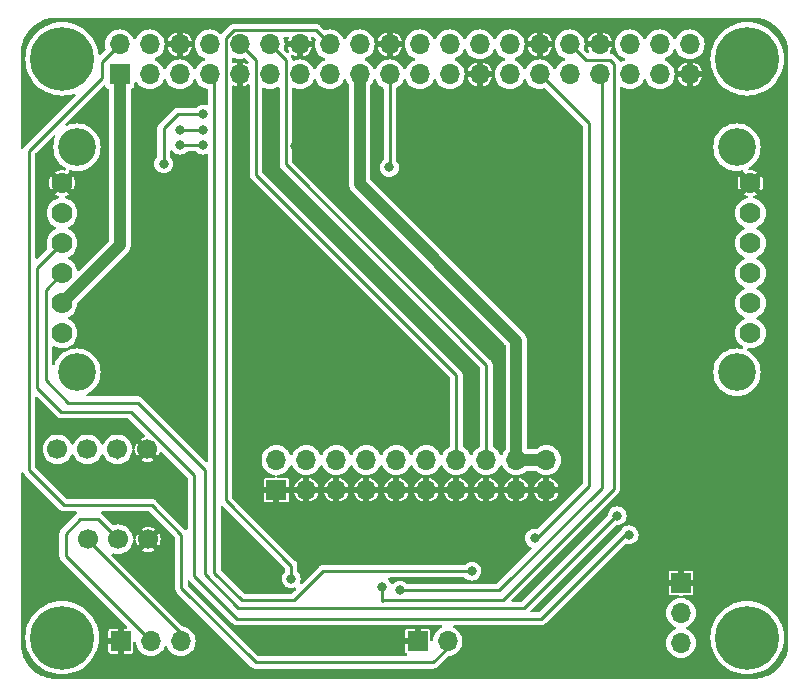
<source format=gbl>
%TF.GenerationSoftware,KiCad,Pcbnew,7.0.10*%
%TF.CreationDate,2024-08-19T03:07:17+10:00*%
%TF.ProjectId,AI4R-PIHAT,41493452-2d50-4494-9841-542e6b696361,rev?*%
%TF.SameCoordinates,Original*%
%TF.FileFunction,Copper,L2,Bot*%
%TF.FilePolarity,Positive*%
%FSLAX46Y46*%
G04 Gerber Fmt 4.6, Leading zero omitted, Abs format (unit mm)*
G04 Created by KiCad (PCBNEW 7.0.10) date 2024-08-19 03:07:17*
%MOMM*%
%LPD*%
G01*
G04 APERTURE LIST*
%TA.AperFunction,ComponentPad*%
%ADD10R,1.700000X1.700000*%
%TD*%
%TA.AperFunction,ComponentPad*%
%ADD11O,1.700000X1.700000*%
%TD*%
%TA.AperFunction,ComponentPad*%
%ADD12C,5.400000*%
%TD*%
%TA.AperFunction,ComponentPad*%
%ADD13C,1.778000*%
%TD*%
%TA.AperFunction,ComponentPad*%
%ADD14C,3.200000*%
%TD*%
%TA.AperFunction,ComponentPad*%
%ADD15C,1.700000*%
%TD*%
%TA.AperFunction,ViaPad*%
%ADD16C,0.800000*%
%TD*%
%TA.AperFunction,Conductor*%
%ADD17C,0.250000*%
%TD*%
%TA.AperFunction,Conductor*%
%ADD18C,1.000000*%
%TD*%
%ADD19C,0.350000*%
G04 APERTURE END LIST*
D10*
%TO.P,J9,1,Pin_1*%
%TO.N,GND*%
X45600000Y-64800000D03*
D11*
%TO.P,J9,2,Pin_2*%
%TO.N,VCC*%
X48140000Y-64800000D03*
%TD*%
D10*
%TO.P,J1,1,Pin_1*%
%TO.N,3.3V*%
X20380000Y-16800000D03*
D11*
%TO.P,J1,2,Pin_2*%
%TO.N,VCC*%
X20380000Y-14260000D03*
%TO.P,J1,3,Pin_3*%
%TO.N,SDA1*%
X22920000Y-16800000D03*
%TO.P,J1,4,Pin_4*%
%TO.N,unconnected-(J1-Pin_4-Pad4)*%
X22920000Y-14260000D03*
%TO.P,J1,5,Pin_5*%
%TO.N,SCL1*%
X25460000Y-16800000D03*
%TO.P,J1,6,Pin_6*%
%TO.N,GND*%
X25460000Y-14260000D03*
%TO.P,J1,7,Pin_7*%
%TO.N,SDA2*%
X28000000Y-16800000D03*
%TO.P,J1,8,Pin_8*%
%TO.N,GPIO14*%
X28000000Y-14260000D03*
%TO.P,J1,9,Pin_9*%
%TO.N,GND*%
X30540000Y-16800000D03*
%TO.P,J1,10,Pin_10*%
%TO.N,GPIO15*%
X30540000Y-14260000D03*
%TO.P,J1,11,Pin_11*%
%TO.N,GPIO17*%
X33080000Y-16800000D03*
%TO.P,J1,12,Pin_12*%
%TO.N,GPIO18*%
X33080000Y-14260000D03*
%TO.P,J1,13,Pin_13*%
%TO.N,GPIO27*%
X35620000Y-16800000D03*
%TO.P,J1,14,Pin_14*%
%TO.N,GND*%
X35620000Y-14260000D03*
%TO.P,J1,15,Pin_15*%
%TO.N,SDA4*%
X38160000Y-16800000D03*
%TO.P,J1,16,Pin_16*%
%TO.N,SCL4*%
X38160000Y-14260000D03*
%TO.P,J1,17,Pin_17*%
%TO.N,3.3V*%
X40700000Y-16800000D03*
%TO.P,J1,18,Pin_18*%
%TO.N,unconnected-(J1-Pin_18-Pad18)*%
X40700000Y-14260000D03*
%TO.P,J1,19,Pin_19*%
%TO.N,GPIO10*%
X43240000Y-16800000D03*
%TO.P,J1,20,Pin_20*%
%TO.N,GND*%
X43240000Y-14260000D03*
%TO.P,J1,21,Pin_21*%
%TO.N,GPIO9*%
X45780000Y-16800000D03*
%TO.P,J1,22,Pin_22*%
%TO.N,unconnected-(J1-Pin_22-Pad22)*%
X45780000Y-14260000D03*
%TO.P,J1,23,Pin_23*%
%TO.N,GPIO11*%
X48320000Y-16800000D03*
%TO.P,J1,24,Pin_24*%
%TO.N,GPIO8*%
X48320000Y-14260000D03*
%TO.P,J1,25,Pin_25*%
%TO.N,GND*%
X50860000Y-16800000D03*
%TO.P,J1,26,Pin_26*%
%TO.N,GPIO7*%
X50860000Y-14260000D03*
%TO.P,J1,27,Pin_27*%
%TO.N,unconnected-(J1-Pin_27-Pad27)*%
X53400000Y-16800000D03*
%TO.P,J1,28,Pin_28*%
%TO.N,unconnected-(J1-Pin_28-Pad28)*%
X53400000Y-14260000D03*
%TO.P,J1,29,Pin_29*%
%TO.N,SCL2*%
X55940000Y-16800000D03*
%TO.P,J1,30,Pin_30*%
%TO.N,GND*%
X55940000Y-14260000D03*
%TO.P,J1,31,Pin_31*%
%TO.N,unconnected-(J1-Pin_31-Pad31)*%
X58480000Y-16800000D03*
%TO.P,J1,32,Pin_32*%
%TO.N,SDA3*%
X58480000Y-14260000D03*
%TO.P,J1,33,Pin_33*%
%TO.N,SCL3*%
X61020000Y-16800000D03*
%TO.P,J1,34,Pin_34*%
%TO.N,GND*%
X61020000Y-14260000D03*
%TO.P,J1,35,Pin_35*%
%TO.N,unconnected-(J1-Pin_35-Pad35)*%
X63560000Y-16800000D03*
%TO.P,J1,36,Pin_36*%
%TO.N,unconnected-(J1-Pin_36-Pad36)*%
X63560000Y-14260000D03*
%TO.P,J1,37,Pin_37*%
%TO.N,GPIO26*%
X66100000Y-16800000D03*
%TO.P,J1,38,Pin_38*%
%TO.N,unconnected-(J1-Pin_38-Pad38)*%
X66100000Y-14260000D03*
%TO.P,J1,39,Pin_39*%
%TO.N,GND*%
X68640000Y-16800000D03*
%TO.P,J1,40,Pin_40*%
%TO.N,unconnected-(J1-Pin_40-Pad40)*%
X68640000Y-14260000D03*
%TD*%
D10*
%TO.P,J6,1,Pin_1*%
%TO.N,GND*%
X33640000Y-52000000D03*
D11*
%TO.P,J6,2,Pin_2*%
%TO.N,GPIO11*%
X33640000Y-49460000D03*
%TO.P,J6,3,Pin_3*%
%TO.N,GND*%
X36180000Y-52000000D03*
%TO.P,J6,4,Pin_4*%
%TO.N,GPIO10*%
X36180000Y-49460000D03*
%TO.P,J6,5,Pin_5*%
%TO.N,GND*%
X38720000Y-52000000D03*
%TO.P,J6,6,Pin_6*%
%TO.N,GPIO9*%
X38720000Y-49460000D03*
%TO.P,J6,7,Pin_7*%
%TO.N,GND*%
X41260000Y-52000000D03*
%TO.P,J6,8,Pin_8*%
%TO.N,GPIO8*%
X41260000Y-49460000D03*
%TO.P,J6,9,Pin_9*%
%TO.N,GND*%
X43800000Y-52000000D03*
%TO.P,J6,10,Pin_10*%
%TO.N,GPIO7*%
X43800000Y-49460000D03*
%TO.P,J6,11,Pin_11*%
%TO.N,GND*%
X46340000Y-52000000D03*
%TO.P,J6,12,Pin_12*%
%TO.N,GPIO14*%
X46340000Y-49460000D03*
%TO.P,J6,13,Pin_13*%
%TO.N,GND*%
X48880000Y-52000000D03*
%TO.P,J6,14,Pin_14*%
%TO.N,GPIO15*%
X48880000Y-49460000D03*
%TO.P,J6,15,Pin_15*%
%TO.N,GND*%
X51420000Y-52000000D03*
%TO.P,J6,16,Pin_16*%
%TO.N,GPIO18*%
X51420000Y-49460000D03*
%TO.P,J6,17,Pin_17*%
%TO.N,GND*%
X53960000Y-52000000D03*
%TO.P,J6,18,Pin_18*%
%TO.N,3.3V*%
X53960000Y-49460000D03*
%TO.P,J6,19,Pin_19*%
%TO.N,GND*%
X56500000Y-52000000D03*
%TO.P,J6,20,Pin_20*%
%TO.N,3.3V*%
X56500000Y-49460000D03*
%TD*%
D12*
%TO.P,H3,1*%
%TO.N,N/C*%
X15500000Y-64500000D03*
%TD*%
%TO.P,H4,1*%
%TO.N,N/C*%
X73500000Y-64500000D03*
%TD*%
D13*
%TO.P,U1,GND,GND*%
%TO.N,GND*%
X15490000Y-26023000D03*
X73783000Y-26023000D03*
%TO.P,U1,OE,~{OE}*%
%TO.N,unconnected-(U1-~{OE}-PadOE)*%
X15490000Y-28563000D03*
X73783000Y-28563000D03*
D14*
%TO.P,U1,S1*%
%TO.N,N/C*%
X16760000Y-22975000D03*
%TO.P,U1,S2*%
X72640000Y-22975000D03*
%TO.P,U1,S3*%
X16760000Y-42025000D03*
%TO.P,U1,S4*%
X72640000Y-42025000D03*
D13*
%TO.P,U1,SCL,SCL*%
%TO.N,SCL1*%
X15490000Y-31103000D03*
X73783000Y-31103000D03*
%TO.P,U1,SDA,SDA*%
%TO.N,SDA1*%
X15490000Y-33643000D03*
X73783000Y-33643000D03*
%TO.P,U1,V+,V+*%
%TO.N,unconnected-(U1-PadV+)*%
X15490000Y-38723000D03*
X73783000Y-38723000D03*
%TO.P,U1,VCC,VCC*%
%TO.N,3.3V*%
X15490000Y-36183000D03*
X73783000Y-36183000D03*
%TD*%
D15*
%TO.P,U2,1,RCIN*%
%TO.N,Net-(J7-Pin_3)*%
X17700000Y-56180000D03*
%TO.P,U2,2,VRC*%
%TO.N,Net-(J7-Pin_2)*%
X20240000Y-56180000D03*
%TO.P,U2,3,GND*%
%TO.N,GND*%
X22780000Y-56180000D03*
%TO.P,U2,4,GND*%
X22730000Y-48560000D03*
%TO.P,U2,5,VCC*%
%TO.N,3.3V*%
X20190000Y-48560000D03*
%TO.P,U2,6,OUT*%
%TO.N,GPIO17*%
X17650000Y-48560000D03*
%TO.P,U2,7,GOOD*%
%TO.N,GPIO27*%
X15110000Y-48560000D03*
%TD*%
D12*
%TO.P,H2,1*%
%TO.N,N/C*%
X73500000Y-15500000D03*
%TD*%
%TO.P,H1,1*%
%TO.N,N/C*%
X15500000Y-15500000D03*
%TD*%
D10*
%TO.P,J7,1,Pin_1*%
%TO.N,GND*%
X20470000Y-64800000D03*
D11*
%TO.P,J7,2,Pin_2*%
%TO.N,Net-(J7-Pin_2)*%
X23010000Y-64800000D03*
%TO.P,J7,3,Pin_3*%
%TO.N,Net-(J7-Pin_3)*%
X25550000Y-64800000D03*
%TD*%
D10*
%TO.P,J8,1,Pin_1*%
%TO.N,GND*%
X67900000Y-59875000D03*
D11*
%TO.P,J8,2,Pin_2*%
%TO.N,3.3V*%
X67900000Y-62415000D03*
%TO.P,J8,3,Pin_3*%
%TO.N,GPIO26*%
X67900000Y-64955000D03*
%TD*%
D16*
%TO.N,SDA1*%
X62500000Y-54200000D03*
%TO.N,SCL1*%
X63500000Y-55800000D03*
%TO.N,GND*%
X21200000Y-40800000D03*
X20900000Y-51400000D03*
X65400000Y-21800000D03*
X65800000Y-37400000D03*
X62200000Y-66800000D03*
X55900000Y-24400000D03*
X23025000Y-19300000D03*
X30100000Y-55600000D03*
X22100000Y-26800000D03*
X67600000Y-55700000D03*
X37700000Y-24700000D03*
X30900000Y-49700000D03*
X39200000Y-64800000D03*
X56800000Y-41600000D03*
X59100000Y-61300000D03*
X57800000Y-51100000D03*
X30900000Y-46700000D03*
X46000000Y-37700000D03*
X73700000Y-51100000D03*
X14100000Y-54500000D03*
X23800000Y-58700000D03*
X19400000Y-37300000D03*
X17000000Y-61000000D03*
X36800000Y-56300000D03*
X68800000Y-25300000D03*
X25200000Y-51000000D03*
X35200000Y-22900000D03*
X40900000Y-39900000D03*
X66000000Y-46800000D03*
X30900000Y-41300000D03*
%TO.N,SDA2*%
X50200000Y-58875000D03*
%TO.N,GPIO17*%
X27462312Y-20200331D03*
X24100000Y-24375000D03*
%TO.N,GPIO27*%
X25500000Y-21500000D03*
X27450000Y-21500000D03*
%TO.N,SDA4*%
X25500000Y-22800000D03*
X27400000Y-22800000D03*
%TO.N,SCL4*%
X34900000Y-59500000D03*
%TO.N,GPIO10*%
X43200000Y-24700000D03*
%TO.N,SCL2*%
X55500000Y-56100000D03*
%TO.N,SDA3*%
X42587347Y-60187347D03*
%TO.N,SCL3*%
X44100000Y-60500000D03*
%TD*%
D17*
%TO.N,3.3V*%
X20190000Y-48560000D02*
X20190000Y-49255000D01*
D18*
X40700000Y-26100000D02*
X40700000Y-16800000D01*
X20400000Y-31273000D02*
X20400000Y-16820000D01*
X53960000Y-49460000D02*
X56500000Y-49460000D01*
X53960000Y-39360000D02*
X40700000Y-26100000D01*
X53960000Y-49460000D02*
X53960000Y-39360000D01*
X15490000Y-36183000D02*
X20400000Y-31273000D01*
D17*
%TO.N,VCC*%
X18900000Y-17100000D02*
X18900000Y-15740000D01*
X23100000Y-53300000D02*
X15700000Y-53300000D01*
X48140000Y-64800000D02*
X48140000Y-65360000D01*
X12700000Y-23300000D02*
X18900000Y-17100000D01*
X25600000Y-60300000D02*
X25600000Y-55800000D01*
X12700000Y-50300000D02*
X12700000Y-23300000D01*
X31900000Y-66600000D02*
X25600000Y-60300000D01*
X15700000Y-53300000D02*
X12700000Y-50300000D01*
X25600000Y-55800000D02*
X23100000Y-53300000D01*
X46900000Y-66600000D02*
X31900000Y-66600000D01*
X48140000Y-65360000D02*
X46900000Y-66600000D01*
X18900000Y-15740000D02*
X20380000Y-14260000D01*
%TO.N,SDA1*%
X62500000Y-54200000D02*
X62400000Y-54200000D01*
X30425000Y-62000000D02*
X27575000Y-59150000D01*
X62400000Y-54200000D02*
X54600000Y-62000000D01*
X14100000Y-42700000D02*
X14100000Y-35033000D01*
X16000000Y-44600000D02*
X14100000Y-42700000D01*
X21900000Y-44600000D02*
X16000000Y-44600000D01*
X27575000Y-50275000D02*
X21900000Y-44600000D01*
X14100000Y-35033000D02*
X15490000Y-33643000D01*
X54600000Y-62000000D02*
X30425000Y-62000000D01*
X27575000Y-59150000D02*
X27575000Y-50275000D01*
%TO.N,SCL1*%
X26650000Y-50750000D02*
X21300000Y-45400000D01*
X63374695Y-55600000D02*
X56074695Y-62900000D01*
X13400000Y-43350000D02*
X13400000Y-33193000D01*
X30300000Y-62900000D02*
X26650000Y-59250000D01*
X56074695Y-62900000D02*
X30300000Y-62900000D01*
X26650000Y-59250000D02*
X26650000Y-50750000D01*
X13400000Y-33193000D02*
X15490000Y-31103000D01*
X15450000Y-45400000D02*
X13400000Y-43350000D01*
X21300000Y-45400000D02*
X15450000Y-45400000D01*
X63400000Y-55600000D02*
X63374695Y-55600000D01*
%TO.N,SDA2*%
X35175000Y-61325000D02*
X30725000Y-61325000D01*
X28400000Y-17200000D02*
X28000000Y-16800000D01*
X28400000Y-59000000D02*
X28400000Y-17200000D01*
X50200000Y-58875000D02*
X37625000Y-58875000D01*
X37625000Y-58875000D02*
X35175000Y-61325000D01*
X30725000Y-61325000D02*
X28400000Y-59000000D01*
%TO.N,GPIO15*%
X31900000Y-25300000D02*
X31900000Y-15620000D01*
X31900000Y-15620000D02*
X30540000Y-14260000D01*
X48880000Y-49460000D02*
X48880000Y-42280000D01*
X48880000Y-42280000D02*
X31900000Y-25300000D01*
%TO.N,GPIO17*%
X24100000Y-21375000D02*
X24100000Y-24375000D01*
X27462312Y-20200331D02*
X25274669Y-20200331D01*
X25274669Y-20200331D02*
X24100000Y-21375000D01*
%TO.N,GPIO18*%
X51420000Y-49460000D02*
X51420000Y-41420000D01*
X34445000Y-24445000D02*
X34445000Y-15625000D01*
X51420000Y-41420000D02*
X34445000Y-24445000D01*
X34445000Y-15625000D02*
X33080000Y-14260000D01*
%TO.N,GPIO27*%
X27450000Y-21500000D02*
X27425000Y-21500000D01*
X25500000Y-21500000D02*
X27450000Y-21500000D01*
%TO.N,SDA4*%
X25500000Y-22800000D02*
X27400000Y-22800000D01*
%TO.N,SCL4*%
X36985000Y-13085000D02*
X38160000Y-14260000D01*
X34900000Y-58400000D02*
X29365000Y-52865000D01*
X29365000Y-13773299D02*
X30053299Y-13085000D01*
X29365000Y-52865000D02*
X29365000Y-13773299D01*
X30053299Y-13085000D02*
X36985000Y-13085000D01*
X34900000Y-59500000D02*
X34900000Y-58400000D01*
%TO.N,GPIO10*%
X43200000Y-24700000D02*
X43240000Y-24660000D01*
X43240000Y-24660000D02*
X43240000Y-16800000D01*
%TO.N,SCL2*%
X55700000Y-56100000D02*
X60100000Y-51700000D01*
X60100000Y-20960000D02*
X55940000Y-16800000D01*
X55500000Y-56100000D02*
X55700000Y-56100000D01*
X60100000Y-51700000D02*
X60100000Y-20960000D01*
%TO.N,SDA3*%
X62200000Y-15900000D02*
X61900000Y-15600000D01*
X42587347Y-61387347D02*
X42674694Y-61300000D01*
X62200000Y-51900000D02*
X62200000Y-15900000D01*
X42674694Y-61300000D02*
X52800000Y-61300000D01*
X59820000Y-15600000D02*
X58480000Y-14260000D01*
X42587347Y-60187347D02*
X42587347Y-61387347D01*
X52800000Y-61300000D02*
X62200000Y-51900000D01*
X61900000Y-15600000D02*
X59820000Y-15600000D01*
%TO.N,SCL3*%
X61200000Y-16980000D02*
X61020000Y-16800000D01*
X44100000Y-60500000D02*
X52500000Y-60500000D01*
X61200000Y-51800000D02*
X61200000Y-16980000D01*
X52500000Y-60500000D02*
X61200000Y-51800000D01*
%TO.N,Net-(J7-Pin_2)*%
X15800000Y-55700000D02*
X15800000Y-57590000D01*
X17000000Y-54500000D02*
X15800000Y-55700000D01*
X20240000Y-56180000D02*
X18560000Y-54500000D01*
X15800000Y-57590000D02*
X23010000Y-64800000D01*
X18560000Y-54500000D02*
X17000000Y-54500000D01*
%TO.N,Net-(J7-Pin_3)*%
X17740000Y-56340000D02*
X17740000Y-56220000D01*
X25550000Y-64150000D02*
X17740000Y-56340000D01*
X25550000Y-64475000D02*
X25550000Y-64150000D01*
%TD*%
%TA.AperFunction,Conductor*%
%TO.N,GND*%
G36*
X74003243Y-12000669D02*
G01*
X74133379Y-12007490D01*
X74313908Y-12017628D01*
X74326309Y-12018955D01*
X74474990Y-12042504D01*
X74476245Y-12042709D01*
X74635324Y-12069738D01*
X74646606Y-12072202D01*
X74795635Y-12112134D01*
X74797761Y-12112725D01*
X74949174Y-12156347D01*
X74959260Y-12159729D01*
X75104710Y-12215562D01*
X75107599Y-12216714D01*
X75251768Y-12276430D01*
X75260594Y-12280500D01*
X75400064Y-12351565D01*
X75403748Y-12353521D01*
X75493848Y-12403316D01*
X75539548Y-12428574D01*
X75547061Y-12433081D01*
X75678754Y-12518604D01*
X75682947Y-12521452D01*
X75809147Y-12610996D01*
X75815426Y-12615757D01*
X75886770Y-12673531D01*
X75937567Y-12714665D01*
X75942158Y-12718571D01*
X76057424Y-12821579D01*
X76062478Y-12826358D01*
X76173640Y-12937520D01*
X76178419Y-12942574D01*
X76281427Y-13057840D01*
X76285333Y-13062431D01*
X76384239Y-13184570D01*
X76389002Y-13190851D01*
X76478546Y-13317051D01*
X76481409Y-13321266D01*
X76566907Y-13452921D01*
X76571430Y-13460460D01*
X76646477Y-13596250D01*
X76648433Y-13599934D01*
X76719498Y-13739404D01*
X76723575Y-13748247D01*
X76783259Y-13892337D01*
X76784462Y-13895353D01*
X76840265Y-14040727D01*
X76843655Y-14050836D01*
X76887258Y-14202185D01*
X76887879Y-14204419D01*
X76927791Y-14353370D01*
X76930264Y-14364694D01*
X76957282Y-14523715D01*
X76957507Y-14525087D01*
X76981040Y-14673666D01*
X76982372Y-14686111D01*
X76992498Y-14866421D01*
X76992523Y-14866884D01*
X76999330Y-14996756D01*
X76999500Y-15003246D01*
X76999500Y-64996753D01*
X76999330Y-65003243D01*
X76992523Y-65133114D01*
X76992498Y-65133577D01*
X76982372Y-65313887D01*
X76981040Y-65326332D01*
X76957507Y-65474911D01*
X76957282Y-65476283D01*
X76930264Y-65635304D01*
X76927791Y-65646628D01*
X76887879Y-65795579D01*
X76887258Y-65797813D01*
X76843655Y-65949162D01*
X76840265Y-65959271D01*
X76784462Y-66104645D01*
X76783259Y-66107661D01*
X76723575Y-66251751D01*
X76719498Y-66260594D01*
X76648433Y-66400064D01*
X76646477Y-66403748D01*
X76571430Y-66539538D01*
X76566897Y-66547094D01*
X76481412Y-66678728D01*
X76478546Y-66682947D01*
X76389002Y-66809147D01*
X76384239Y-66815428D01*
X76285333Y-66937567D01*
X76281427Y-66942158D01*
X76178419Y-67057424D01*
X76173640Y-67062478D01*
X76062478Y-67173640D01*
X76057424Y-67178419D01*
X75942158Y-67281427D01*
X75937567Y-67285333D01*
X75815428Y-67384239D01*
X75809147Y-67389002D01*
X75682947Y-67478546D01*
X75678728Y-67481412D01*
X75547094Y-67566897D01*
X75539538Y-67571430D01*
X75403748Y-67646477D01*
X75400064Y-67648433D01*
X75260594Y-67719498D01*
X75251751Y-67723575D01*
X75107661Y-67783259D01*
X75104645Y-67784462D01*
X74959271Y-67840265D01*
X74949162Y-67843655D01*
X74797813Y-67887258D01*
X74795579Y-67887879D01*
X74646628Y-67927791D01*
X74635304Y-67930264D01*
X74476283Y-67957282D01*
X74474911Y-67957507D01*
X74326332Y-67981040D01*
X74313887Y-67982372D01*
X74133577Y-67992498D01*
X74133114Y-67992523D01*
X74003243Y-67999330D01*
X73996753Y-67999500D01*
X15003247Y-67999500D01*
X14996757Y-67999330D01*
X14866884Y-67992523D01*
X14866421Y-67992498D01*
X14686111Y-67982372D01*
X14673666Y-67981040D01*
X14525087Y-67957507D01*
X14523715Y-67957282D01*
X14364694Y-67930264D01*
X14353370Y-67927791D01*
X14204419Y-67887879D01*
X14202185Y-67887258D01*
X14050836Y-67843655D01*
X14040727Y-67840265D01*
X13895353Y-67784462D01*
X13892337Y-67783259D01*
X13748247Y-67723575D01*
X13739404Y-67719498D01*
X13599934Y-67648433D01*
X13596250Y-67646477D01*
X13460460Y-67571430D01*
X13452921Y-67566907D01*
X13321266Y-67481409D01*
X13317051Y-67478546D01*
X13190851Y-67389002D01*
X13184570Y-67384239D01*
X13062431Y-67285333D01*
X13057840Y-67281427D01*
X12942574Y-67178419D01*
X12937520Y-67173640D01*
X12826358Y-67062478D01*
X12821579Y-67057424D01*
X12804968Y-67038836D01*
X12718567Y-66942154D01*
X12714665Y-66937567D01*
X12710384Y-66932281D01*
X12615757Y-66815426D01*
X12610996Y-66809147D01*
X12521452Y-66682947D01*
X12518604Y-66678754D01*
X12433081Y-66547061D01*
X12428568Y-66539538D01*
X12353521Y-66403748D01*
X12351565Y-66400064D01*
X12280500Y-66260594D01*
X12276430Y-66251768D01*
X12216714Y-66107599D01*
X12215562Y-66104710D01*
X12159729Y-65959260D01*
X12156347Y-65949174D01*
X12112725Y-65797761D01*
X12112134Y-65795635D01*
X12072202Y-65646606D01*
X12069738Y-65635324D01*
X12042709Y-65476245D01*
X12042491Y-65474911D01*
X12018955Y-65326309D01*
X12017628Y-65313908D01*
X12007485Y-65133285D01*
X12007476Y-65133114D01*
X12000670Y-65003243D01*
X12000500Y-64996754D01*
X12000500Y-64500000D01*
X12394615Y-64500000D01*
X12414140Y-64847688D01*
X12414142Y-64847700D01*
X12469408Y-65172977D01*
X12472473Y-65191013D01*
X12568879Y-65525644D01*
X12702145Y-65847376D01*
X12870595Y-66152164D01*
X13072112Y-66436176D01*
X13304161Y-66695839D01*
X13563824Y-66927888D01*
X13847836Y-67129405D01*
X14152624Y-67297855D01*
X14474356Y-67431121D01*
X14808987Y-67527527D01*
X15152307Y-67585859D01*
X15500000Y-67605385D01*
X15847693Y-67585859D01*
X16191013Y-67527527D01*
X16525644Y-67431121D01*
X16847376Y-67297855D01*
X17152164Y-67129405D01*
X17436176Y-66927888D01*
X17695839Y-66695839D01*
X17927888Y-66436176D01*
X18129405Y-66152164D01*
X18297855Y-65847376D01*
X18431121Y-65525644D01*
X18527527Y-65191013D01*
X18585859Y-64847693D01*
X18605385Y-64500000D01*
X18585859Y-64152307D01*
X18527527Y-63808987D01*
X18431121Y-63474356D01*
X18297855Y-63152624D01*
X18129405Y-62847836D01*
X17927888Y-62563824D01*
X17695839Y-62304161D01*
X17436176Y-62072112D01*
X17152164Y-61870595D01*
X16847376Y-61702145D01*
X16525644Y-61568879D01*
X16198049Y-61474500D01*
X16191017Y-61472474D01*
X16191009Y-61472472D01*
X15847700Y-61414142D01*
X15847688Y-61414140D01*
X15500000Y-61394615D01*
X15152311Y-61414140D01*
X15152299Y-61414142D01*
X14808990Y-61472472D01*
X14808982Y-61472474D01*
X14474359Y-61568878D01*
X14474356Y-61568879D01*
X14380124Y-61607911D01*
X14152625Y-61702144D01*
X13847835Y-61870595D01*
X13563823Y-62072113D01*
X13304161Y-62304161D01*
X13072113Y-62563823D01*
X12870595Y-62847835D01*
X12702144Y-63152625D01*
X12568878Y-63474359D01*
X12472474Y-63808982D01*
X12472472Y-63808990D01*
X12414142Y-64152299D01*
X12414140Y-64152311D01*
X12394615Y-64500000D01*
X12000500Y-64500000D01*
X12000500Y-50605333D01*
X12020185Y-50538294D01*
X12072989Y-50492539D01*
X12142147Y-50482595D01*
X12205703Y-50511620D01*
X12238232Y-50555928D01*
X12246781Y-50575609D01*
X12246782Y-50575610D01*
X12246783Y-50575612D01*
X12257283Y-50588518D01*
X12269182Y-50606000D01*
X12277342Y-50620512D01*
X12304878Y-50648048D01*
X12313377Y-50657466D01*
X12337943Y-50687662D01*
X12337944Y-50687663D01*
X12337946Y-50687665D01*
X12351544Y-50697264D01*
X12367715Y-50710885D01*
X15320558Y-53663728D01*
X15323499Y-53666771D01*
X15345593Y-53690427D01*
X15365245Y-53711469D01*
X15398499Y-53731691D01*
X15408990Y-53738830D01*
X15440025Y-53762365D01*
X15440028Y-53762366D01*
X15440028Y-53762367D01*
X15455509Y-53768471D01*
X15474451Y-53777878D01*
X15488672Y-53786526D01*
X15526160Y-53797029D01*
X15538184Y-53801072D01*
X15574411Y-53815359D01*
X15590977Y-53817061D01*
X15611741Y-53821008D01*
X15627772Y-53825500D01*
X15666696Y-53825500D01*
X15679376Y-53826150D01*
X15682275Y-53826447D01*
X15718110Y-53830132D01*
X15734518Y-53827303D01*
X15755586Y-53825500D01*
X16647480Y-53825500D01*
X16714519Y-53845185D01*
X16760274Y-53897989D01*
X16770218Y-53967147D01*
X16741193Y-54030703D01*
X16725725Y-54045696D01*
X16711465Y-54057295D01*
X16694002Y-54069180D01*
X16679491Y-54077340D01*
X16651961Y-54104869D01*
X16642539Y-54113371D01*
X16612336Y-54137943D01*
X16612335Y-54137944D01*
X16602728Y-54151554D01*
X16589109Y-54167720D01*
X15436270Y-55320559D01*
X15433227Y-55323500D01*
X15388532Y-55365243D01*
X15388531Y-55365244D01*
X15368302Y-55398508D01*
X15361161Y-55409000D01*
X15337639Y-55440019D01*
X15337633Y-55440029D01*
X15331525Y-55455517D01*
X15322125Y-55474442D01*
X15313477Y-55488664D01*
X15313474Y-55488670D01*
X15313474Y-55488672D01*
X15307753Y-55509089D01*
X15302971Y-55526155D01*
X15298926Y-55538181D01*
X15284641Y-55574409D01*
X15284640Y-55574411D01*
X15282937Y-55590976D01*
X15278991Y-55611739D01*
X15274500Y-55627767D01*
X15274500Y-55666703D01*
X15273850Y-55679382D01*
X15269869Y-55718107D01*
X15269869Y-55718111D01*
X15272697Y-55734511D01*
X15274500Y-55755580D01*
X15274500Y-57578890D01*
X15274428Y-57583123D01*
X15272340Y-57644250D01*
X15281556Y-57682068D01*
X15283927Y-57694540D01*
X15289228Y-57733109D01*
X15295864Y-57748387D01*
X15302602Y-57768424D01*
X15306542Y-57784593D01*
X15306543Y-57784594D01*
X15325618Y-57818520D01*
X15331266Y-57829890D01*
X15346782Y-57865612D01*
X15357283Y-57878518D01*
X15369182Y-57896000D01*
X15377342Y-57910512D01*
X15404878Y-57938048D01*
X15413377Y-57947466D01*
X15437943Y-57977662D01*
X15437944Y-57977663D01*
X15437946Y-57977665D01*
X15451544Y-57987264D01*
X15467715Y-58000885D01*
X21005149Y-63538319D01*
X21038634Y-63599642D01*
X21033650Y-63669334D01*
X20991778Y-63725267D01*
X20926314Y-63749684D01*
X20917468Y-63750000D01*
X20720000Y-63750000D01*
X20720000Y-64364498D01*
X20612315Y-64315320D01*
X20505763Y-64300000D01*
X20434237Y-64300000D01*
X20327685Y-64315320D01*
X20220000Y-64364498D01*
X20220000Y-63750000D01*
X19600297Y-63750000D01*
X19541966Y-63761602D01*
X19541965Y-63761603D01*
X19475808Y-63805808D01*
X19431603Y-63871965D01*
X19431602Y-63871966D01*
X19420000Y-63930297D01*
X19420000Y-64550000D01*
X20036314Y-64550000D01*
X20010507Y-64590156D01*
X19970000Y-64728111D01*
X19970000Y-64871889D01*
X20010507Y-65009844D01*
X20036314Y-65050000D01*
X19420000Y-65050000D01*
X19420000Y-65669702D01*
X19431602Y-65728033D01*
X19431603Y-65728034D01*
X19475808Y-65794191D01*
X19541965Y-65838396D01*
X19541966Y-65838397D01*
X19600297Y-65849999D01*
X19600301Y-65850000D01*
X20220000Y-65850000D01*
X20220000Y-65235501D01*
X20327685Y-65284680D01*
X20434237Y-65300000D01*
X20505763Y-65300000D01*
X20612315Y-65284680D01*
X20720000Y-65235501D01*
X20720000Y-65850000D01*
X21339699Y-65850000D01*
X21339702Y-65849999D01*
X21398033Y-65838397D01*
X21398034Y-65838396D01*
X21464191Y-65794191D01*
X21508396Y-65728034D01*
X21508397Y-65728033D01*
X21519999Y-65669702D01*
X21520000Y-65669699D01*
X21520000Y-64957172D01*
X21539685Y-64890133D01*
X21592489Y-64844378D01*
X21661647Y-64834434D01*
X21725203Y-64863459D01*
X21762977Y-64922237D01*
X21767527Y-64946364D01*
X21773081Y-65009844D01*
X21773793Y-65017975D01*
X21773793Y-65017979D01*
X21830422Y-65229322D01*
X21830424Y-65229326D01*
X21830425Y-65229330D01*
X21852382Y-65276416D01*
X21922897Y-65427638D01*
X21922898Y-65427639D01*
X22048402Y-65606877D01*
X22203123Y-65761598D01*
X22382361Y-65887102D01*
X22580670Y-65979575D01*
X22792023Y-66036207D01*
X22974926Y-66052208D01*
X23009998Y-66055277D01*
X23010000Y-66055277D01*
X23010002Y-66055277D01*
X23038254Y-66052805D01*
X23227977Y-66036207D01*
X23439330Y-65979575D01*
X23637639Y-65887102D01*
X23816877Y-65761598D01*
X23971598Y-65606877D01*
X24097102Y-65427639D01*
X24167618Y-65276414D01*
X24213790Y-65223977D01*
X24280984Y-65204825D01*
X24347865Y-65225041D01*
X24392381Y-65276414D01*
X24462898Y-65427639D01*
X24588402Y-65606877D01*
X24743123Y-65761598D01*
X24922361Y-65887102D01*
X25120670Y-65979575D01*
X25332023Y-66036207D01*
X25514926Y-66052208D01*
X25549998Y-66055277D01*
X25550000Y-66055277D01*
X25550002Y-66055277D01*
X25578254Y-66052805D01*
X25767977Y-66036207D01*
X25979330Y-65979575D01*
X26177639Y-65887102D01*
X26356877Y-65761598D01*
X26511598Y-65606877D01*
X26637102Y-65427639D01*
X26729575Y-65229330D01*
X26786207Y-65017977D01*
X26805277Y-64800000D01*
X26786207Y-64582023D01*
X26729575Y-64370670D01*
X26637102Y-64172362D01*
X26637100Y-64172359D01*
X26637099Y-64172357D01*
X26511599Y-63993124D01*
X26448772Y-63930297D01*
X26356877Y-63838402D01*
X26177639Y-63712898D01*
X26177640Y-63712898D01*
X26177638Y-63712897D01*
X26045342Y-63651207D01*
X25979330Y-63620425D01*
X25979326Y-63620424D01*
X25979322Y-63620422D01*
X25767982Y-63563794D01*
X25767979Y-63563793D01*
X25767977Y-63563793D01*
X25755123Y-63562668D01*
X25746069Y-63561876D01*
X25681001Y-63536422D01*
X25669199Y-63526029D01*
X22699670Y-60556500D01*
X19717265Y-57574096D01*
X19683781Y-57512774D01*
X19688765Y-57443082D01*
X19730637Y-57387149D01*
X19796101Y-57362732D01*
X19837040Y-57366641D01*
X19858272Y-57372330D01*
X20022023Y-57416207D01*
X20204926Y-57432208D01*
X20239998Y-57435277D01*
X20240000Y-57435277D01*
X20240002Y-57435277D01*
X20268254Y-57432805D01*
X20457977Y-57416207D01*
X20669330Y-57359575D01*
X20867639Y-57267102D01*
X21046877Y-57141598D01*
X21201598Y-56986877D01*
X21327102Y-56807639D01*
X21419575Y-56609330D01*
X21476207Y-56397977D01*
X21487081Y-56273673D01*
X21512533Y-56208608D01*
X21551443Y-56180432D01*
X21668317Y-56180432D01*
X21699670Y-56198203D01*
X21732178Y-56260050D01*
X21734012Y-56272328D01*
X21745191Y-56385835D01*
X21805233Y-56583766D01*
X21880975Y-56725469D01*
X21880976Y-56725469D01*
X22296922Y-56309523D01*
X22320507Y-56389844D01*
X22398239Y-56510798D01*
X22506900Y-56604952D01*
X22637685Y-56664680D01*
X22647466Y-56666086D01*
X22234528Y-57079023D01*
X22376233Y-57154766D01*
X22574165Y-57214808D01*
X22780000Y-57235080D01*
X22985834Y-57214808D01*
X23183764Y-57154766D01*
X23325470Y-57079022D01*
X22912534Y-56666086D01*
X22922315Y-56664680D01*
X23053100Y-56604952D01*
X23161761Y-56510798D01*
X23239493Y-56389844D01*
X23263076Y-56309523D01*
X23679022Y-56725469D01*
X23754766Y-56583764D01*
X23814808Y-56385834D01*
X23835080Y-56180000D01*
X23814808Y-55974165D01*
X23754766Y-55776233D01*
X23679023Y-55634528D01*
X23263076Y-56050475D01*
X23239493Y-55970156D01*
X23161761Y-55849202D01*
X23053100Y-55755048D01*
X22922315Y-55695320D01*
X22912533Y-55693913D01*
X23325469Y-55280976D01*
X23325469Y-55280975D01*
X23183766Y-55205233D01*
X22985834Y-55145191D01*
X22780000Y-55124919D01*
X22574166Y-55145191D01*
X22376234Y-55205234D01*
X22234529Y-55280975D01*
X22234529Y-55280976D01*
X22647466Y-55693913D01*
X22637685Y-55695320D01*
X22506900Y-55755048D01*
X22398239Y-55849202D01*
X22320507Y-55970156D01*
X22296923Y-56050476D01*
X21880976Y-55634529D01*
X21880975Y-55634529D01*
X21805234Y-55776234D01*
X21745191Y-55974166D01*
X21734012Y-56087671D01*
X21707851Y-56152458D01*
X21668317Y-56180432D01*
X21551443Y-56180432D01*
X21552738Y-56179494D01*
X21520611Y-56160818D01*
X21488780Y-56098620D01*
X21487082Y-56086333D01*
X21476207Y-55962023D01*
X21419575Y-55750670D01*
X21327102Y-55552362D01*
X21327100Y-55552359D01*
X21327099Y-55552357D01*
X21201599Y-55373124D01*
X21126212Y-55297737D01*
X21046877Y-55218402D01*
X20867639Y-55092898D01*
X20867640Y-55092898D01*
X20867638Y-55092897D01*
X20735638Y-55031345D01*
X20669330Y-55000425D01*
X20669326Y-55000424D01*
X20669322Y-55000422D01*
X20457977Y-54943793D01*
X20240002Y-54924723D01*
X20239998Y-54924723D01*
X20094682Y-54937436D01*
X20022023Y-54943793D01*
X20022020Y-54943793D01*
X19874240Y-54983391D01*
X19804390Y-54981728D01*
X19754466Y-54951297D01*
X18939440Y-54136271D01*
X18936498Y-54133227D01*
X18914210Y-54109362D01*
X18894755Y-54088531D01*
X18894754Y-54088530D01*
X18894753Y-54088529D01*
X18894751Y-54088528D01*
X18861489Y-54068301D01*
X18850991Y-54061156D01*
X18834042Y-54048303D01*
X18792519Y-53992111D01*
X18787968Y-53922389D01*
X18821833Y-53861276D01*
X18883363Y-53828172D01*
X18908968Y-53825500D01*
X22830968Y-53825500D01*
X22898007Y-53845185D01*
X22918649Y-53861819D01*
X25038181Y-55981350D01*
X25071666Y-56042673D01*
X25074500Y-56069031D01*
X25074500Y-60288890D01*
X25074428Y-60293123D01*
X25072340Y-60354250D01*
X25081556Y-60392068D01*
X25083927Y-60404540D01*
X25089228Y-60443109D01*
X25095864Y-60458387D01*
X25102602Y-60478424D01*
X25106542Y-60494593D01*
X25106543Y-60494594D01*
X25125618Y-60528520D01*
X25131266Y-60539890D01*
X25146782Y-60575612D01*
X25157283Y-60588518D01*
X25169182Y-60606000D01*
X25177342Y-60620512D01*
X25204878Y-60648048D01*
X25213377Y-60657466D01*
X25237943Y-60687662D01*
X25237944Y-60687663D01*
X25237946Y-60687665D01*
X25251544Y-60697264D01*
X25267715Y-60710885D01*
X31520543Y-66963712D01*
X31523485Y-66966756D01*
X31565243Y-67011468D01*
X31583645Y-67022658D01*
X31597050Y-67030810D01*
X31598501Y-67031692D01*
X31608998Y-67038836D01*
X31640022Y-67062362D01*
X31640025Y-67062364D01*
X31655512Y-67068471D01*
X31674452Y-67077878D01*
X31682162Y-67082567D01*
X31688668Y-67086524D01*
X31688669Y-67086524D01*
X31688672Y-67086526D01*
X31726171Y-67097032D01*
X31738185Y-67101073D01*
X31774410Y-67115359D01*
X31790977Y-67117061D01*
X31811741Y-67121008D01*
X31827772Y-67125500D01*
X31866703Y-67125500D01*
X31879382Y-67126150D01*
X31884427Y-67126668D01*
X31918109Y-67130131D01*
X31934513Y-67127302D01*
X31955579Y-67125500D01*
X46888890Y-67125500D01*
X46893122Y-67125572D01*
X46896352Y-67125682D01*
X46954245Y-67127660D01*
X46992070Y-67118441D01*
X47004513Y-67116075D01*
X47043111Y-67110771D01*
X47058386Y-67104135D01*
X47078421Y-67097397D01*
X47094594Y-67093457D01*
X47128531Y-67074374D01*
X47139879Y-67068737D01*
X47169737Y-67055769D01*
X47175605Y-67053221D01*
X47175605Y-67053220D01*
X47175609Y-67053219D01*
X47188528Y-67042707D01*
X47205997Y-67030818D01*
X47220512Y-67022658D01*
X47248052Y-66995116D01*
X47257457Y-66986628D01*
X47287665Y-66962054D01*
X47297264Y-66948453D01*
X47310881Y-66932287D01*
X48160572Y-66082596D01*
X48221893Y-66049113D01*
X48237435Y-66046752D01*
X48357977Y-66036207D01*
X48569330Y-65979575D01*
X48767639Y-65887102D01*
X48946877Y-65761598D01*
X49101598Y-65606877D01*
X49227102Y-65427639D01*
X49319575Y-65229330D01*
X49376207Y-65017977D01*
X49381717Y-64955000D01*
X66644723Y-64955000D01*
X66660320Y-65133285D01*
X66663793Y-65172975D01*
X66663793Y-65172979D01*
X66720422Y-65384322D01*
X66720424Y-65384326D01*
X66720425Y-65384330D01*
X66740622Y-65427643D01*
X66812897Y-65582638D01*
X66812898Y-65582639D01*
X66938402Y-65761877D01*
X67093123Y-65916598D01*
X67272361Y-66042102D01*
X67470670Y-66134575D01*
X67682023Y-66191207D01*
X67864926Y-66207208D01*
X67899998Y-66210277D01*
X67900000Y-66210277D01*
X67900002Y-66210277D01*
X67928254Y-66207805D01*
X68117977Y-66191207D01*
X68329330Y-66134575D01*
X68527639Y-66042102D01*
X68706877Y-65916598D01*
X68861598Y-65761877D01*
X68987102Y-65582639D01*
X69079575Y-65384330D01*
X69136207Y-65172977D01*
X69155277Y-64955000D01*
X69136207Y-64737023D01*
X69079575Y-64525670D01*
X69067605Y-64500000D01*
X70394615Y-64500000D01*
X70414140Y-64847688D01*
X70414142Y-64847700D01*
X70469408Y-65172977D01*
X70472473Y-65191013D01*
X70568879Y-65525644D01*
X70702145Y-65847376D01*
X70870595Y-66152164D01*
X71072112Y-66436176D01*
X71304161Y-66695839D01*
X71563824Y-66927888D01*
X71847836Y-67129405D01*
X72152624Y-67297855D01*
X72474356Y-67431121D01*
X72808987Y-67527527D01*
X73152307Y-67585859D01*
X73500000Y-67605385D01*
X73847693Y-67585859D01*
X74191013Y-67527527D01*
X74525644Y-67431121D01*
X74847376Y-67297855D01*
X75152164Y-67129405D01*
X75436176Y-66927888D01*
X75695839Y-66695839D01*
X75927888Y-66436176D01*
X76129405Y-66152164D01*
X76297855Y-65847376D01*
X76431121Y-65525644D01*
X76527527Y-65191013D01*
X76585859Y-64847693D01*
X76605385Y-64500000D01*
X76585859Y-64152307D01*
X76527527Y-63808987D01*
X76431121Y-63474356D01*
X76297855Y-63152624D01*
X76129405Y-62847836D01*
X75927888Y-62563824D01*
X75695839Y-62304161D01*
X75436176Y-62072112D01*
X75152164Y-61870595D01*
X74847376Y-61702145D01*
X74525644Y-61568879D01*
X74198049Y-61474500D01*
X74191017Y-61472474D01*
X74191009Y-61472472D01*
X73847700Y-61414142D01*
X73847688Y-61414140D01*
X73500000Y-61394615D01*
X73152311Y-61414140D01*
X73152299Y-61414142D01*
X72808990Y-61472472D01*
X72808982Y-61472474D01*
X72474359Y-61568878D01*
X72474356Y-61568879D01*
X72380124Y-61607911D01*
X72152625Y-61702144D01*
X71847835Y-61870595D01*
X71563823Y-62072113D01*
X71304161Y-62304161D01*
X71072113Y-62563823D01*
X70870595Y-62847835D01*
X70702144Y-63152625D01*
X70568878Y-63474359D01*
X70472474Y-63808982D01*
X70472472Y-63808990D01*
X70414142Y-64152299D01*
X70414140Y-64152311D01*
X70394615Y-64500000D01*
X69067605Y-64500000D01*
X68987102Y-64327362D01*
X68987100Y-64327359D01*
X68987099Y-64327357D01*
X68861599Y-64148124D01*
X68861596Y-64148121D01*
X68706877Y-63993402D01*
X68527639Y-63867898D01*
X68376414Y-63797381D01*
X68323977Y-63751210D01*
X68304825Y-63684016D01*
X68325041Y-63617135D01*
X68376414Y-63572618D01*
X68527639Y-63502102D01*
X68706877Y-63376598D01*
X68861598Y-63221877D01*
X68987102Y-63042639D01*
X69079575Y-62844330D01*
X69136207Y-62632977D01*
X69155277Y-62415000D01*
X69136207Y-62197023D01*
X69079575Y-61985670D01*
X68987102Y-61787362D01*
X68987100Y-61787359D01*
X68987099Y-61787357D01*
X68861599Y-61608124D01*
X68822353Y-61568878D01*
X68706877Y-61453402D01*
X68559918Y-61350500D01*
X68527638Y-61327897D01*
X68428484Y-61281661D01*
X68329330Y-61235425D01*
X68329326Y-61235424D01*
X68329322Y-61235422D01*
X68117977Y-61178793D01*
X68046364Y-61172527D01*
X67981296Y-61147076D01*
X67940317Y-61090485D01*
X67936439Y-61020723D01*
X67970893Y-60959939D01*
X68032740Y-60927431D01*
X68057172Y-60925000D01*
X68769699Y-60925000D01*
X68769702Y-60924999D01*
X68828033Y-60913397D01*
X68828034Y-60913396D01*
X68894191Y-60869191D01*
X68938396Y-60803034D01*
X68938397Y-60803033D01*
X68949999Y-60744702D01*
X68950000Y-60744699D01*
X68950000Y-60125000D01*
X68333686Y-60125000D01*
X68359493Y-60084844D01*
X68400000Y-59946889D01*
X68400000Y-59803111D01*
X68359493Y-59665156D01*
X68333686Y-59625000D01*
X68950000Y-59625000D01*
X68950000Y-59005301D01*
X68949999Y-59005297D01*
X68938397Y-58946966D01*
X68938396Y-58946965D01*
X68894191Y-58880808D01*
X68828034Y-58836603D01*
X68828033Y-58836602D01*
X68769702Y-58825000D01*
X68150000Y-58825000D01*
X68150000Y-59439498D01*
X68042315Y-59390320D01*
X67935763Y-59375000D01*
X67864237Y-59375000D01*
X67757685Y-59390320D01*
X67650000Y-59439498D01*
X67650000Y-58825000D01*
X67030297Y-58825000D01*
X66971966Y-58836602D01*
X66971965Y-58836603D01*
X66905808Y-58880808D01*
X66861603Y-58946965D01*
X66861602Y-58946966D01*
X66850000Y-59005297D01*
X66850000Y-59625000D01*
X67466314Y-59625000D01*
X67440507Y-59665156D01*
X67400000Y-59803111D01*
X67400000Y-59946889D01*
X67440507Y-60084844D01*
X67466314Y-60125000D01*
X66850000Y-60125000D01*
X66850000Y-60744702D01*
X66861602Y-60803033D01*
X66861603Y-60803034D01*
X66905808Y-60869191D01*
X66971965Y-60913396D01*
X66971966Y-60913397D01*
X67030297Y-60924999D01*
X67030301Y-60925000D01*
X67742828Y-60925000D01*
X67809867Y-60944685D01*
X67855622Y-60997489D01*
X67865566Y-61066647D01*
X67836541Y-61130203D01*
X67777763Y-61167977D01*
X67753635Y-61172527D01*
X67682023Y-61178793D01*
X67682020Y-61178793D01*
X67470677Y-61235422D01*
X67470668Y-61235426D01*
X67272361Y-61327898D01*
X67272357Y-61327900D01*
X67093121Y-61453402D01*
X66938402Y-61608121D01*
X66812900Y-61787357D01*
X66812898Y-61787361D01*
X66720426Y-61985668D01*
X66720422Y-61985677D01*
X66663793Y-62197020D01*
X66663793Y-62197024D01*
X66644723Y-62414997D01*
X66644723Y-62415002D01*
X66663793Y-62632975D01*
X66663793Y-62632979D01*
X66720422Y-62844322D01*
X66720424Y-62844326D01*
X66720425Y-62844330D01*
X66722060Y-62847836D01*
X66812897Y-63042638D01*
X66812898Y-63042639D01*
X66938402Y-63221877D01*
X67093123Y-63376598D01*
X67232736Y-63474356D01*
X67272361Y-63502102D01*
X67423583Y-63572618D01*
X67476022Y-63618790D01*
X67495174Y-63685984D01*
X67474958Y-63752865D01*
X67423583Y-63797382D01*
X67272361Y-63867898D01*
X67272357Y-63867900D01*
X67093121Y-63993402D01*
X66938402Y-64148121D01*
X66812900Y-64327357D01*
X66812898Y-64327361D01*
X66720426Y-64525668D01*
X66720422Y-64525677D01*
X66663793Y-64737020D01*
X66663793Y-64737024D01*
X66652732Y-64863459D01*
X66644723Y-64955000D01*
X49381717Y-64955000D01*
X49395277Y-64800000D01*
X49376207Y-64582023D01*
X49319575Y-64370670D01*
X49227102Y-64172362D01*
X49227100Y-64172359D01*
X49227099Y-64172357D01*
X49101599Y-63993124D01*
X49038772Y-63930297D01*
X48946877Y-63838402D01*
X48767639Y-63712898D01*
X48658233Y-63661881D01*
X48605795Y-63615710D01*
X48586643Y-63548516D01*
X48606859Y-63481635D01*
X48660024Y-63436301D01*
X48710639Y-63425500D01*
X56063585Y-63425500D01*
X56067817Y-63425572D01*
X56071047Y-63425682D01*
X56128940Y-63427660D01*
X56166765Y-63418441D01*
X56179208Y-63416075D01*
X56217806Y-63410771D01*
X56233081Y-63404135D01*
X56253116Y-63397397D01*
X56269289Y-63393457D01*
X56303226Y-63374374D01*
X56314574Y-63368737D01*
X56344432Y-63355769D01*
X56350300Y-63353221D01*
X56350300Y-63353220D01*
X56350304Y-63353219D01*
X56363223Y-63342707D01*
X56380692Y-63330818D01*
X56395207Y-63322658D01*
X56422747Y-63295116D01*
X56432152Y-63286628D01*
X56462360Y-63262054D01*
X56471959Y-63248453D01*
X56485576Y-63232287D01*
X63126200Y-56591662D01*
X63187521Y-56558179D01*
X63254831Y-56562303D01*
X63320745Y-56585368D01*
X63320749Y-56585368D01*
X63320753Y-56585369D01*
X63499996Y-56605565D01*
X63500000Y-56605565D01*
X63500004Y-56605565D01*
X63679249Y-56585369D01*
X63679252Y-56585368D01*
X63679255Y-56585368D01*
X63849522Y-56525789D01*
X64002262Y-56429816D01*
X64129816Y-56302262D01*
X64225789Y-56149522D01*
X64285368Y-55979255D01*
X64285369Y-55979249D01*
X64305565Y-55800003D01*
X64305565Y-55799996D01*
X64285369Y-55620750D01*
X64285368Y-55620745D01*
X64278643Y-55601526D01*
X64225789Y-55450478D01*
X64219223Y-55440029D01*
X64175001Y-55369649D01*
X64129816Y-55297738D01*
X64002262Y-55170184D01*
X63962486Y-55145191D01*
X63849523Y-55074211D01*
X63679254Y-55014631D01*
X63679249Y-55014630D01*
X63500004Y-54994435D01*
X63499996Y-54994435D01*
X63320750Y-55014630D01*
X63320745Y-55014631D01*
X63150476Y-55074211D01*
X62997737Y-55170184D01*
X62870184Y-55297737D01*
X62770507Y-55456373D01*
X62769277Y-55455600D01*
X62752963Y-55478560D01*
X55893345Y-62338181D01*
X55832022Y-62371666D01*
X55805664Y-62374500D01*
X55268031Y-62374500D01*
X55200992Y-62354815D01*
X55155237Y-62302011D01*
X55145293Y-62232853D01*
X55174318Y-62169297D01*
X55180350Y-62162819D01*
X58725500Y-58617669D01*
X62311825Y-55031343D01*
X62373146Y-54997860D01*
X62413388Y-54995806D01*
X62499998Y-55005565D01*
X62500000Y-55005565D01*
X62500004Y-55005565D01*
X62679249Y-54985369D01*
X62679252Y-54985368D01*
X62679255Y-54985368D01*
X62849522Y-54925789D01*
X63002262Y-54829816D01*
X63129816Y-54702262D01*
X63225789Y-54549522D01*
X63285368Y-54379255D01*
X63305565Y-54200000D01*
X63301082Y-54160215D01*
X63285369Y-54020750D01*
X63285368Y-54020745D01*
X63282824Y-54013474D01*
X63225789Y-53850478D01*
X63205473Y-53818146D01*
X63176708Y-53772366D01*
X63129816Y-53697738D01*
X63002262Y-53570184D01*
X62849523Y-53474211D01*
X62679254Y-53414631D01*
X62679249Y-53414630D01*
X62500004Y-53394435D01*
X62499996Y-53394435D01*
X62320750Y-53414630D01*
X62320745Y-53414631D01*
X62150476Y-53474211D01*
X61997737Y-53570184D01*
X61870184Y-53697737D01*
X61774211Y-53850476D01*
X61714631Y-54020745D01*
X61714630Y-54020749D01*
X61704067Y-54114504D01*
X61677000Y-54178918D01*
X61668528Y-54188301D01*
X54418650Y-61438181D01*
X54357327Y-61471666D01*
X54330969Y-61474500D01*
X53668032Y-61474500D01*
X53600993Y-61454815D01*
X53555238Y-61402011D01*
X53545294Y-61332853D01*
X53574319Y-61269297D01*
X53580351Y-61262819D01*
X55075139Y-59768031D01*
X62563754Y-52279413D01*
X62566740Y-52276527D01*
X62611469Y-52234755D01*
X62631699Y-52201485D01*
X62638836Y-52191000D01*
X62662364Y-52159975D01*
X62668474Y-52144479D01*
X62677880Y-52125544D01*
X62686526Y-52111328D01*
X62697031Y-52073832D01*
X62701068Y-52061826D01*
X62715359Y-52025590D01*
X62717061Y-52009023D01*
X62721007Y-51988260D01*
X62725500Y-51972228D01*
X62725500Y-51933296D01*
X62726150Y-51920616D01*
X62730131Y-51881891D01*
X62727303Y-51865487D01*
X62725500Y-51844420D01*
X62725500Y-42025001D01*
X70634390Y-42025001D01*
X70654804Y-42310433D01*
X70715628Y-42590037D01*
X70815635Y-42858166D01*
X70952770Y-43109309D01*
X70952775Y-43109317D01*
X71124254Y-43338387D01*
X71124270Y-43338405D01*
X71326594Y-43540729D01*
X71326612Y-43540745D01*
X71555682Y-43712224D01*
X71555690Y-43712229D01*
X71806833Y-43849364D01*
X71806832Y-43849364D01*
X71806836Y-43849365D01*
X71806839Y-43849367D01*
X72074954Y-43949369D01*
X72074960Y-43949370D01*
X72074962Y-43949371D01*
X72354566Y-44010195D01*
X72354568Y-44010195D01*
X72354572Y-44010196D01*
X72608220Y-44028337D01*
X72639999Y-44030610D01*
X72640000Y-44030610D01*
X72640001Y-44030610D01*
X72668595Y-44028564D01*
X72925428Y-44010196D01*
X73205046Y-43949369D01*
X73473161Y-43849367D01*
X73724315Y-43712226D01*
X73953395Y-43540739D01*
X74155739Y-43338395D01*
X74327226Y-43109315D01*
X74464367Y-42858161D01*
X74564369Y-42590046D01*
X74625196Y-42310428D01*
X74645610Y-42025000D01*
X74625196Y-41739572D01*
X74603028Y-41637669D01*
X74564371Y-41459962D01*
X74564370Y-41459960D01*
X74564369Y-41459954D01*
X74464367Y-41191839D01*
X74438458Y-41144391D01*
X74327229Y-40940690D01*
X74327224Y-40940682D01*
X74155745Y-40711612D01*
X74155729Y-40711594D01*
X73953405Y-40509270D01*
X73953387Y-40509254D01*
X73724317Y-40337775D01*
X73724309Y-40337770D01*
X73534638Y-40234202D01*
X73485233Y-40184797D01*
X73470381Y-40116524D01*
X73494798Y-40051060D01*
X73550731Y-40009188D01*
X73604872Y-40001842D01*
X73782998Y-40017426D01*
X73783000Y-40017426D01*
X73783002Y-40017426D01*
X73839193Y-40012509D01*
X74007775Y-39997761D01*
X74225720Y-39939363D01*
X74430213Y-39844006D01*
X74615041Y-39714588D01*
X74774588Y-39555041D01*
X74904006Y-39370213D01*
X74999363Y-39165720D01*
X75057761Y-38947775D01*
X75077426Y-38723000D01*
X75057761Y-38498225D01*
X74999363Y-38280280D01*
X74904006Y-38075787D01*
X74904004Y-38075784D01*
X74904003Y-38075782D01*
X74774591Y-37890963D01*
X74774586Y-37890957D01*
X74615042Y-37731413D01*
X74615036Y-37731408D01*
X74430217Y-37601996D01*
X74430213Y-37601994D01*
X74351697Y-37565381D01*
X74299259Y-37519210D01*
X74280107Y-37452016D01*
X74300323Y-37385135D01*
X74351697Y-37340618D01*
X74430213Y-37304006D01*
X74615041Y-37174588D01*
X74774588Y-37015041D01*
X74904006Y-36830213D01*
X74999363Y-36625720D01*
X75057761Y-36407775D01*
X75077426Y-36183000D01*
X75075742Y-36163756D01*
X75057761Y-35958230D01*
X75057761Y-35958225D01*
X74999363Y-35740280D01*
X74904006Y-35535787D01*
X74904004Y-35535784D01*
X74904003Y-35535782D01*
X74774591Y-35350963D01*
X74774586Y-35350957D01*
X74615042Y-35191413D01*
X74615036Y-35191408D01*
X74430217Y-35061996D01*
X74430213Y-35061994D01*
X74351697Y-35025381D01*
X74299259Y-34979210D01*
X74280107Y-34912016D01*
X74300323Y-34845135D01*
X74351697Y-34800618D01*
X74430213Y-34764006D01*
X74615041Y-34634588D01*
X74774588Y-34475041D01*
X74904006Y-34290213D01*
X74999363Y-34085720D01*
X75057761Y-33867775D01*
X75077426Y-33643000D01*
X75075179Y-33617321D01*
X75061593Y-33462030D01*
X75057761Y-33418225D01*
X74999363Y-33200280D01*
X74904006Y-32995787D01*
X74904004Y-32995784D01*
X74904003Y-32995782D01*
X74774591Y-32810963D01*
X74774586Y-32810957D01*
X74615042Y-32651413D01*
X74615036Y-32651408D01*
X74430217Y-32521996D01*
X74430213Y-32521994D01*
X74351697Y-32485381D01*
X74299259Y-32439210D01*
X74280107Y-32372016D01*
X74300323Y-32305135D01*
X74351697Y-32260618D01*
X74430213Y-32224006D01*
X74615041Y-32094588D01*
X74774588Y-31935041D01*
X74904006Y-31750213D01*
X74999363Y-31545720D01*
X75057761Y-31327775D01*
X75077426Y-31103000D01*
X75057761Y-30878225D01*
X74999363Y-30660280D01*
X74904006Y-30455787D01*
X74904004Y-30455784D01*
X74904003Y-30455782D01*
X74774591Y-30270963D01*
X74774586Y-30270957D01*
X74615042Y-30111413D01*
X74615036Y-30111408D01*
X74430217Y-29981996D01*
X74430213Y-29981994D01*
X74351697Y-29945381D01*
X74299259Y-29899210D01*
X74280107Y-29832016D01*
X74300323Y-29765135D01*
X74351697Y-29720618D01*
X74430213Y-29684006D01*
X74615041Y-29554588D01*
X74774588Y-29395041D01*
X74904006Y-29210213D01*
X74999363Y-29005720D01*
X75057761Y-28787775D01*
X75077426Y-28563000D01*
X75057761Y-28338225D01*
X74999363Y-28120280D01*
X74904006Y-27915787D01*
X74904004Y-27915784D01*
X74904003Y-27915782D01*
X74774591Y-27730963D01*
X74774586Y-27730957D01*
X74615042Y-27571413D01*
X74615036Y-27571408D01*
X74430217Y-27441996D01*
X74430213Y-27441994D01*
X74225720Y-27346637D01*
X74225716Y-27346636D01*
X74225714Y-27346635D01*
X74093021Y-27311080D01*
X74033361Y-27274715D01*
X74002832Y-27211868D01*
X74011127Y-27142492D01*
X74055612Y-27088614D01*
X74080322Y-27075678D01*
X74270484Y-27002010D01*
X74270488Y-27002008D01*
X74355696Y-26949249D01*
X73922600Y-26516152D01*
X73927592Y-26515435D01*
X74060470Y-26454752D01*
X74170869Y-26359090D01*
X74249845Y-26236201D01*
X74272522Y-26158969D01*
X74712611Y-26599057D01*
X74712612Y-26599057D01*
X74712851Y-26598742D01*
X74802811Y-26418078D01*
X74802814Y-26418072D01*
X74858042Y-26223962D01*
X74858043Y-26223959D01*
X74876665Y-26023000D01*
X74876665Y-26022999D01*
X74858043Y-25822040D01*
X74858042Y-25822037D01*
X74802814Y-25627927D01*
X74802811Y-25627921D01*
X74712853Y-25447261D01*
X74712849Y-25447254D01*
X74712612Y-25446941D01*
X74272521Y-25887030D01*
X74249845Y-25809799D01*
X74170869Y-25686910D01*
X74060470Y-25591248D01*
X73927592Y-25530565D01*
X73922599Y-25529847D01*
X74355696Y-25096749D01*
X74355695Y-25096748D01*
X74270491Y-25043993D01*
X74270482Y-25043988D01*
X74082298Y-24971086D01*
X74082293Y-24971085D01*
X73883909Y-24934000D01*
X73712426Y-24934000D01*
X73645387Y-24914315D01*
X73599632Y-24861511D01*
X73589688Y-24792353D01*
X73618713Y-24728797D01*
X73652999Y-24701168D01*
X73693557Y-24679020D01*
X73724315Y-24662226D01*
X73953395Y-24490739D01*
X74155739Y-24288395D01*
X74327226Y-24059315D01*
X74464367Y-23808161D01*
X74564369Y-23540046D01*
X74610424Y-23328334D01*
X74625195Y-23260433D01*
X74625195Y-23260432D01*
X74625196Y-23260428D01*
X74645610Y-22975000D01*
X74625196Y-22689572D01*
X74573184Y-22450478D01*
X74564371Y-22409962D01*
X74564370Y-22409960D01*
X74564369Y-22409954D01*
X74464367Y-22141839D01*
X74460245Y-22134291D01*
X74327229Y-21890690D01*
X74327224Y-21890682D01*
X74155745Y-21661612D01*
X74155729Y-21661594D01*
X73953405Y-21459270D01*
X73953387Y-21459254D01*
X73724317Y-21287775D01*
X73724309Y-21287770D01*
X73473166Y-21150635D01*
X73473167Y-21150635D01*
X73365915Y-21110632D01*
X73205046Y-21050631D01*
X73205043Y-21050630D01*
X73205037Y-21050628D01*
X72925433Y-20989804D01*
X72640001Y-20969390D01*
X72639999Y-20969390D01*
X72354566Y-20989804D01*
X72074962Y-21050628D01*
X71806833Y-21150635D01*
X71555690Y-21287770D01*
X71555682Y-21287775D01*
X71326612Y-21459254D01*
X71326594Y-21459270D01*
X71124270Y-21661594D01*
X71124254Y-21661612D01*
X70952775Y-21890682D01*
X70952770Y-21890690D01*
X70815635Y-22141833D01*
X70715628Y-22409962D01*
X70654804Y-22689566D01*
X70634390Y-22974998D01*
X70634390Y-22975001D01*
X70654804Y-23260433D01*
X70715628Y-23540037D01*
X70715630Y-23540043D01*
X70715631Y-23540046D01*
X70815633Y-23808161D01*
X70815635Y-23808166D01*
X70952770Y-24059309D01*
X70952775Y-24059317D01*
X71124254Y-24288387D01*
X71124270Y-24288405D01*
X71326594Y-24490729D01*
X71326612Y-24490745D01*
X71555682Y-24662224D01*
X71555690Y-24662229D01*
X71806833Y-24799364D01*
X71806832Y-24799364D01*
X71806836Y-24799365D01*
X71806839Y-24799367D01*
X72074954Y-24899369D01*
X72074960Y-24899370D01*
X72074962Y-24899371D01*
X72354566Y-24960195D01*
X72354568Y-24960195D01*
X72354572Y-24960196D01*
X72608220Y-24978337D01*
X72639999Y-24980610D01*
X72640000Y-24980610D01*
X72640001Y-24980610D01*
X72663822Y-24978906D01*
X72925428Y-24960196D01*
X73064406Y-24929963D01*
X73134096Y-24934947D01*
X73190030Y-24976818D01*
X73214447Y-25042282D01*
X73213937Y-25065418D01*
X73210302Y-25096749D01*
X73643400Y-25529847D01*
X73638408Y-25530565D01*
X73505530Y-25591248D01*
X73395131Y-25686910D01*
X73316155Y-25809799D01*
X73293477Y-25887031D01*
X72853387Y-25446941D01*
X72853147Y-25447259D01*
X72853144Y-25447265D01*
X72763188Y-25627921D01*
X72763185Y-25627927D01*
X72707957Y-25822037D01*
X72707956Y-25822040D01*
X72689335Y-26022999D01*
X72689335Y-26023000D01*
X72707956Y-26223959D01*
X72707957Y-26223962D01*
X72763185Y-26418072D01*
X72763188Y-26418078D01*
X72853146Y-26598739D01*
X72853150Y-26598745D01*
X72853386Y-26599057D01*
X72853387Y-26599058D01*
X73293477Y-26158968D01*
X73316155Y-26236201D01*
X73395131Y-26359090D01*
X73505530Y-26454752D01*
X73638408Y-26515435D01*
X73643399Y-26516152D01*
X73210302Y-26949249D01*
X73210303Y-26949250D01*
X73295508Y-27002007D01*
X73295517Y-27002011D01*
X73485677Y-27075678D01*
X73541079Y-27118250D01*
X73564670Y-27184017D01*
X73548959Y-27252098D01*
X73498936Y-27300877D01*
X73472978Y-27311080D01*
X73340285Y-27346635D01*
X73340278Y-27346638D01*
X73135786Y-27441994D01*
X73135782Y-27441996D01*
X72950963Y-27571408D01*
X72950957Y-27571413D01*
X72791413Y-27730957D01*
X72791408Y-27730963D01*
X72661996Y-27915782D01*
X72661994Y-27915786D01*
X72566638Y-28120278D01*
X72566634Y-28120287D01*
X72508240Y-28338219D01*
X72508238Y-28338230D01*
X72488574Y-28562998D01*
X72488574Y-28563001D01*
X72508238Y-28787769D01*
X72508240Y-28787780D01*
X72566634Y-29005712D01*
X72566636Y-29005716D01*
X72566637Y-29005720D01*
X72661994Y-29210213D01*
X72661996Y-29210217D01*
X72791408Y-29395036D01*
X72791413Y-29395042D01*
X72950957Y-29554586D01*
X72950963Y-29554591D01*
X73135782Y-29684003D01*
X73135783Y-29684003D01*
X73135787Y-29684006D01*
X73201937Y-29714852D01*
X73214301Y-29720618D01*
X73266740Y-29766791D01*
X73285892Y-29833984D01*
X73265676Y-29900866D01*
X73214301Y-29945382D01*
X73135787Y-29981994D01*
X73135782Y-29981996D01*
X72950963Y-30111408D01*
X72950957Y-30111413D01*
X72791413Y-30270957D01*
X72791408Y-30270963D01*
X72661996Y-30455782D01*
X72661994Y-30455786D01*
X72566638Y-30660278D01*
X72566634Y-30660287D01*
X72508240Y-30878219D01*
X72508238Y-30878230D01*
X72488574Y-31102998D01*
X72488574Y-31103001D01*
X72508238Y-31327769D01*
X72508240Y-31327780D01*
X72566634Y-31545712D01*
X72566636Y-31545716D01*
X72566637Y-31545720D01*
X72661994Y-31750213D01*
X72661996Y-31750217D01*
X72791408Y-31935036D01*
X72791413Y-31935042D01*
X72950957Y-32094586D01*
X72950963Y-32094591D01*
X73135782Y-32224003D01*
X73135783Y-32224003D01*
X73135787Y-32224006D01*
X73201937Y-32254852D01*
X73214301Y-32260618D01*
X73266740Y-32306791D01*
X73285892Y-32373984D01*
X73265676Y-32440866D01*
X73214301Y-32485382D01*
X73135787Y-32521994D01*
X73135782Y-32521996D01*
X72950963Y-32651408D01*
X72950957Y-32651413D01*
X72791413Y-32810957D01*
X72791408Y-32810963D01*
X72661996Y-32995782D01*
X72661994Y-32995786D01*
X72566638Y-33200278D01*
X72566634Y-33200287D01*
X72508240Y-33418219D01*
X72508238Y-33418230D01*
X72488574Y-33642998D01*
X72488574Y-33643001D01*
X72508238Y-33867769D01*
X72508240Y-33867780D01*
X72566634Y-34085712D01*
X72566636Y-34085716D01*
X72566637Y-34085720D01*
X72576328Y-34106502D01*
X72661994Y-34290213D01*
X72661996Y-34290217D01*
X72791408Y-34475036D01*
X72791413Y-34475042D01*
X72950957Y-34634586D01*
X72950963Y-34634591D01*
X73135782Y-34764003D01*
X73135783Y-34764003D01*
X73135787Y-34764006D01*
X73201937Y-34794852D01*
X73214301Y-34800618D01*
X73266740Y-34846791D01*
X73285892Y-34913984D01*
X73265676Y-34980866D01*
X73214301Y-35025382D01*
X73135787Y-35061994D01*
X73135782Y-35061996D01*
X72950963Y-35191408D01*
X72950957Y-35191413D01*
X72791413Y-35350957D01*
X72791408Y-35350963D01*
X72661996Y-35535782D01*
X72661994Y-35535786D01*
X72566638Y-35740278D01*
X72566634Y-35740287D01*
X72508240Y-35958219D01*
X72508238Y-35958230D01*
X72488574Y-36182998D01*
X72488574Y-36183001D01*
X72508238Y-36407769D01*
X72508240Y-36407780D01*
X72566634Y-36625712D01*
X72566636Y-36625716D01*
X72566637Y-36625720D01*
X72661994Y-36830213D01*
X72661996Y-36830217D01*
X72791408Y-37015036D01*
X72791413Y-37015042D01*
X72950957Y-37174586D01*
X72950963Y-37174591D01*
X73135782Y-37304003D01*
X73135783Y-37304003D01*
X73135787Y-37304006D01*
X73201937Y-37334852D01*
X73214301Y-37340618D01*
X73266740Y-37386791D01*
X73285892Y-37453984D01*
X73265676Y-37520866D01*
X73214301Y-37565382D01*
X73135787Y-37601994D01*
X73135782Y-37601996D01*
X72950963Y-37731408D01*
X72950957Y-37731413D01*
X72791413Y-37890957D01*
X72791408Y-37890963D01*
X72661996Y-38075782D01*
X72661994Y-38075786D01*
X72566638Y-38280278D01*
X72566634Y-38280287D01*
X72508240Y-38498219D01*
X72508238Y-38498230D01*
X72488574Y-38722998D01*
X72488574Y-38723001D01*
X72508238Y-38947769D01*
X72508240Y-38947780D01*
X72566634Y-39165712D01*
X72566636Y-39165716D01*
X72566637Y-39165720D01*
X72591183Y-39218358D01*
X72661994Y-39370213D01*
X72661996Y-39370217D01*
X72791408Y-39555036D01*
X72791413Y-39555042D01*
X72950957Y-39714586D01*
X72950963Y-39714591D01*
X73130837Y-39840540D01*
X73174462Y-39895117D01*
X73181656Y-39964615D01*
X73150133Y-40026970D01*
X73089903Y-40062384D01*
X73033357Y-40063281D01*
X72925437Y-40039805D01*
X72925433Y-40039804D01*
X72640001Y-40019390D01*
X72639999Y-40019390D01*
X72354566Y-40039804D01*
X72074962Y-40100628D01*
X71806833Y-40200635D01*
X71555690Y-40337770D01*
X71555682Y-40337775D01*
X71326612Y-40509254D01*
X71326594Y-40509270D01*
X71124270Y-40711594D01*
X71124254Y-40711612D01*
X70952775Y-40940682D01*
X70952770Y-40940690D01*
X70815635Y-41191833D01*
X70715628Y-41459962D01*
X70654804Y-41739566D01*
X70634390Y-42024998D01*
X70634390Y-42025001D01*
X62725500Y-42025001D01*
X62725500Y-17980458D01*
X62745185Y-17913419D01*
X62797989Y-17867664D01*
X62867147Y-17857720D01*
X62920623Y-17878883D01*
X62932361Y-17887102D01*
X63130670Y-17979575D01*
X63130676Y-17979576D01*
X63130677Y-17979577D01*
X63133965Y-17980458D01*
X63342023Y-18036207D01*
X63524926Y-18052208D01*
X63559998Y-18055277D01*
X63560000Y-18055277D01*
X63560002Y-18055277D01*
X63588254Y-18052805D01*
X63777977Y-18036207D01*
X63989330Y-17979575D01*
X64187639Y-17887102D01*
X64366877Y-17761598D01*
X64521598Y-17606877D01*
X64647102Y-17427639D01*
X64717618Y-17276414D01*
X64763790Y-17223977D01*
X64830984Y-17204825D01*
X64897865Y-17225041D01*
X64942381Y-17276414D01*
X65012898Y-17427639D01*
X65138402Y-17606877D01*
X65293123Y-17761598D01*
X65472361Y-17887102D01*
X65670670Y-17979575D01*
X65670676Y-17979576D01*
X65670677Y-17979577D01*
X65673965Y-17980458D01*
X65882023Y-18036207D01*
X66064926Y-18052208D01*
X66099998Y-18055277D01*
X66100000Y-18055277D01*
X66100002Y-18055277D01*
X66128254Y-18052805D01*
X66317977Y-18036207D01*
X66529330Y-17979575D01*
X66727639Y-17887102D01*
X66906877Y-17761598D01*
X67061598Y-17606877D01*
X67187102Y-17427639D01*
X67279575Y-17229330D01*
X67327626Y-17050000D01*
X67618590Y-17050000D01*
X67665233Y-17203766D01*
X67762728Y-17386166D01*
X67762732Y-17386173D01*
X67893944Y-17546055D01*
X68053826Y-17677267D01*
X68053833Y-17677271D01*
X68236233Y-17774766D01*
X68390000Y-17821410D01*
X68390000Y-17235501D01*
X68497685Y-17284680D01*
X68604237Y-17300000D01*
X68675763Y-17300000D01*
X68782315Y-17284680D01*
X68890000Y-17235501D01*
X68890000Y-17821410D01*
X69043766Y-17774766D01*
X69226166Y-17677271D01*
X69226173Y-17677267D01*
X69386055Y-17546055D01*
X69517267Y-17386173D01*
X69517271Y-17386166D01*
X69614766Y-17203766D01*
X69661410Y-17050000D01*
X69073686Y-17050000D01*
X69099493Y-17009844D01*
X69140000Y-16871889D01*
X69140000Y-16728111D01*
X69099493Y-16590156D01*
X69073686Y-16550000D01*
X69661410Y-16550000D01*
X69614766Y-16396233D01*
X69517271Y-16213833D01*
X69517267Y-16213826D01*
X69386055Y-16053944D01*
X69226173Y-15922732D01*
X69226166Y-15922728D01*
X69043763Y-15825232D01*
X68890000Y-15778587D01*
X68890000Y-16364498D01*
X68782315Y-16315320D01*
X68675763Y-16300000D01*
X68604237Y-16300000D01*
X68497685Y-16315320D01*
X68390000Y-16364498D01*
X68390000Y-15778587D01*
X68236236Y-15825232D01*
X68053833Y-15922728D01*
X68053826Y-15922732D01*
X67893944Y-16053944D01*
X67762732Y-16213826D01*
X67762728Y-16213833D01*
X67665233Y-16396233D01*
X67618590Y-16550000D01*
X68206314Y-16550000D01*
X68180507Y-16590156D01*
X68140000Y-16728111D01*
X68140000Y-16871889D01*
X68180507Y-17009844D01*
X68206314Y-17050000D01*
X67618590Y-17050000D01*
X67327626Y-17050000D01*
X67336207Y-17017977D01*
X67355277Y-16800000D01*
X67336207Y-16582023D01*
X67279575Y-16370670D01*
X67187102Y-16172362D01*
X67187100Y-16172359D01*
X67187099Y-16172357D01*
X67061599Y-15993124D01*
X66986957Y-15918482D01*
X66906877Y-15838402D01*
X66727639Y-15712898D01*
X66576414Y-15642381D01*
X66523977Y-15596210D01*
X66504825Y-15529016D01*
X66525041Y-15462135D01*
X66576414Y-15417618D01*
X66727639Y-15347102D01*
X66906877Y-15221598D01*
X67061598Y-15066877D01*
X67187102Y-14887639D01*
X67257618Y-14736414D01*
X67303790Y-14683977D01*
X67370984Y-14664825D01*
X67437865Y-14685041D01*
X67482381Y-14736414D01*
X67552898Y-14887639D01*
X67678402Y-15066877D01*
X67833123Y-15221598D01*
X68012361Y-15347102D01*
X68210670Y-15439575D01*
X68422023Y-15496207D01*
X68604926Y-15512208D01*
X68639998Y-15515277D01*
X68640000Y-15515277D01*
X68640002Y-15515277D01*
X68668254Y-15512805D01*
X68814621Y-15500000D01*
X70394615Y-15500000D01*
X70414140Y-15847688D01*
X70414142Y-15847700D01*
X70472314Y-16190081D01*
X70472473Y-16191013D01*
X70568879Y-16525644D01*
X70702145Y-16847376D01*
X70870595Y-17152164D01*
X71072112Y-17436176D01*
X71304161Y-17695839D01*
X71563824Y-17927888D01*
X71847836Y-18129405D01*
X72152624Y-18297855D01*
X72474356Y-18431121D01*
X72808987Y-18527527D01*
X73152307Y-18585859D01*
X73500000Y-18605385D01*
X73847693Y-18585859D01*
X74191013Y-18527527D01*
X74525644Y-18431121D01*
X74847376Y-18297855D01*
X75152164Y-18129405D01*
X75436176Y-17927888D01*
X75695839Y-17695839D01*
X75927888Y-17436176D01*
X76129405Y-17152164D01*
X76297855Y-16847376D01*
X76431121Y-16525644D01*
X76527527Y-16191013D01*
X76585859Y-15847693D01*
X76605385Y-15500000D01*
X76585859Y-15152307D01*
X76527527Y-14808987D01*
X76431121Y-14474356D01*
X76297855Y-14152624D01*
X76129405Y-13847836D01*
X75927888Y-13563824D01*
X75695839Y-13304161D01*
X75436176Y-13072112D01*
X75152164Y-12870595D01*
X74847376Y-12702145D01*
X74828598Y-12694367D01*
X74721487Y-12650000D01*
X74525644Y-12568879D01*
X74217539Y-12480115D01*
X74191017Y-12472474D01*
X74191009Y-12472472D01*
X73847700Y-12414142D01*
X73847688Y-12414140D01*
X73500000Y-12394615D01*
X73152311Y-12414140D01*
X73152299Y-12414142D01*
X72808990Y-12472472D01*
X72808982Y-12472474D01*
X72477195Y-12568061D01*
X72474356Y-12568879D01*
X72382025Y-12607124D01*
X72152625Y-12702144D01*
X71847835Y-12870595D01*
X71675402Y-12992943D01*
X71563824Y-13072112D01*
X71304161Y-13304161D01*
X71072112Y-13563824D01*
X71023482Y-13632362D01*
X70870595Y-13847835D01*
X70702144Y-14152625D01*
X70568878Y-14474359D01*
X70472474Y-14808982D01*
X70472472Y-14808990D01*
X70414142Y-15152299D01*
X70414140Y-15152311D01*
X70394615Y-15500000D01*
X68814621Y-15500000D01*
X68857977Y-15496207D01*
X69069330Y-15439575D01*
X69267639Y-15347102D01*
X69446877Y-15221598D01*
X69601598Y-15066877D01*
X69727102Y-14887639D01*
X69819575Y-14689330D01*
X69876207Y-14477977D01*
X69895277Y-14260000D01*
X69876207Y-14042023D01*
X69836609Y-13894240D01*
X69819577Y-13830677D01*
X69819576Y-13830676D01*
X69819575Y-13830670D01*
X69727102Y-13632362D01*
X69727100Y-13632359D01*
X69727099Y-13632357D01*
X69601599Y-13453124D01*
X69531203Y-13382728D01*
X69446877Y-13298402D01*
X69293279Y-13190851D01*
X69267638Y-13172897D01*
X69168484Y-13126661D01*
X69069330Y-13080425D01*
X69069326Y-13080424D01*
X69069322Y-13080422D01*
X68857977Y-13023793D01*
X68640002Y-13004723D01*
X68639998Y-13004723D01*
X68494682Y-13017436D01*
X68422023Y-13023793D01*
X68422020Y-13023793D01*
X68210677Y-13080422D01*
X68210668Y-13080426D01*
X68012361Y-13172898D01*
X68012357Y-13172900D01*
X67833121Y-13298402D01*
X67678402Y-13453121D01*
X67552900Y-13632357D01*
X67552898Y-13632361D01*
X67482382Y-13783583D01*
X67436209Y-13836022D01*
X67369016Y-13855174D01*
X67302135Y-13834958D01*
X67257618Y-13783583D01*
X67206437Y-13673826D01*
X67187102Y-13632362D01*
X67187100Y-13632359D01*
X67187099Y-13632357D01*
X67061599Y-13453124D01*
X66991203Y-13382728D01*
X66906877Y-13298402D01*
X66753279Y-13190851D01*
X66727638Y-13172897D01*
X66628484Y-13126661D01*
X66529330Y-13080425D01*
X66529326Y-13080424D01*
X66529322Y-13080422D01*
X66317977Y-13023793D01*
X66100002Y-13004723D01*
X66099998Y-13004723D01*
X65954682Y-13017436D01*
X65882023Y-13023793D01*
X65882020Y-13023793D01*
X65670677Y-13080422D01*
X65670668Y-13080426D01*
X65472361Y-13172898D01*
X65472357Y-13172900D01*
X65293121Y-13298402D01*
X65138402Y-13453121D01*
X65012900Y-13632357D01*
X65012898Y-13632361D01*
X64942382Y-13783583D01*
X64896209Y-13836022D01*
X64829016Y-13855174D01*
X64762135Y-13834958D01*
X64717618Y-13783583D01*
X64666437Y-13673826D01*
X64647102Y-13632362D01*
X64647100Y-13632359D01*
X64647099Y-13632357D01*
X64521599Y-13453124D01*
X64451203Y-13382728D01*
X64366877Y-13298402D01*
X64213279Y-13190851D01*
X64187638Y-13172897D01*
X64088484Y-13126661D01*
X63989330Y-13080425D01*
X63989326Y-13080424D01*
X63989322Y-13080422D01*
X63777977Y-13023793D01*
X63560002Y-13004723D01*
X63559998Y-13004723D01*
X63414682Y-13017436D01*
X63342023Y-13023793D01*
X63342020Y-13023793D01*
X63130677Y-13080422D01*
X63130668Y-13080426D01*
X62932361Y-13172898D01*
X62932357Y-13172900D01*
X62753121Y-13298402D01*
X62598402Y-13453121D01*
X62472900Y-13632357D01*
X62472898Y-13632361D01*
X62380426Y-13830668D01*
X62380422Y-13830677D01*
X62323793Y-14042020D01*
X62323793Y-14042023D01*
X62323024Y-14050811D01*
X62309586Y-14204419D01*
X62304723Y-14260000D01*
X62323476Y-14474359D01*
X62323793Y-14477975D01*
X62323793Y-14477979D01*
X62380422Y-14689322D01*
X62380424Y-14689326D01*
X62380425Y-14689330D01*
X62406633Y-14745533D01*
X62472897Y-14887638D01*
X62497998Y-14923486D01*
X62598402Y-15066877D01*
X62753123Y-15221598D01*
X62908030Y-15330065D01*
X62932361Y-15347102D01*
X63083583Y-15417618D01*
X63136022Y-15463790D01*
X63155174Y-15530984D01*
X63134958Y-15597865D01*
X63083583Y-15642382D01*
X62932361Y-15712898D01*
X62932359Y-15712899D01*
X62876090Y-15752299D01*
X62809884Y-15774626D01*
X62742117Y-15757614D01*
X62696883Y-15711498D01*
X62674382Y-15671481D01*
X62668733Y-15660108D01*
X62657385Y-15633983D01*
X62653219Y-15624391D01*
X62642708Y-15611472D01*
X62630813Y-15593994D01*
X62622657Y-15579488D01*
X62595133Y-15551964D01*
X62586627Y-15542539D01*
X62562055Y-15512336D01*
X62562050Y-15512332D01*
X62548450Y-15502732D01*
X62532278Y-15489109D01*
X62279440Y-15236271D01*
X62276498Y-15233227D01*
X62265633Y-15221593D01*
X62234755Y-15188531D01*
X62234754Y-15188530D01*
X62234753Y-15188529D01*
X62234751Y-15188528D01*
X62201489Y-15168301D01*
X62190991Y-15161156D01*
X62159976Y-15137636D01*
X62147015Y-15132525D01*
X62144485Y-15131527D01*
X62125553Y-15122124D01*
X62111329Y-15113474D01*
X62073842Y-15102970D01*
X62061813Y-15098925D01*
X62025591Y-15084641D01*
X62025583Y-15084640D01*
X62009022Y-15082937D01*
X61988255Y-15078990D01*
X61972231Y-15074500D01*
X61972228Y-15074500D01*
X61972060Y-15074500D01*
X61971914Y-15074457D01*
X61963823Y-15073345D01*
X61963989Y-15072130D01*
X61905021Y-15054815D01*
X61859266Y-15002011D01*
X61849322Y-14932853D01*
X61876207Y-14871835D01*
X61897267Y-14846173D01*
X61897271Y-14846166D01*
X61994766Y-14663766D01*
X62041410Y-14510000D01*
X61453686Y-14510000D01*
X61479493Y-14469844D01*
X61520000Y-14331889D01*
X61520000Y-14188111D01*
X61479493Y-14050156D01*
X61453686Y-14010000D01*
X62041410Y-14010000D01*
X61994766Y-13856233D01*
X61897271Y-13673833D01*
X61897267Y-13673826D01*
X61766055Y-13513944D01*
X61606173Y-13382732D01*
X61606166Y-13382728D01*
X61423763Y-13285232D01*
X61270000Y-13238587D01*
X61270000Y-13824498D01*
X61162315Y-13775320D01*
X61055763Y-13760000D01*
X60984237Y-13760000D01*
X60877685Y-13775320D01*
X60770000Y-13824498D01*
X60770000Y-13238587D01*
X60616236Y-13285232D01*
X60433833Y-13382728D01*
X60433826Y-13382732D01*
X60273944Y-13513944D01*
X60142732Y-13673826D01*
X60142728Y-13673833D01*
X60045233Y-13856233D01*
X59998590Y-14010000D01*
X60586314Y-14010000D01*
X60560507Y-14050156D01*
X60520000Y-14188111D01*
X60520000Y-14331889D01*
X60560507Y-14469844D01*
X60586314Y-14510000D01*
X59998590Y-14510000D01*
X60045233Y-14663766D01*
X60131497Y-14825155D01*
X60145739Y-14893558D01*
X60120739Y-14958802D01*
X60064434Y-15000172D01*
X59994700Y-15004534D01*
X59934458Y-14971289D01*
X59708702Y-14745533D01*
X59675217Y-14684210D01*
X59676607Y-14625762D01*
X59716207Y-14477977D01*
X59735277Y-14260000D01*
X59716207Y-14042023D01*
X59676609Y-13894240D01*
X59659577Y-13830677D01*
X59659576Y-13830676D01*
X59659575Y-13830670D01*
X59567102Y-13632362D01*
X59567100Y-13632359D01*
X59567099Y-13632357D01*
X59441599Y-13453124D01*
X59371203Y-13382728D01*
X59286877Y-13298402D01*
X59133279Y-13190851D01*
X59107638Y-13172897D01*
X59008484Y-13126661D01*
X58909330Y-13080425D01*
X58909326Y-13080424D01*
X58909322Y-13080422D01*
X58697977Y-13023793D01*
X58480002Y-13004723D01*
X58479998Y-13004723D01*
X58334682Y-13017436D01*
X58262023Y-13023793D01*
X58262020Y-13023793D01*
X58050677Y-13080422D01*
X58050668Y-13080426D01*
X57852361Y-13172898D01*
X57852357Y-13172900D01*
X57673121Y-13298402D01*
X57518402Y-13453121D01*
X57392900Y-13632357D01*
X57392898Y-13632361D01*
X57300426Y-13830668D01*
X57300422Y-13830677D01*
X57243793Y-14042020D01*
X57243793Y-14042023D01*
X57243024Y-14050811D01*
X57229586Y-14204419D01*
X57224723Y-14260000D01*
X57243476Y-14474359D01*
X57243793Y-14477975D01*
X57243793Y-14477979D01*
X57300422Y-14689322D01*
X57300424Y-14689326D01*
X57300425Y-14689330D01*
X57326633Y-14745533D01*
X57392897Y-14887638D01*
X57417998Y-14923486D01*
X57518402Y-15066877D01*
X57673123Y-15221598D01*
X57828030Y-15330065D01*
X57852361Y-15347102D01*
X58003583Y-15417618D01*
X58056022Y-15463790D01*
X58075174Y-15530984D01*
X58054958Y-15597865D01*
X58003583Y-15642382D01*
X57852361Y-15712898D01*
X57852357Y-15712900D01*
X57673121Y-15838402D01*
X57518402Y-15993121D01*
X57392900Y-16172357D01*
X57392898Y-16172361D01*
X57322382Y-16323583D01*
X57276209Y-16376022D01*
X57209016Y-16395174D01*
X57142135Y-16374958D01*
X57097618Y-16323583D01*
X57035797Y-16191009D01*
X57027102Y-16172362D01*
X57027100Y-16172359D01*
X57027099Y-16172357D01*
X56901599Y-15993124D01*
X56826957Y-15918482D01*
X56746877Y-15838402D01*
X56589500Y-15728205D01*
X56567638Y-15712897D01*
X56454430Y-15660108D01*
X56369330Y-15620425D01*
X56369326Y-15620424D01*
X56369322Y-15620422D01*
X56157977Y-15563793D01*
X55940002Y-15544723D01*
X55939998Y-15544723D01*
X55794682Y-15557436D01*
X55722023Y-15563793D01*
X55722020Y-15563793D01*
X55510677Y-15620422D01*
X55510670Y-15620424D01*
X55510670Y-15620425D01*
X55507391Y-15621954D01*
X55312361Y-15712898D01*
X55312357Y-15712900D01*
X55133121Y-15838402D01*
X54978402Y-15993121D01*
X54852900Y-16172357D01*
X54852898Y-16172361D01*
X54782382Y-16323583D01*
X54736209Y-16376022D01*
X54669016Y-16395174D01*
X54602135Y-16374958D01*
X54557618Y-16323583D01*
X54495797Y-16191009D01*
X54487102Y-16172362D01*
X54487100Y-16172359D01*
X54487099Y-16172357D01*
X54361599Y-15993124D01*
X54286957Y-15918482D01*
X54206877Y-15838402D01*
X54027639Y-15712898D01*
X53876414Y-15642381D01*
X53823977Y-15596210D01*
X53804825Y-15529016D01*
X53825041Y-15462135D01*
X53876414Y-15417618D01*
X54027639Y-15347102D01*
X54206877Y-15221598D01*
X54361598Y-15066877D01*
X54487102Y-14887639D01*
X54579575Y-14689330D01*
X54627626Y-14510000D01*
X54918590Y-14510000D01*
X54965233Y-14663766D01*
X55062728Y-14846166D01*
X55062732Y-14846173D01*
X55193944Y-15006055D01*
X55353826Y-15137267D01*
X55353833Y-15137271D01*
X55536233Y-15234766D01*
X55690000Y-15281410D01*
X55690000Y-14695501D01*
X55797685Y-14744680D01*
X55904237Y-14760000D01*
X55975763Y-14760000D01*
X56082315Y-14744680D01*
X56190000Y-14695501D01*
X56190000Y-15281410D01*
X56343766Y-15234766D01*
X56526166Y-15137271D01*
X56526173Y-15137267D01*
X56686055Y-15006055D01*
X56817267Y-14846173D01*
X56817271Y-14846166D01*
X56914766Y-14663766D01*
X56961410Y-14510000D01*
X56373686Y-14510000D01*
X56399493Y-14469844D01*
X56440000Y-14331889D01*
X56440000Y-14188111D01*
X56399493Y-14050156D01*
X56373686Y-14010000D01*
X56961410Y-14010000D01*
X56914766Y-13856233D01*
X56817271Y-13673833D01*
X56817267Y-13673826D01*
X56686055Y-13513944D01*
X56526173Y-13382732D01*
X56526166Y-13382728D01*
X56343763Y-13285232D01*
X56190000Y-13238587D01*
X56190000Y-13824498D01*
X56082315Y-13775320D01*
X55975763Y-13760000D01*
X55904237Y-13760000D01*
X55797685Y-13775320D01*
X55690000Y-13824498D01*
X55690000Y-13238587D01*
X55536236Y-13285232D01*
X55353833Y-13382728D01*
X55353826Y-13382732D01*
X55193944Y-13513944D01*
X55062732Y-13673826D01*
X55062728Y-13673833D01*
X54965233Y-13856233D01*
X54918590Y-14010000D01*
X55506314Y-14010000D01*
X55480507Y-14050156D01*
X55440000Y-14188111D01*
X55440000Y-14331889D01*
X55480507Y-14469844D01*
X55506314Y-14510000D01*
X54918590Y-14510000D01*
X54627626Y-14510000D01*
X54636207Y-14477977D01*
X54655277Y-14260000D01*
X54636207Y-14042023D01*
X54596609Y-13894240D01*
X54579577Y-13830677D01*
X54579576Y-13830676D01*
X54579575Y-13830670D01*
X54487102Y-13632362D01*
X54487100Y-13632359D01*
X54487099Y-13632357D01*
X54361599Y-13453124D01*
X54291203Y-13382728D01*
X54206877Y-13298402D01*
X54053279Y-13190851D01*
X54027638Y-13172897D01*
X53928484Y-13126661D01*
X53829330Y-13080425D01*
X53829326Y-13080424D01*
X53829322Y-13080422D01*
X53617977Y-13023793D01*
X53400002Y-13004723D01*
X53399998Y-13004723D01*
X53254682Y-13017436D01*
X53182023Y-13023793D01*
X53182020Y-13023793D01*
X52970677Y-13080422D01*
X52970668Y-13080426D01*
X52772361Y-13172898D01*
X52772357Y-13172900D01*
X52593121Y-13298402D01*
X52438402Y-13453121D01*
X52312900Y-13632357D01*
X52312898Y-13632361D01*
X52242382Y-13783583D01*
X52196209Y-13836022D01*
X52129016Y-13855174D01*
X52062135Y-13834958D01*
X52017618Y-13783583D01*
X51966437Y-13673826D01*
X51947102Y-13632362D01*
X51947100Y-13632359D01*
X51947099Y-13632357D01*
X51821599Y-13453124D01*
X51751203Y-13382728D01*
X51666877Y-13298402D01*
X51513279Y-13190851D01*
X51487638Y-13172897D01*
X51388484Y-13126661D01*
X51289330Y-13080425D01*
X51289326Y-13080424D01*
X51289322Y-13080422D01*
X51077977Y-13023793D01*
X50860002Y-13004723D01*
X50859998Y-13004723D01*
X50714682Y-13017436D01*
X50642023Y-13023793D01*
X50642020Y-13023793D01*
X50430677Y-13080422D01*
X50430668Y-13080426D01*
X50232361Y-13172898D01*
X50232357Y-13172900D01*
X50053121Y-13298402D01*
X49898402Y-13453121D01*
X49772900Y-13632357D01*
X49772898Y-13632361D01*
X49702382Y-13783583D01*
X49656209Y-13836022D01*
X49589016Y-13855174D01*
X49522135Y-13834958D01*
X49477618Y-13783583D01*
X49426437Y-13673826D01*
X49407102Y-13632362D01*
X49407100Y-13632359D01*
X49407099Y-13632357D01*
X49281599Y-13453124D01*
X49211203Y-13382728D01*
X49126877Y-13298402D01*
X48973279Y-13190851D01*
X48947638Y-13172897D01*
X48848484Y-13126661D01*
X48749330Y-13080425D01*
X48749326Y-13080424D01*
X48749322Y-13080422D01*
X48537977Y-13023793D01*
X48320002Y-13004723D01*
X48319998Y-13004723D01*
X48174682Y-13017436D01*
X48102023Y-13023793D01*
X48102020Y-13023793D01*
X47890677Y-13080422D01*
X47890668Y-13080426D01*
X47692361Y-13172898D01*
X47692357Y-13172900D01*
X47513121Y-13298402D01*
X47358402Y-13453121D01*
X47232900Y-13632357D01*
X47232898Y-13632361D01*
X47162382Y-13783583D01*
X47116209Y-13836022D01*
X47049016Y-13855174D01*
X46982135Y-13834958D01*
X46937618Y-13783583D01*
X46886437Y-13673826D01*
X46867102Y-13632362D01*
X46867100Y-13632359D01*
X46867099Y-13632357D01*
X46741599Y-13453124D01*
X46671203Y-13382728D01*
X46586877Y-13298402D01*
X46433279Y-13190851D01*
X46407638Y-13172897D01*
X46308484Y-13126661D01*
X46209330Y-13080425D01*
X46209326Y-13080424D01*
X46209322Y-13080422D01*
X45997977Y-13023793D01*
X45780002Y-13004723D01*
X45779998Y-13004723D01*
X45634682Y-13017436D01*
X45562023Y-13023793D01*
X45562020Y-13023793D01*
X45350677Y-13080422D01*
X45350668Y-13080426D01*
X45152361Y-13172898D01*
X45152357Y-13172900D01*
X44973121Y-13298402D01*
X44818402Y-13453121D01*
X44692900Y-13632357D01*
X44692898Y-13632361D01*
X44600426Y-13830668D01*
X44600422Y-13830677D01*
X44543793Y-14042020D01*
X44543793Y-14042023D01*
X44543024Y-14050811D01*
X44529586Y-14204419D01*
X44524723Y-14260000D01*
X44543476Y-14474359D01*
X44543793Y-14477975D01*
X44543793Y-14477979D01*
X44600422Y-14689322D01*
X44600424Y-14689326D01*
X44600425Y-14689330D01*
X44626633Y-14745533D01*
X44692897Y-14887638D01*
X44717998Y-14923486D01*
X44818402Y-15066877D01*
X44973123Y-15221598D01*
X45128030Y-15330065D01*
X45152361Y-15347102D01*
X45303583Y-15417618D01*
X45356022Y-15463790D01*
X45375174Y-15530984D01*
X45354958Y-15597865D01*
X45303583Y-15642382D01*
X45152361Y-15712898D01*
X45152357Y-15712900D01*
X44973121Y-15838402D01*
X44818402Y-15993121D01*
X44692900Y-16172357D01*
X44692898Y-16172361D01*
X44622382Y-16323583D01*
X44576209Y-16376022D01*
X44509016Y-16395174D01*
X44442135Y-16374958D01*
X44397618Y-16323583D01*
X44335797Y-16191009D01*
X44327102Y-16172362D01*
X44327100Y-16172359D01*
X44327099Y-16172357D01*
X44201599Y-15993124D01*
X44126957Y-15918482D01*
X44046877Y-15838402D01*
X43889500Y-15728205D01*
X43867638Y-15712897D01*
X43754430Y-15660108D01*
X43669330Y-15620425D01*
X43669326Y-15620424D01*
X43669322Y-15620422D01*
X43457977Y-15563793D01*
X43240002Y-15544723D01*
X43239998Y-15544723D01*
X43094682Y-15557436D01*
X43022023Y-15563793D01*
X43022020Y-15563793D01*
X42810677Y-15620422D01*
X42810670Y-15620424D01*
X42810670Y-15620425D01*
X42807391Y-15621954D01*
X42612361Y-15712898D01*
X42612357Y-15712900D01*
X42433121Y-15838402D01*
X42278402Y-15993121D01*
X42152900Y-16172357D01*
X42152898Y-16172361D01*
X42082382Y-16323583D01*
X42036209Y-16376022D01*
X41969016Y-16395174D01*
X41902135Y-16374958D01*
X41857618Y-16323583D01*
X41795797Y-16191009D01*
X41787102Y-16172362D01*
X41787100Y-16172359D01*
X41787099Y-16172357D01*
X41661599Y-15993124D01*
X41586957Y-15918482D01*
X41506877Y-15838402D01*
X41327639Y-15712898D01*
X41176414Y-15642381D01*
X41123977Y-15596210D01*
X41104825Y-15529016D01*
X41125041Y-15462135D01*
X41176414Y-15417618D01*
X41327639Y-15347102D01*
X41506877Y-15221598D01*
X41661598Y-15066877D01*
X41787102Y-14887639D01*
X41879575Y-14689330D01*
X41927626Y-14510000D01*
X42218590Y-14510000D01*
X42265233Y-14663766D01*
X42362728Y-14846166D01*
X42362732Y-14846173D01*
X42493944Y-15006055D01*
X42653826Y-15137267D01*
X42653833Y-15137271D01*
X42836233Y-15234766D01*
X42990000Y-15281410D01*
X42990000Y-14695501D01*
X43097685Y-14744680D01*
X43204237Y-14760000D01*
X43275763Y-14760000D01*
X43382315Y-14744680D01*
X43490000Y-14695501D01*
X43490000Y-15281410D01*
X43643766Y-15234766D01*
X43826166Y-15137271D01*
X43826173Y-15137267D01*
X43986055Y-15006055D01*
X44117267Y-14846173D01*
X44117271Y-14846166D01*
X44214766Y-14663766D01*
X44261410Y-14510000D01*
X43673686Y-14510000D01*
X43699493Y-14469844D01*
X43740000Y-14331889D01*
X43740000Y-14188111D01*
X43699493Y-14050156D01*
X43673686Y-14010000D01*
X44261410Y-14010000D01*
X44214766Y-13856233D01*
X44117271Y-13673833D01*
X44117267Y-13673826D01*
X43986055Y-13513944D01*
X43826173Y-13382732D01*
X43826166Y-13382728D01*
X43643763Y-13285232D01*
X43490000Y-13238587D01*
X43490000Y-13824498D01*
X43382315Y-13775320D01*
X43275763Y-13760000D01*
X43204237Y-13760000D01*
X43097685Y-13775320D01*
X42990000Y-13824498D01*
X42990000Y-13238587D01*
X42836236Y-13285232D01*
X42653833Y-13382728D01*
X42653826Y-13382732D01*
X42493944Y-13513944D01*
X42362732Y-13673826D01*
X42362728Y-13673833D01*
X42265233Y-13856233D01*
X42218590Y-14010000D01*
X42806314Y-14010000D01*
X42780507Y-14050156D01*
X42740000Y-14188111D01*
X42740000Y-14331889D01*
X42780507Y-14469844D01*
X42806314Y-14510000D01*
X42218590Y-14510000D01*
X41927626Y-14510000D01*
X41936207Y-14477977D01*
X41955277Y-14260000D01*
X41936207Y-14042023D01*
X41896609Y-13894240D01*
X41879577Y-13830677D01*
X41879576Y-13830676D01*
X41879575Y-13830670D01*
X41787102Y-13632362D01*
X41787100Y-13632359D01*
X41787099Y-13632357D01*
X41661599Y-13453124D01*
X41591203Y-13382728D01*
X41506877Y-13298402D01*
X41353279Y-13190851D01*
X41327638Y-13172897D01*
X41228484Y-13126661D01*
X41129330Y-13080425D01*
X41129326Y-13080424D01*
X41129322Y-13080422D01*
X40917977Y-13023793D01*
X40700002Y-13004723D01*
X40699998Y-13004723D01*
X40554682Y-13017436D01*
X40482023Y-13023793D01*
X40482020Y-13023793D01*
X40270677Y-13080422D01*
X40270668Y-13080426D01*
X40072361Y-13172898D01*
X40072357Y-13172900D01*
X39893121Y-13298402D01*
X39738402Y-13453121D01*
X39612900Y-13632357D01*
X39612898Y-13632361D01*
X39542382Y-13783583D01*
X39496209Y-13836022D01*
X39429016Y-13855174D01*
X39362135Y-13834958D01*
X39317618Y-13783583D01*
X39266437Y-13673826D01*
X39247102Y-13632362D01*
X39247100Y-13632359D01*
X39247099Y-13632357D01*
X39121599Y-13453124D01*
X39051203Y-13382728D01*
X38966877Y-13298402D01*
X38813279Y-13190851D01*
X38787638Y-13172897D01*
X38688484Y-13126661D01*
X38589330Y-13080425D01*
X38589326Y-13080424D01*
X38589322Y-13080422D01*
X38377977Y-13023793D01*
X38160002Y-13004723D01*
X38159998Y-13004723D01*
X38014682Y-13017436D01*
X37942023Y-13023793D01*
X37942020Y-13023793D01*
X37794240Y-13063391D01*
X37724390Y-13061728D01*
X37674466Y-13031297D01*
X37364440Y-12721271D01*
X37361498Y-12718227D01*
X37358171Y-12714665D01*
X37319755Y-12673531D01*
X37319754Y-12673530D01*
X37319753Y-12673529D01*
X37319751Y-12673528D01*
X37286489Y-12653301D01*
X37275991Y-12646156D01*
X37244976Y-12622636D01*
X37236406Y-12619256D01*
X37229485Y-12616527D01*
X37210553Y-12607124D01*
X37196329Y-12598474D01*
X37158842Y-12587970D01*
X37146813Y-12583925D01*
X37110591Y-12569641D01*
X37110583Y-12569640D01*
X37094022Y-12567937D01*
X37073255Y-12563990D01*
X37057231Y-12559500D01*
X37057228Y-12559500D01*
X37018296Y-12559500D01*
X37005617Y-12558850D01*
X36966892Y-12554869D01*
X36966888Y-12554869D01*
X36957576Y-12556474D01*
X36950485Y-12557697D01*
X36929420Y-12559500D01*
X30064409Y-12559500D01*
X30060176Y-12559428D01*
X30051820Y-12559142D01*
X29999054Y-12557340D01*
X29999053Y-12557340D01*
X29999050Y-12557340D01*
X29961231Y-12566556D01*
X29948763Y-12568926D01*
X29910186Y-12574229D01*
X29894910Y-12580864D01*
X29874884Y-12587599D01*
X29858706Y-12591542D01*
X29858700Y-12591545D01*
X29824774Y-12610620D01*
X29813408Y-12616265D01*
X29777692Y-12631779D01*
X29777688Y-12631781D01*
X29764772Y-12642289D01*
X29747302Y-12654180D01*
X29732787Y-12662341D01*
X29705257Y-12689872D01*
X29695833Y-12698376D01*
X29665635Y-12722944D01*
X29665634Y-12722944D01*
X29656033Y-12736546D01*
X29642413Y-12752714D01*
X29039482Y-13355645D01*
X28978159Y-13389130D01*
X28908467Y-13384146D01*
X28864120Y-13355645D01*
X28806881Y-13298406D01*
X28806877Y-13298402D01*
X28653251Y-13190832D01*
X28627638Y-13172897D01*
X28528484Y-13126661D01*
X28429330Y-13080425D01*
X28429326Y-13080424D01*
X28429322Y-13080422D01*
X28217977Y-13023793D01*
X28000002Y-13004723D01*
X27999998Y-13004723D01*
X27854682Y-13017436D01*
X27782023Y-13023793D01*
X27782020Y-13023793D01*
X27570677Y-13080422D01*
X27570668Y-13080426D01*
X27372361Y-13172898D01*
X27372357Y-13172900D01*
X27193121Y-13298402D01*
X27038402Y-13453121D01*
X26912900Y-13632357D01*
X26912898Y-13632361D01*
X26820426Y-13830668D01*
X26820422Y-13830677D01*
X26763793Y-14042020D01*
X26763793Y-14042023D01*
X26763024Y-14050811D01*
X26749586Y-14204419D01*
X26744723Y-14260000D01*
X26763476Y-14474359D01*
X26763793Y-14477975D01*
X26763793Y-14477979D01*
X26820422Y-14689322D01*
X26820424Y-14689326D01*
X26820425Y-14689330D01*
X26846633Y-14745533D01*
X26912897Y-14887638D01*
X26937998Y-14923486D01*
X27038402Y-15066877D01*
X27193123Y-15221598D01*
X27348030Y-15330065D01*
X27372361Y-15347102D01*
X27523583Y-15417618D01*
X27576022Y-15463790D01*
X27595174Y-15530984D01*
X27574958Y-15597865D01*
X27523583Y-15642382D01*
X27372361Y-15712898D01*
X27372357Y-15712900D01*
X27193121Y-15838402D01*
X27038402Y-15993121D01*
X26912900Y-16172357D01*
X26912898Y-16172361D01*
X26842382Y-16323583D01*
X26796209Y-16376022D01*
X26729016Y-16395174D01*
X26662135Y-16374958D01*
X26617618Y-16323583D01*
X26555797Y-16191009D01*
X26547102Y-16172362D01*
X26547100Y-16172359D01*
X26547099Y-16172357D01*
X26421599Y-15993124D01*
X26346957Y-15918482D01*
X26266877Y-15838402D01*
X26109500Y-15728205D01*
X26087638Y-15712897D01*
X25974430Y-15660108D01*
X25889330Y-15620425D01*
X25889326Y-15620424D01*
X25889322Y-15620422D01*
X25677977Y-15563793D01*
X25460002Y-15544723D01*
X25459998Y-15544723D01*
X25314682Y-15557436D01*
X25242023Y-15563793D01*
X25242020Y-15563793D01*
X25030677Y-15620422D01*
X25030670Y-15620424D01*
X25030670Y-15620425D01*
X25027391Y-15621954D01*
X24832361Y-15712898D01*
X24832357Y-15712900D01*
X24653121Y-15838402D01*
X24498402Y-15993121D01*
X24372900Y-16172357D01*
X24372898Y-16172361D01*
X24302382Y-16323583D01*
X24256209Y-16376022D01*
X24189016Y-16395174D01*
X24122135Y-16374958D01*
X24077618Y-16323583D01*
X24015797Y-16191009D01*
X24007102Y-16172362D01*
X24007100Y-16172359D01*
X24007099Y-16172357D01*
X23881599Y-15993124D01*
X23806957Y-15918482D01*
X23726877Y-15838402D01*
X23547639Y-15712898D01*
X23396414Y-15642381D01*
X23343977Y-15596210D01*
X23324825Y-15529016D01*
X23345041Y-15462135D01*
X23396414Y-15417618D01*
X23547639Y-15347102D01*
X23726877Y-15221598D01*
X23881598Y-15066877D01*
X24007102Y-14887639D01*
X24099575Y-14689330D01*
X24147626Y-14510000D01*
X24438590Y-14510000D01*
X24485233Y-14663766D01*
X24582728Y-14846166D01*
X24582732Y-14846173D01*
X24713944Y-15006055D01*
X24873826Y-15137267D01*
X24873833Y-15137271D01*
X25056233Y-15234766D01*
X25210000Y-15281410D01*
X25210000Y-14695501D01*
X25317685Y-14744680D01*
X25424237Y-14760000D01*
X25495763Y-14760000D01*
X25602315Y-14744680D01*
X25710000Y-14695501D01*
X25710000Y-15281410D01*
X25863766Y-15234766D01*
X26046166Y-15137271D01*
X26046173Y-15137267D01*
X26206055Y-15006055D01*
X26337267Y-14846173D01*
X26337271Y-14846166D01*
X26434766Y-14663766D01*
X26481410Y-14510000D01*
X25893686Y-14510000D01*
X25919493Y-14469844D01*
X25960000Y-14331889D01*
X25960000Y-14188111D01*
X25919493Y-14050156D01*
X25893686Y-14010000D01*
X26481410Y-14010000D01*
X26434766Y-13856233D01*
X26337271Y-13673833D01*
X26337267Y-13673826D01*
X26206055Y-13513944D01*
X26046173Y-13382732D01*
X26046166Y-13382728D01*
X25863763Y-13285232D01*
X25710000Y-13238587D01*
X25710000Y-13824498D01*
X25602315Y-13775320D01*
X25495763Y-13760000D01*
X25424237Y-13760000D01*
X25317685Y-13775320D01*
X25210000Y-13824498D01*
X25210000Y-13238587D01*
X25056236Y-13285232D01*
X24873833Y-13382728D01*
X24873826Y-13382732D01*
X24713944Y-13513944D01*
X24582732Y-13673826D01*
X24582728Y-13673833D01*
X24485233Y-13856233D01*
X24438590Y-14010000D01*
X25026314Y-14010000D01*
X25000507Y-14050156D01*
X24960000Y-14188111D01*
X24960000Y-14331889D01*
X25000507Y-14469844D01*
X25026314Y-14510000D01*
X24438590Y-14510000D01*
X24147626Y-14510000D01*
X24156207Y-14477977D01*
X24175277Y-14260000D01*
X24156207Y-14042023D01*
X24116609Y-13894240D01*
X24099577Y-13830677D01*
X24099576Y-13830676D01*
X24099575Y-13830670D01*
X24007102Y-13632362D01*
X24007100Y-13632359D01*
X24007099Y-13632357D01*
X23881599Y-13453124D01*
X23811203Y-13382728D01*
X23726877Y-13298402D01*
X23573279Y-13190851D01*
X23547638Y-13172897D01*
X23448484Y-13126661D01*
X23349330Y-13080425D01*
X23349326Y-13080424D01*
X23349322Y-13080422D01*
X23137977Y-13023793D01*
X22920002Y-13004723D01*
X22919998Y-13004723D01*
X22774682Y-13017436D01*
X22702023Y-13023793D01*
X22702020Y-13023793D01*
X22490677Y-13080422D01*
X22490668Y-13080426D01*
X22292361Y-13172898D01*
X22292357Y-13172900D01*
X22113121Y-13298402D01*
X21958402Y-13453121D01*
X21832900Y-13632357D01*
X21832898Y-13632361D01*
X21762382Y-13783583D01*
X21716209Y-13836022D01*
X21649016Y-13855174D01*
X21582135Y-13834958D01*
X21537618Y-13783583D01*
X21486437Y-13673826D01*
X21467102Y-13632362D01*
X21467100Y-13632359D01*
X21467099Y-13632357D01*
X21341599Y-13453124D01*
X21271203Y-13382728D01*
X21186877Y-13298402D01*
X21033279Y-13190851D01*
X21007638Y-13172897D01*
X20908484Y-13126661D01*
X20809330Y-13080425D01*
X20809326Y-13080424D01*
X20809322Y-13080422D01*
X20597977Y-13023793D01*
X20380002Y-13004723D01*
X20379998Y-13004723D01*
X20234682Y-13017436D01*
X20162023Y-13023793D01*
X20162020Y-13023793D01*
X19950677Y-13080422D01*
X19950668Y-13080426D01*
X19752361Y-13172898D01*
X19752357Y-13172900D01*
X19573121Y-13298402D01*
X19418402Y-13453121D01*
X19292900Y-13632357D01*
X19292898Y-13632361D01*
X19200426Y-13830668D01*
X19200422Y-13830677D01*
X19143793Y-14042020D01*
X19143793Y-14042023D01*
X19143024Y-14050811D01*
X19129586Y-14204419D01*
X19124723Y-14260000D01*
X19143793Y-14477977D01*
X19174023Y-14590798D01*
X19183391Y-14625757D01*
X19181728Y-14695607D01*
X19151297Y-14745532D01*
X18778625Y-15118204D01*
X18717302Y-15151689D01*
X18647610Y-15146705D01*
X18591677Y-15104833D01*
X18568696Y-15051294D01*
X18561010Y-15006055D01*
X18527527Y-14808987D01*
X18431121Y-14474356D01*
X18297855Y-14152624D01*
X18129405Y-13847836D01*
X17927888Y-13563824D01*
X17695839Y-13304161D01*
X17436176Y-13072112D01*
X17152164Y-12870595D01*
X16847376Y-12702145D01*
X16828598Y-12694367D01*
X16721487Y-12650000D01*
X16525644Y-12568879D01*
X16217539Y-12480115D01*
X16191017Y-12472474D01*
X16191009Y-12472472D01*
X15847700Y-12414142D01*
X15847688Y-12414140D01*
X15500000Y-12394615D01*
X15152311Y-12414140D01*
X15152299Y-12414142D01*
X14808990Y-12472472D01*
X14808982Y-12472474D01*
X14477195Y-12568061D01*
X14474356Y-12568879D01*
X14382025Y-12607124D01*
X14152625Y-12702144D01*
X13847835Y-12870595D01*
X13675402Y-12992943D01*
X13563824Y-13072112D01*
X13304161Y-13304161D01*
X13072112Y-13563824D01*
X13023482Y-13632362D01*
X12870595Y-13847835D01*
X12702144Y-14152625D01*
X12568878Y-14474359D01*
X12472474Y-14808982D01*
X12472472Y-14808990D01*
X12414142Y-15152299D01*
X12414140Y-15152311D01*
X12394615Y-15500000D01*
X12414140Y-15847688D01*
X12414142Y-15847700D01*
X12472314Y-16190081D01*
X12472473Y-16191013D01*
X12568879Y-16525644D01*
X12702145Y-16847376D01*
X12870595Y-17152164D01*
X13072112Y-17436176D01*
X13304161Y-17695839D01*
X13563824Y-17927888D01*
X13847836Y-18129405D01*
X14152624Y-18297855D01*
X14474356Y-18431121D01*
X14808987Y-18527527D01*
X15152307Y-18585859D01*
X15500000Y-18605385D01*
X15847693Y-18585859D01*
X16191013Y-18527527D01*
X16485220Y-18442767D01*
X16555087Y-18443123D01*
X16613672Y-18481197D01*
X16642372Y-18544900D01*
X16632076Y-18614007D01*
X16607227Y-18649602D01*
X12336270Y-22920559D01*
X12333227Y-22923500D01*
X12288532Y-22965243D01*
X12288531Y-22965244D01*
X12268302Y-22998508D01*
X12261161Y-23009000D01*
X12237639Y-23040019D01*
X12233479Y-23047418D01*
X12230869Y-23045950D01*
X12196933Y-23089553D01*
X12131022Y-23112736D01*
X12063040Y-23096605D01*
X12014571Y-23046281D01*
X12000500Y-22988908D01*
X12000500Y-15003245D01*
X12000670Y-14996756D01*
X12004019Y-14932853D01*
X12007501Y-14866421D01*
X12017628Y-14686087D01*
X12018954Y-14673694D01*
X12042513Y-14524947D01*
X12042700Y-14523809D01*
X12069739Y-14364666D01*
X12072199Y-14353402D01*
X12112150Y-14204305D01*
X12112709Y-14202293D01*
X12156351Y-14050811D01*
X12159724Y-14040753D01*
X12215583Y-13895233D01*
X12216692Y-13892452D01*
X12276439Y-13748212D01*
X12280488Y-13739429D01*
X12351569Y-13599925D01*
X12353521Y-13596250D01*
X12428588Y-13460426D01*
X12433065Y-13452962D01*
X12518633Y-13321199D01*
X12521434Y-13317077D01*
X12611010Y-13190832D01*
X12615733Y-13184603D01*
X12714702Y-13062386D01*
X12718532Y-13057885D01*
X12821613Y-12942537D01*
X12826323Y-12937556D01*
X12937556Y-12826323D01*
X12942537Y-12821613D01*
X13057885Y-12718532D01*
X13062386Y-12714702D01*
X13184603Y-12615733D01*
X13190832Y-12611010D01*
X13317077Y-12521434D01*
X13321199Y-12518633D01*
X13452962Y-12433065D01*
X13460426Y-12428588D01*
X13596255Y-12353517D01*
X13599934Y-12351565D01*
X13739429Y-12280488D01*
X13748212Y-12276439D01*
X13892452Y-12216692D01*
X13895233Y-12215583D01*
X14040753Y-12159724D01*
X14050811Y-12156351D01*
X14202293Y-12112709D01*
X14204305Y-12112150D01*
X14353402Y-12072199D01*
X14364666Y-12069739D01*
X14523809Y-12042700D01*
X14524947Y-12042513D01*
X14673694Y-12018954D01*
X14686087Y-12017628D01*
X14866554Y-12007493D01*
X14996756Y-12000669D01*
X15003245Y-12000500D01*
X73996755Y-12000500D01*
X74003243Y-12000669D01*
G37*
%TD.AperFunction*%
%TA.AperFunction,Conductor*%
G36*
X26330703Y-59674318D02*
G01*
X26337166Y-59680336D01*
X28120125Y-61463294D01*
X29920544Y-63263713D01*
X29923485Y-63266756D01*
X29942033Y-63286615D01*
X29965245Y-63311469D01*
X29998507Y-63331696D01*
X30008994Y-63338833D01*
X30040025Y-63362365D01*
X30055525Y-63368477D01*
X30074453Y-63377879D01*
X30088672Y-63386526D01*
X30126152Y-63397027D01*
X30138179Y-63401072D01*
X30174411Y-63415360D01*
X30179314Y-63415864D01*
X30190975Y-63417063D01*
X30211749Y-63421011D01*
X30222953Y-63424150D01*
X30227772Y-63425500D01*
X30266694Y-63425500D01*
X30279373Y-63426150D01*
X30284585Y-63426685D01*
X30318110Y-63430132D01*
X30328068Y-63428415D01*
X30334519Y-63427303D01*
X30355587Y-63425500D01*
X47569361Y-63425500D01*
X47636400Y-63445185D01*
X47682155Y-63497989D01*
X47692099Y-63567147D01*
X47663074Y-63630703D01*
X47621766Y-63661882D01*
X47512361Y-63712898D01*
X47512357Y-63712900D01*
X47333121Y-63838402D01*
X47178402Y-63993121D01*
X47052900Y-64172357D01*
X47052898Y-64172361D01*
X46960426Y-64370668D01*
X46960422Y-64370677D01*
X46903793Y-64582020D01*
X46903793Y-64582023D01*
X46898644Y-64640873D01*
X46897528Y-64653634D01*
X46872076Y-64718703D01*
X46815485Y-64759682D01*
X46745723Y-64763560D01*
X46684939Y-64729106D01*
X46652431Y-64667259D01*
X46650000Y-64642827D01*
X46650000Y-63930301D01*
X46649999Y-63930297D01*
X46638397Y-63871966D01*
X46638396Y-63871965D01*
X46594191Y-63805808D01*
X46528034Y-63761603D01*
X46528033Y-63761602D01*
X46469702Y-63750000D01*
X45850000Y-63750000D01*
X45850000Y-64364498D01*
X45742315Y-64315320D01*
X45635763Y-64300000D01*
X45564237Y-64300000D01*
X45457685Y-64315320D01*
X45350000Y-64364498D01*
X45350000Y-63750000D01*
X44730297Y-63750000D01*
X44671966Y-63761602D01*
X44671965Y-63761603D01*
X44605808Y-63805808D01*
X44561603Y-63871965D01*
X44561602Y-63871966D01*
X44550000Y-63930297D01*
X44550000Y-64550000D01*
X45166314Y-64550000D01*
X45140507Y-64590156D01*
X45100000Y-64728111D01*
X45100000Y-64871889D01*
X45140507Y-65009844D01*
X45166314Y-65050000D01*
X44550000Y-65050000D01*
X44550000Y-65669702D01*
X44561602Y-65728033D01*
X44561603Y-65728034D01*
X44605808Y-65794191D01*
X44682119Y-65845181D01*
X44680503Y-65847599D01*
X44720438Y-65879782D01*
X44742501Y-65946077D01*
X44725220Y-66013776D01*
X44674082Y-66061385D01*
X44618580Y-66074500D01*
X32169031Y-66074500D01*
X32101992Y-66054815D01*
X32081350Y-66038181D01*
X26161819Y-60118650D01*
X26128334Y-60057327D01*
X26125500Y-60030969D01*
X26125500Y-59768031D01*
X26145185Y-59700992D01*
X26197989Y-59655237D01*
X26267147Y-59645293D01*
X26330703Y-59674318D01*
G37*
%TD.AperFunction*%
%TA.AperFunction,Conductor*%
G36*
X29130703Y-53374318D02*
G01*
X29137166Y-53380336D01*
X31718851Y-55962020D01*
X34338181Y-58581350D01*
X34371666Y-58642673D01*
X34374500Y-58669031D01*
X34374500Y-58842060D01*
X34354815Y-58909099D01*
X34338181Y-58929741D01*
X34270184Y-58997737D01*
X34174211Y-59150476D01*
X34114631Y-59320745D01*
X34114630Y-59320750D01*
X34094435Y-59499996D01*
X34094435Y-59500003D01*
X34114630Y-59679249D01*
X34114631Y-59679254D01*
X34174211Y-59849523D01*
X34226715Y-59933082D01*
X34270184Y-60002262D01*
X34397738Y-60129816D01*
X34488080Y-60186582D01*
X34518662Y-60205798D01*
X34550478Y-60225789D01*
X34719288Y-60284858D01*
X34720745Y-60285368D01*
X34720750Y-60285369D01*
X34899996Y-60305565D01*
X34900000Y-60305565D01*
X34900004Y-60305565D01*
X35079249Y-60285369D01*
X35079252Y-60285368D01*
X35079255Y-60285368D01*
X35079256Y-60285367D01*
X35079259Y-60285367D01*
X35114312Y-60273100D01*
X35169780Y-60253691D01*
X35239557Y-60250129D01*
X35300185Y-60284858D01*
X35332412Y-60346851D01*
X35326008Y-60416426D01*
X35298416Y-60458414D01*
X35219962Y-60536869D01*
X34993648Y-60763182D01*
X34932327Y-60796666D01*
X34905969Y-60799500D01*
X30994031Y-60799500D01*
X30926992Y-60779815D01*
X30906350Y-60763181D01*
X28961819Y-58818650D01*
X28928334Y-58757327D01*
X28925500Y-58730969D01*
X28925500Y-53468031D01*
X28945185Y-53400992D01*
X28997989Y-53355237D01*
X29067147Y-53345293D01*
X29130703Y-53374318D01*
G37*
%TD.AperFunction*%
%TA.AperFunction,Conductor*%
G36*
X52197865Y-14685041D02*
G01*
X52242381Y-14736414D01*
X52312898Y-14887639D01*
X52438402Y-15066877D01*
X52593123Y-15221598D01*
X52748030Y-15330065D01*
X52772361Y-15347102D01*
X52923583Y-15417618D01*
X52976022Y-15463790D01*
X52995174Y-15530984D01*
X52974958Y-15597865D01*
X52923583Y-15642382D01*
X52772361Y-15712898D01*
X52772357Y-15712900D01*
X52593121Y-15838402D01*
X52438402Y-15993121D01*
X52312900Y-16172357D01*
X52312898Y-16172361D01*
X52220426Y-16370668D01*
X52220422Y-16370677D01*
X52163793Y-16582020D01*
X52163793Y-16582023D01*
X52159025Y-16636517D01*
X52144723Y-16799997D01*
X52144723Y-16800002D01*
X52148868Y-16847376D01*
X52163081Y-17009844D01*
X52163793Y-17017975D01*
X52163793Y-17017979D01*
X52220422Y-17229322D01*
X52220424Y-17229326D01*
X52220425Y-17229330D01*
X52222675Y-17234155D01*
X52312897Y-17427638D01*
X52320257Y-17438149D01*
X52438402Y-17606877D01*
X52593123Y-17761598D01*
X52772361Y-17887102D01*
X52970670Y-17979575D01*
X52970676Y-17979576D01*
X52970677Y-17979577D01*
X52973965Y-17980458D01*
X53182023Y-18036207D01*
X53364926Y-18052208D01*
X53399998Y-18055277D01*
X53400000Y-18055277D01*
X53400002Y-18055277D01*
X53428254Y-18052805D01*
X53617977Y-18036207D01*
X53829330Y-17979575D01*
X54027639Y-17887102D01*
X54206877Y-17761598D01*
X54361598Y-17606877D01*
X54487102Y-17427639D01*
X54557618Y-17276414D01*
X54603790Y-17223977D01*
X54670984Y-17204825D01*
X54737865Y-17225041D01*
X54782381Y-17276414D01*
X54852898Y-17427639D01*
X54978402Y-17606877D01*
X55133123Y-17761598D01*
X55312361Y-17887102D01*
X55510670Y-17979575D01*
X55510676Y-17979576D01*
X55510677Y-17979577D01*
X55513965Y-17980458D01*
X55722023Y-18036207D01*
X55904926Y-18052208D01*
X55939998Y-18055277D01*
X55940000Y-18055277D01*
X55940002Y-18055277D01*
X55968254Y-18052805D01*
X56157977Y-18036207D01*
X56305761Y-17996608D01*
X56375608Y-17998271D01*
X56425533Y-18028702D01*
X59538181Y-21141350D01*
X59571666Y-21202673D01*
X59574500Y-21229031D01*
X59574500Y-51430968D01*
X59554815Y-51498007D01*
X59538181Y-51518649D01*
X55778049Y-55278780D01*
X55716726Y-55312265D01*
X55676485Y-55314319D01*
X55500004Y-55294435D01*
X55499996Y-55294435D01*
X55320750Y-55314630D01*
X55320745Y-55314631D01*
X55150476Y-55374211D01*
X54997737Y-55470184D01*
X54870184Y-55597737D01*
X54774211Y-55750476D01*
X54714631Y-55920745D01*
X54714630Y-55920750D01*
X54694435Y-56099996D01*
X54694435Y-56100003D01*
X54714630Y-56279249D01*
X54714631Y-56279254D01*
X54774211Y-56449523D01*
X54842485Y-56558179D01*
X54870184Y-56602262D01*
X54997738Y-56729816D01*
X55150478Y-56825789D01*
X55172043Y-56833335D01*
X55228819Y-56874056D01*
X55254567Y-56939009D01*
X55241111Y-57007571D01*
X55218770Y-57038058D01*
X52318650Y-59938181D01*
X52257327Y-59971666D01*
X52230969Y-59974500D01*
X44757940Y-59974500D01*
X44690901Y-59954815D01*
X44670259Y-59938181D01*
X44602262Y-59870184D01*
X44449523Y-59774211D01*
X44279254Y-59714631D01*
X44279249Y-59714630D01*
X44100004Y-59694435D01*
X44099996Y-59694435D01*
X43920750Y-59714630D01*
X43920745Y-59714631D01*
X43750476Y-59774211D01*
X43597739Y-59870183D01*
X43534840Y-59933082D01*
X43473516Y-59966566D01*
X43403825Y-59961581D01*
X43347891Y-59919710D01*
X43330117Y-59886354D01*
X43313136Y-59837825D01*
X43291324Y-59803111D01*
X43217163Y-59685085D01*
X43144259Y-59612181D01*
X43110774Y-59550858D01*
X43115758Y-59481166D01*
X43157630Y-59425233D01*
X43223094Y-59400816D01*
X43231940Y-59400500D01*
X49542060Y-59400500D01*
X49609099Y-59420185D01*
X49629741Y-59436819D01*
X49697738Y-59504816D01*
X49850478Y-59600789D01*
X50020745Y-59660368D01*
X50020750Y-59660369D01*
X50199996Y-59680565D01*
X50200000Y-59680565D01*
X50200004Y-59680565D01*
X50379249Y-59660369D01*
X50379252Y-59660368D01*
X50379255Y-59660368D01*
X50549522Y-59600789D01*
X50702262Y-59504816D01*
X50829816Y-59377262D01*
X50925789Y-59224522D01*
X50985368Y-59054255D01*
X50990884Y-59005301D01*
X51005565Y-58875003D01*
X51005565Y-58874996D01*
X50985369Y-58695750D01*
X50985368Y-58695745D01*
X50929196Y-58535215D01*
X50925789Y-58525478D01*
X50917913Y-58512944D01*
X50871442Y-58438985D01*
X50829816Y-58372738D01*
X50702262Y-58245184D01*
X50638951Y-58205403D01*
X50549523Y-58149211D01*
X50379254Y-58089631D01*
X50379249Y-58089630D01*
X50200004Y-58069435D01*
X50199996Y-58069435D01*
X50020750Y-58089630D01*
X50020745Y-58089631D01*
X49850476Y-58149211D01*
X49697737Y-58245184D01*
X49629741Y-58313181D01*
X49568418Y-58346666D01*
X49542060Y-58349500D01*
X37636110Y-58349500D01*
X37631877Y-58349428D01*
X37623521Y-58349142D01*
X37570755Y-58347340D01*
X37570754Y-58347340D01*
X37570751Y-58347340D01*
X37532931Y-58356556D01*
X37520463Y-58358926D01*
X37481889Y-58364228D01*
X37466610Y-58370865D01*
X37446576Y-58377602D01*
X37430406Y-58381542D01*
X37396469Y-58400623D01*
X37385104Y-58406267D01*
X37349393Y-58421779D01*
X37336467Y-58432294D01*
X37319002Y-58444180D01*
X37304491Y-58452340D01*
X37276961Y-58479869D01*
X37267539Y-58488371D01*
X37237336Y-58512943D01*
X37237335Y-58512944D01*
X37227728Y-58526554D01*
X37214109Y-58542720D01*
X35858415Y-59898415D01*
X35797092Y-59931900D01*
X35727400Y-59926916D01*
X35671467Y-59885044D01*
X35647050Y-59819580D01*
X35653693Y-59769779D01*
X35685366Y-59679262D01*
X35685369Y-59679249D01*
X35705565Y-59500003D01*
X35705565Y-59499996D01*
X35685369Y-59320750D01*
X35685368Y-59320745D01*
X35625788Y-59150476D01*
X35534568Y-59005301D01*
X35529816Y-58997738D01*
X35461819Y-58929741D01*
X35428334Y-58868418D01*
X35425500Y-58842060D01*
X35425500Y-58411108D01*
X35425572Y-58406875D01*
X35425679Y-58403735D01*
X35427660Y-58345755D01*
X35418443Y-58307934D01*
X35416072Y-58295459D01*
X35410771Y-58256889D01*
X35410770Y-58256887D01*
X35404137Y-58241616D01*
X35397397Y-58221574D01*
X35396599Y-58218301D01*
X35393457Y-58205406D01*
X35393456Y-58205404D01*
X35393456Y-58205403D01*
X35374382Y-58171481D01*
X35368733Y-58160108D01*
X35353219Y-58124392D01*
X35353218Y-58124390D01*
X35342708Y-58111472D01*
X35330813Y-58093994D01*
X35322657Y-58079488D01*
X35295133Y-58051964D01*
X35286627Y-58042539D01*
X35262055Y-58012336D01*
X35262050Y-58012332D01*
X35248450Y-58002732D01*
X35232278Y-57989109D01*
X29926819Y-52683650D01*
X29893334Y-52622327D01*
X29890500Y-52595969D01*
X29890500Y-17850300D01*
X29910185Y-17783261D01*
X29962989Y-17737506D01*
X30032147Y-17727562D01*
X30072953Y-17740942D01*
X30136233Y-17774766D01*
X30290000Y-17821410D01*
X30290000Y-17235501D01*
X30397685Y-17284680D01*
X30504237Y-17300000D01*
X30575763Y-17300000D01*
X30682315Y-17284680D01*
X30790000Y-17235501D01*
X30790000Y-17821410D01*
X30943766Y-17774766D01*
X31126166Y-17677271D01*
X31126167Y-17677270D01*
X31171834Y-17639793D01*
X31236144Y-17612480D01*
X31305012Y-17624271D01*
X31356572Y-17671422D01*
X31374500Y-17735646D01*
X31374500Y-25288890D01*
X31374428Y-25293123D01*
X31372340Y-25354250D01*
X31381556Y-25392068D01*
X31383927Y-25404540D01*
X31389228Y-25443109D01*
X31395864Y-25458387D01*
X31402602Y-25478424D01*
X31406542Y-25494593D01*
X31406543Y-25494594D01*
X31425618Y-25528520D01*
X31431266Y-25539890D01*
X31446782Y-25575612D01*
X31457283Y-25588518D01*
X31469182Y-25606000D01*
X31477342Y-25620512D01*
X31504878Y-25648048D01*
X31513377Y-25657466D01*
X31537943Y-25687662D01*
X31537944Y-25687663D01*
X31537946Y-25687665D01*
X31551544Y-25697264D01*
X31567715Y-25710885D01*
X48318181Y-42461350D01*
X48351666Y-42522673D01*
X48354500Y-42549031D01*
X48354500Y-48246273D01*
X48334815Y-48313312D01*
X48282906Y-48358655D01*
X48252359Y-48372899D01*
X48073121Y-48498402D01*
X47918402Y-48653121D01*
X47792900Y-48832357D01*
X47792898Y-48832361D01*
X47722382Y-48983583D01*
X47676209Y-49036022D01*
X47609016Y-49055174D01*
X47542135Y-49034958D01*
X47497618Y-48983583D01*
X47454351Y-48890798D01*
X47427102Y-48832362D01*
X47427100Y-48832359D01*
X47427099Y-48832357D01*
X47301599Y-48653124D01*
X47226678Y-48578203D01*
X47146877Y-48498402D01*
X46967642Y-48372900D01*
X46967638Y-48372897D01*
X46838072Y-48312480D01*
X46769330Y-48280425D01*
X46769326Y-48280424D01*
X46769322Y-48280422D01*
X46557977Y-48223793D01*
X46340002Y-48204723D01*
X46339998Y-48204723D01*
X46194682Y-48217436D01*
X46122023Y-48223793D01*
X46122020Y-48223793D01*
X45910677Y-48280422D01*
X45910668Y-48280426D01*
X45712361Y-48372898D01*
X45712357Y-48372900D01*
X45533121Y-48498402D01*
X45378402Y-48653121D01*
X45252900Y-48832357D01*
X45252898Y-48832361D01*
X45182382Y-48983583D01*
X45136209Y-49036022D01*
X45069016Y-49055174D01*
X45002135Y-49034958D01*
X44957618Y-48983583D01*
X44914351Y-48890798D01*
X44887102Y-48832362D01*
X44887100Y-48832359D01*
X44887099Y-48832357D01*
X44761599Y-48653124D01*
X44686678Y-48578203D01*
X44606877Y-48498402D01*
X44427642Y-48372900D01*
X44427638Y-48372897D01*
X44298072Y-48312480D01*
X44229330Y-48280425D01*
X44229326Y-48280424D01*
X44229322Y-48280422D01*
X44017977Y-48223793D01*
X43800002Y-48204723D01*
X43799998Y-48204723D01*
X43654682Y-48217436D01*
X43582023Y-48223793D01*
X43582020Y-48223793D01*
X43370677Y-48280422D01*
X43370668Y-48280426D01*
X43172361Y-48372898D01*
X43172357Y-48372900D01*
X42993121Y-48498402D01*
X42838402Y-48653121D01*
X42712900Y-48832357D01*
X42712898Y-48832361D01*
X42642382Y-48983583D01*
X42596209Y-49036022D01*
X42529016Y-49055174D01*
X42462135Y-49034958D01*
X42417618Y-48983583D01*
X42374351Y-48890798D01*
X42347102Y-48832362D01*
X42347100Y-48832359D01*
X42347099Y-48832357D01*
X42221599Y-48653124D01*
X42146678Y-48578203D01*
X42066877Y-48498402D01*
X41887642Y-48372900D01*
X41887638Y-48372897D01*
X41758072Y-48312480D01*
X41689330Y-48280425D01*
X41689326Y-48280424D01*
X41689322Y-48280422D01*
X41477977Y-48223793D01*
X41260002Y-48204723D01*
X41259998Y-48204723D01*
X41114682Y-48217436D01*
X41042023Y-48223793D01*
X41042020Y-48223793D01*
X40830677Y-48280422D01*
X40830668Y-48280426D01*
X40632361Y-48372898D01*
X40632357Y-48372900D01*
X40453121Y-48498402D01*
X40298402Y-48653121D01*
X40172900Y-48832357D01*
X40172898Y-48832361D01*
X40102382Y-48983583D01*
X40056209Y-49036022D01*
X39989016Y-49055174D01*
X39922135Y-49034958D01*
X39877618Y-48983583D01*
X39834351Y-48890798D01*
X39807102Y-48832362D01*
X39807100Y-48832359D01*
X39807099Y-48832357D01*
X39681599Y-48653124D01*
X39606678Y-48578203D01*
X39526877Y-48498402D01*
X39347642Y-48372900D01*
X39347638Y-48372897D01*
X39218072Y-48312480D01*
X39149330Y-48280425D01*
X39149326Y-48280424D01*
X39149322Y-48280422D01*
X38937977Y-48223793D01*
X38720002Y-48204723D01*
X38719998Y-48204723D01*
X38574682Y-48217436D01*
X38502023Y-48223793D01*
X38502020Y-48223793D01*
X38290677Y-48280422D01*
X38290668Y-48280426D01*
X38092361Y-48372898D01*
X38092357Y-48372900D01*
X37913121Y-48498402D01*
X37758402Y-48653121D01*
X37632900Y-48832357D01*
X37632898Y-48832361D01*
X37562382Y-48983583D01*
X37516209Y-49036022D01*
X37449016Y-49055174D01*
X37382135Y-49034958D01*
X37337618Y-48983583D01*
X37294351Y-48890798D01*
X37267102Y-48832362D01*
X37267100Y-48832359D01*
X37267099Y-48832357D01*
X37141599Y-48653124D01*
X37066678Y-48578203D01*
X36986877Y-48498402D01*
X36807642Y-48372900D01*
X36807638Y-48372897D01*
X36678072Y-48312480D01*
X36609330Y-48280425D01*
X36609326Y-48280424D01*
X36609322Y-48280422D01*
X36397977Y-48223793D01*
X36180002Y-48204723D01*
X36179998Y-48204723D01*
X36034682Y-48217436D01*
X35962023Y-48223793D01*
X35962020Y-48223793D01*
X35750677Y-48280422D01*
X35750668Y-48280426D01*
X35552361Y-48372898D01*
X35552357Y-48372900D01*
X35373121Y-48498402D01*
X35218402Y-48653121D01*
X35092900Y-48832357D01*
X35092898Y-48832361D01*
X35022382Y-48983583D01*
X34976209Y-49036022D01*
X34909016Y-49055174D01*
X34842135Y-49034958D01*
X34797618Y-48983583D01*
X34754351Y-48890798D01*
X34727102Y-48832362D01*
X34727100Y-48832359D01*
X34727099Y-48832357D01*
X34601599Y-48653124D01*
X34526678Y-48578203D01*
X34446877Y-48498402D01*
X34267642Y-48372900D01*
X34267638Y-48372897D01*
X34138072Y-48312480D01*
X34069330Y-48280425D01*
X34069326Y-48280424D01*
X34069322Y-48280422D01*
X33857977Y-48223793D01*
X33640002Y-48204723D01*
X33639998Y-48204723D01*
X33494682Y-48217436D01*
X33422023Y-48223793D01*
X33422020Y-48223793D01*
X33210677Y-48280422D01*
X33210668Y-48280426D01*
X33012361Y-48372898D01*
X33012357Y-48372900D01*
X32833121Y-48498402D01*
X32678402Y-48653121D01*
X32552900Y-48832357D01*
X32552898Y-48832361D01*
X32460426Y-49030668D01*
X32460422Y-49030677D01*
X32403793Y-49242020D01*
X32403793Y-49242024D01*
X32384723Y-49459997D01*
X32384723Y-49460002D01*
X32403793Y-49677975D01*
X32403793Y-49677979D01*
X32460422Y-49889322D01*
X32460424Y-49889326D01*
X32460425Y-49889330D01*
X32482382Y-49936416D01*
X32552897Y-50087638D01*
X32552898Y-50087639D01*
X32678402Y-50266877D01*
X32833123Y-50421598D01*
X33012361Y-50547102D01*
X33210670Y-50639575D01*
X33422023Y-50696207D01*
X33493635Y-50702472D01*
X33558704Y-50727924D01*
X33599683Y-50784515D01*
X33603561Y-50854277D01*
X33569107Y-50915061D01*
X33507260Y-50947569D01*
X33482828Y-50950000D01*
X32770297Y-50950000D01*
X32711966Y-50961602D01*
X32711965Y-50961603D01*
X32645808Y-51005808D01*
X32601603Y-51071965D01*
X32601602Y-51071966D01*
X32590000Y-51130297D01*
X32590000Y-51750000D01*
X33206314Y-51750000D01*
X33180507Y-51790156D01*
X33140000Y-51928111D01*
X33140000Y-52071889D01*
X33180507Y-52209844D01*
X33206314Y-52250000D01*
X32590000Y-52250000D01*
X32590000Y-52869702D01*
X32601602Y-52928033D01*
X32601603Y-52928034D01*
X32645808Y-52994191D01*
X32711965Y-53038396D01*
X32711966Y-53038397D01*
X32770297Y-53049999D01*
X32770301Y-53050000D01*
X33390000Y-53050000D01*
X33390000Y-52435501D01*
X33497685Y-52484680D01*
X33604237Y-52500000D01*
X33675763Y-52500000D01*
X33782315Y-52484680D01*
X33890000Y-52435501D01*
X33890000Y-53050000D01*
X34509699Y-53050000D01*
X34509702Y-53049999D01*
X34568033Y-53038397D01*
X34568034Y-53038396D01*
X34634191Y-52994191D01*
X34678396Y-52928034D01*
X34678397Y-52928033D01*
X34689999Y-52869702D01*
X34690000Y-52869699D01*
X34690000Y-52250000D01*
X35158590Y-52250000D01*
X35205233Y-52403766D01*
X35302728Y-52586166D01*
X35302732Y-52586173D01*
X35433944Y-52746055D01*
X35593826Y-52877267D01*
X35593833Y-52877271D01*
X35776233Y-52974766D01*
X35930000Y-53021410D01*
X35930000Y-52435501D01*
X36037685Y-52484680D01*
X36144237Y-52500000D01*
X36215763Y-52500000D01*
X36322315Y-52484680D01*
X36430000Y-52435501D01*
X36430000Y-53021410D01*
X36583766Y-52974766D01*
X36766166Y-52877271D01*
X36766173Y-52877267D01*
X36926055Y-52746055D01*
X37057267Y-52586173D01*
X37057271Y-52586166D01*
X37154766Y-52403766D01*
X37201410Y-52250000D01*
X37698590Y-52250000D01*
X37745233Y-52403766D01*
X37842728Y-52586166D01*
X37842732Y-52586173D01*
X37973944Y-52746055D01*
X38133826Y-52877267D01*
X38133833Y-52877271D01*
X38316233Y-52974766D01*
X38470000Y-53021410D01*
X38470000Y-52435501D01*
X38577685Y-52484680D01*
X38684237Y-52500000D01*
X38755763Y-52500000D01*
X38862315Y-52484680D01*
X38970000Y-52435501D01*
X38970000Y-53021410D01*
X39123766Y-52974766D01*
X39306166Y-52877271D01*
X39306173Y-52877267D01*
X39466055Y-52746055D01*
X39597267Y-52586173D01*
X39597271Y-52586166D01*
X39694766Y-52403766D01*
X39741410Y-52250000D01*
X40238590Y-52250000D01*
X40285233Y-52403766D01*
X40382728Y-52586166D01*
X40382732Y-52586173D01*
X40513944Y-52746055D01*
X40673826Y-52877267D01*
X40673833Y-52877271D01*
X40856233Y-52974766D01*
X41010000Y-53021410D01*
X41010000Y-52435501D01*
X41117685Y-52484680D01*
X41224237Y-52500000D01*
X41295763Y-52500000D01*
X41402315Y-52484680D01*
X41510000Y-52435501D01*
X41510000Y-53021410D01*
X41663766Y-52974766D01*
X41846166Y-52877271D01*
X41846173Y-52877267D01*
X42006055Y-52746055D01*
X42137267Y-52586173D01*
X42137271Y-52586166D01*
X42234766Y-52403766D01*
X42281410Y-52250000D01*
X42778590Y-52250000D01*
X42825233Y-52403766D01*
X42922728Y-52586166D01*
X42922732Y-52586173D01*
X43053944Y-52746055D01*
X43213826Y-52877267D01*
X43213833Y-52877271D01*
X43396233Y-52974766D01*
X43550000Y-53021410D01*
X43550000Y-52435501D01*
X43657685Y-52484680D01*
X43764237Y-52500000D01*
X43835763Y-52500000D01*
X43942315Y-52484680D01*
X44050000Y-52435501D01*
X44050000Y-53021410D01*
X44203766Y-52974766D01*
X44386166Y-52877271D01*
X44386173Y-52877267D01*
X44546055Y-52746055D01*
X44677267Y-52586173D01*
X44677271Y-52586166D01*
X44774766Y-52403766D01*
X44821410Y-52250000D01*
X45318590Y-52250000D01*
X45365233Y-52403766D01*
X45462728Y-52586166D01*
X45462732Y-52586173D01*
X45593944Y-52746055D01*
X45753826Y-52877267D01*
X45753833Y-52877271D01*
X45936233Y-52974766D01*
X46090000Y-53021410D01*
X46090000Y-52435501D01*
X46197685Y-52484680D01*
X46304237Y-52500000D01*
X46375763Y-52500000D01*
X46482315Y-52484680D01*
X46590000Y-52435501D01*
X46590000Y-53021410D01*
X46743766Y-52974766D01*
X46926166Y-52877271D01*
X46926173Y-52877267D01*
X47086055Y-52746055D01*
X47217267Y-52586173D01*
X47217271Y-52586166D01*
X47314766Y-52403766D01*
X47361410Y-52250000D01*
X47858590Y-52250000D01*
X47905233Y-52403766D01*
X48002728Y-52586166D01*
X48002732Y-52586173D01*
X48133944Y-52746055D01*
X48293826Y-52877267D01*
X48293833Y-52877271D01*
X48476233Y-52974766D01*
X48630000Y-53021410D01*
X48630000Y-52435501D01*
X48737685Y-52484680D01*
X48844237Y-52500000D01*
X48915763Y-52500000D01*
X49022315Y-52484680D01*
X49130000Y-52435501D01*
X49130000Y-53021410D01*
X49283766Y-52974766D01*
X49466166Y-52877271D01*
X49466173Y-52877267D01*
X49626055Y-52746055D01*
X49757267Y-52586173D01*
X49757271Y-52586166D01*
X49854766Y-52403766D01*
X49901410Y-52250000D01*
X50398590Y-52250000D01*
X50445233Y-52403766D01*
X50542728Y-52586166D01*
X50542732Y-52586173D01*
X50673944Y-52746055D01*
X50833826Y-52877267D01*
X50833833Y-52877271D01*
X51016233Y-52974766D01*
X51170000Y-53021410D01*
X51170000Y-52435501D01*
X51277685Y-52484680D01*
X51384237Y-52500000D01*
X51455763Y-52500000D01*
X51562315Y-52484680D01*
X51670000Y-52435501D01*
X51670000Y-53021410D01*
X51823766Y-52974766D01*
X52006166Y-52877271D01*
X52006173Y-52877267D01*
X52166055Y-52746055D01*
X52297267Y-52586173D01*
X52297271Y-52586166D01*
X52394766Y-52403766D01*
X52441410Y-52250000D01*
X52938590Y-52250000D01*
X52985233Y-52403766D01*
X53082728Y-52586166D01*
X53082732Y-52586173D01*
X53213944Y-52746055D01*
X53373826Y-52877267D01*
X53373833Y-52877271D01*
X53556233Y-52974766D01*
X53710000Y-53021410D01*
X53710000Y-52435501D01*
X53817685Y-52484680D01*
X53924237Y-52500000D01*
X53995763Y-52500000D01*
X54102315Y-52484680D01*
X54210000Y-52435501D01*
X54210000Y-53021410D01*
X54363766Y-52974766D01*
X54546166Y-52877271D01*
X54546173Y-52877267D01*
X54706055Y-52746055D01*
X54837267Y-52586173D01*
X54837271Y-52586166D01*
X54934766Y-52403766D01*
X54981410Y-52250000D01*
X55478590Y-52250000D01*
X55525233Y-52403766D01*
X55622728Y-52586166D01*
X55622732Y-52586173D01*
X55753944Y-52746055D01*
X55913826Y-52877267D01*
X55913833Y-52877271D01*
X56096233Y-52974766D01*
X56250000Y-53021410D01*
X56250000Y-52435501D01*
X56357685Y-52484680D01*
X56464237Y-52500000D01*
X56535763Y-52500000D01*
X56642315Y-52484680D01*
X56750000Y-52435501D01*
X56750000Y-53021410D01*
X56903766Y-52974766D01*
X57086166Y-52877271D01*
X57086173Y-52877267D01*
X57246055Y-52746055D01*
X57377267Y-52586173D01*
X57377271Y-52586166D01*
X57474766Y-52403766D01*
X57521410Y-52250000D01*
X56933686Y-52250000D01*
X56959493Y-52209844D01*
X57000000Y-52071889D01*
X57000000Y-51928111D01*
X56959493Y-51790156D01*
X56933686Y-51750000D01*
X57521410Y-51750000D01*
X57474766Y-51596233D01*
X57377271Y-51413833D01*
X57377267Y-51413826D01*
X57246055Y-51253944D01*
X57086173Y-51122732D01*
X57086166Y-51122728D01*
X56903763Y-51025232D01*
X56750000Y-50978587D01*
X56750000Y-51564498D01*
X56642315Y-51515320D01*
X56535763Y-51500000D01*
X56464237Y-51500000D01*
X56357685Y-51515320D01*
X56250000Y-51564498D01*
X56250000Y-50978587D01*
X56096236Y-51025232D01*
X55913833Y-51122728D01*
X55913826Y-51122732D01*
X55753944Y-51253944D01*
X55622732Y-51413826D01*
X55622728Y-51413833D01*
X55525233Y-51596233D01*
X55478590Y-51750000D01*
X56066314Y-51750000D01*
X56040507Y-51790156D01*
X56000000Y-51928111D01*
X56000000Y-52071889D01*
X56040507Y-52209844D01*
X56066314Y-52250000D01*
X55478590Y-52250000D01*
X54981410Y-52250000D01*
X54393686Y-52250000D01*
X54419493Y-52209844D01*
X54460000Y-52071889D01*
X54460000Y-51928111D01*
X54419493Y-51790156D01*
X54393686Y-51750000D01*
X54981410Y-51750000D01*
X54934766Y-51596233D01*
X54837271Y-51413833D01*
X54837267Y-51413826D01*
X54706055Y-51253944D01*
X54546173Y-51122732D01*
X54546166Y-51122728D01*
X54363763Y-51025232D01*
X54210000Y-50978587D01*
X54210000Y-51564498D01*
X54102315Y-51515320D01*
X53995763Y-51500000D01*
X53924237Y-51500000D01*
X53817685Y-51515320D01*
X53710000Y-51564498D01*
X53710000Y-50978587D01*
X53556236Y-51025232D01*
X53373833Y-51122728D01*
X53373826Y-51122732D01*
X53213944Y-51253944D01*
X53082732Y-51413826D01*
X53082728Y-51413833D01*
X52985233Y-51596233D01*
X52938590Y-51750000D01*
X53526314Y-51750000D01*
X53500507Y-51790156D01*
X53460000Y-51928111D01*
X53460000Y-52071889D01*
X53500507Y-52209844D01*
X53526314Y-52250000D01*
X52938590Y-52250000D01*
X52441410Y-52250000D01*
X51853686Y-52250000D01*
X51879493Y-52209844D01*
X51920000Y-52071889D01*
X51920000Y-51928111D01*
X51879493Y-51790156D01*
X51853686Y-51750000D01*
X52441410Y-51750000D01*
X52394766Y-51596233D01*
X52297271Y-51413833D01*
X52297267Y-51413826D01*
X52166055Y-51253944D01*
X52006173Y-51122732D01*
X52006166Y-51122728D01*
X51823763Y-51025232D01*
X51670000Y-50978587D01*
X51670000Y-51564498D01*
X51562315Y-51515320D01*
X51455763Y-51500000D01*
X51384237Y-51500000D01*
X51277685Y-51515320D01*
X51170000Y-51564498D01*
X51170000Y-50978587D01*
X51016236Y-51025232D01*
X50833833Y-51122728D01*
X50833826Y-51122732D01*
X50673944Y-51253944D01*
X50542732Y-51413826D01*
X50542728Y-51413833D01*
X50445233Y-51596233D01*
X50398590Y-51750000D01*
X50986314Y-51750000D01*
X50960507Y-51790156D01*
X50920000Y-51928111D01*
X50920000Y-52071889D01*
X50960507Y-52209844D01*
X50986314Y-52250000D01*
X50398590Y-52250000D01*
X49901410Y-52250000D01*
X49313686Y-52250000D01*
X49339493Y-52209844D01*
X49380000Y-52071889D01*
X49380000Y-51928111D01*
X49339493Y-51790156D01*
X49313686Y-51750000D01*
X49901410Y-51750000D01*
X49854766Y-51596233D01*
X49757271Y-51413833D01*
X49757267Y-51413826D01*
X49626055Y-51253944D01*
X49466173Y-51122732D01*
X49466166Y-51122728D01*
X49283763Y-51025232D01*
X49130000Y-50978587D01*
X49130000Y-51564498D01*
X49022315Y-51515320D01*
X48915763Y-51500000D01*
X48844237Y-51500000D01*
X48737685Y-51515320D01*
X48630000Y-51564498D01*
X48630000Y-50978587D01*
X48476236Y-51025232D01*
X48293833Y-51122728D01*
X48293826Y-51122732D01*
X48133944Y-51253944D01*
X48002732Y-51413826D01*
X48002728Y-51413833D01*
X47905233Y-51596233D01*
X47858590Y-51750000D01*
X48446314Y-51750000D01*
X48420507Y-51790156D01*
X48380000Y-51928111D01*
X48380000Y-52071889D01*
X48420507Y-52209844D01*
X48446314Y-52250000D01*
X47858590Y-52250000D01*
X47361410Y-52250000D01*
X46773686Y-52250000D01*
X46799493Y-52209844D01*
X46840000Y-52071889D01*
X46840000Y-51928111D01*
X46799493Y-51790156D01*
X46773686Y-51750000D01*
X47361410Y-51750000D01*
X47314766Y-51596233D01*
X47217271Y-51413833D01*
X47217267Y-51413826D01*
X47086055Y-51253944D01*
X46926173Y-51122732D01*
X46926166Y-51122728D01*
X46743763Y-51025232D01*
X46590000Y-50978587D01*
X46590000Y-51564498D01*
X46482315Y-51515320D01*
X46375763Y-51500000D01*
X46304237Y-51500000D01*
X46197685Y-51515320D01*
X46090000Y-51564498D01*
X46090000Y-50978587D01*
X45936236Y-51025232D01*
X45753833Y-51122728D01*
X45753826Y-51122732D01*
X45593944Y-51253944D01*
X45462732Y-51413826D01*
X45462728Y-51413833D01*
X45365233Y-51596233D01*
X45318590Y-51750000D01*
X45906314Y-51750000D01*
X45880507Y-51790156D01*
X45840000Y-51928111D01*
X45840000Y-52071889D01*
X45880507Y-52209844D01*
X45906314Y-52250000D01*
X45318590Y-52250000D01*
X44821410Y-52250000D01*
X44233686Y-52250000D01*
X44259493Y-52209844D01*
X44300000Y-52071889D01*
X44300000Y-51928111D01*
X44259493Y-51790156D01*
X44233686Y-51750000D01*
X44821410Y-51750000D01*
X44774766Y-51596233D01*
X44677271Y-51413833D01*
X44677267Y-51413826D01*
X44546055Y-51253944D01*
X44386173Y-51122732D01*
X44386166Y-51122728D01*
X44203763Y-51025232D01*
X44050000Y-50978587D01*
X44050000Y-51564498D01*
X43942315Y-51515320D01*
X43835763Y-51500000D01*
X43764237Y-51500000D01*
X43657685Y-51515320D01*
X43550000Y-51564498D01*
X43550000Y-50978587D01*
X43396236Y-51025232D01*
X43213833Y-51122728D01*
X43213826Y-51122732D01*
X43053944Y-51253944D01*
X42922732Y-51413826D01*
X42922728Y-51413833D01*
X42825233Y-51596233D01*
X42778590Y-51750000D01*
X43366314Y-51750000D01*
X43340507Y-51790156D01*
X43300000Y-51928111D01*
X43300000Y-52071889D01*
X43340507Y-52209844D01*
X43366314Y-52250000D01*
X42778590Y-52250000D01*
X42281410Y-52250000D01*
X41693686Y-52250000D01*
X41719493Y-52209844D01*
X41760000Y-52071889D01*
X41760000Y-51928111D01*
X41719493Y-51790156D01*
X41693686Y-51750000D01*
X42281410Y-51750000D01*
X42234766Y-51596233D01*
X42137271Y-51413833D01*
X42137267Y-51413826D01*
X42006055Y-51253944D01*
X41846173Y-51122732D01*
X41846166Y-51122728D01*
X41663763Y-51025232D01*
X41510000Y-50978587D01*
X41510000Y-51564498D01*
X41402315Y-51515320D01*
X41295763Y-51500000D01*
X41224237Y-51500000D01*
X41117685Y-51515320D01*
X41010000Y-51564498D01*
X41010000Y-50978587D01*
X40856236Y-51025232D01*
X40673833Y-51122728D01*
X40673826Y-51122732D01*
X40513944Y-51253944D01*
X40382732Y-51413826D01*
X40382728Y-51413833D01*
X40285233Y-51596233D01*
X40238590Y-51750000D01*
X40826314Y-51750000D01*
X40800507Y-51790156D01*
X40760000Y-51928111D01*
X40760000Y-52071889D01*
X40800507Y-52209844D01*
X40826314Y-52250000D01*
X40238590Y-52250000D01*
X39741410Y-52250000D01*
X39153686Y-52250000D01*
X39179493Y-52209844D01*
X39220000Y-52071889D01*
X39220000Y-51928111D01*
X39179493Y-51790156D01*
X39153686Y-51750000D01*
X39741410Y-51750000D01*
X39694766Y-51596233D01*
X39597271Y-51413833D01*
X39597267Y-51413826D01*
X39466055Y-51253944D01*
X39306173Y-51122732D01*
X39306166Y-51122728D01*
X39123763Y-51025232D01*
X38970000Y-50978587D01*
X38970000Y-51564498D01*
X38862315Y-51515320D01*
X38755763Y-51500000D01*
X38684237Y-51500000D01*
X38577685Y-51515320D01*
X38470000Y-51564498D01*
X38470000Y-50978587D01*
X38316236Y-51025232D01*
X38133833Y-51122728D01*
X38133826Y-51122732D01*
X37973944Y-51253944D01*
X37842732Y-51413826D01*
X37842728Y-51413833D01*
X37745233Y-51596233D01*
X37698590Y-51750000D01*
X38286314Y-51750000D01*
X38260507Y-51790156D01*
X38220000Y-51928111D01*
X38220000Y-52071889D01*
X38260507Y-52209844D01*
X38286314Y-52250000D01*
X37698590Y-52250000D01*
X37201410Y-52250000D01*
X36613686Y-52250000D01*
X36639493Y-52209844D01*
X36680000Y-52071889D01*
X36680000Y-51928111D01*
X36639493Y-51790156D01*
X36613686Y-51750000D01*
X37201410Y-51750000D01*
X37154766Y-51596233D01*
X37057271Y-51413833D01*
X37057267Y-51413826D01*
X36926055Y-51253944D01*
X36766173Y-51122732D01*
X36766166Y-51122728D01*
X36583763Y-51025232D01*
X36430000Y-50978587D01*
X36430000Y-51564498D01*
X36322315Y-51515320D01*
X36215763Y-51500000D01*
X36144237Y-51500000D01*
X36037685Y-51515320D01*
X35930000Y-51564498D01*
X35930000Y-50978587D01*
X35776236Y-51025232D01*
X35593833Y-51122728D01*
X35593826Y-51122732D01*
X35433944Y-51253944D01*
X35302732Y-51413826D01*
X35302728Y-51413833D01*
X35205233Y-51596233D01*
X35158590Y-51750000D01*
X35746314Y-51750000D01*
X35720507Y-51790156D01*
X35680000Y-51928111D01*
X35680000Y-52071889D01*
X35720507Y-52209844D01*
X35746314Y-52250000D01*
X35158590Y-52250000D01*
X34690000Y-52250000D01*
X34073686Y-52250000D01*
X34099493Y-52209844D01*
X34140000Y-52071889D01*
X34140000Y-51928111D01*
X34099493Y-51790156D01*
X34073686Y-51750000D01*
X34690000Y-51750000D01*
X34690000Y-51130301D01*
X34689999Y-51130297D01*
X34678397Y-51071966D01*
X34678396Y-51071965D01*
X34634191Y-51005808D01*
X34568034Y-50961603D01*
X34568033Y-50961602D01*
X34509702Y-50950000D01*
X33797172Y-50950000D01*
X33730133Y-50930315D01*
X33684378Y-50877511D01*
X33674434Y-50808353D01*
X33703459Y-50744797D01*
X33762237Y-50707023D01*
X33786364Y-50702472D01*
X33857977Y-50696207D01*
X34069330Y-50639575D01*
X34267639Y-50547102D01*
X34446877Y-50421598D01*
X34601598Y-50266877D01*
X34727102Y-50087639D01*
X34797618Y-49936414D01*
X34843790Y-49883977D01*
X34910984Y-49864825D01*
X34977865Y-49885041D01*
X35022381Y-49936414D01*
X35092898Y-50087639D01*
X35218402Y-50266877D01*
X35373123Y-50421598D01*
X35552361Y-50547102D01*
X35750670Y-50639575D01*
X35962023Y-50696207D01*
X36144926Y-50712208D01*
X36179998Y-50715277D01*
X36180000Y-50715277D01*
X36180002Y-50715277D01*
X36208254Y-50712805D01*
X36397977Y-50696207D01*
X36609330Y-50639575D01*
X36807639Y-50547102D01*
X36986877Y-50421598D01*
X37141598Y-50266877D01*
X37267102Y-50087639D01*
X37337618Y-49936414D01*
X37383790Y-49883977D01*
X37450984Y-49864825D01*
X37517865Y-49885041D01*
X37562381Y-49936414D01*
X37632898Y-50087639D01*
X37758402Y-50266877D01*
X37913123Y-50421598D01*
X38092361Y-50547102D01*
X38290670Y-50639575D01*
X38502023Y-50696207D01*
X38684926Y-50712208D01*
X38719998Y-50715277D01*
X38720000Y-50715277D01*
X38720002Y-50715277D01*
X38748254Y-50712805D01*
X38937977Y-50696207D01*
X39149330Y-50639575D01*
X39347639Y-50547102D01*
X39526877Y-50421598D01*
X39681598Y-50266877D01*
X39807102Y-50087639D01*
X39877618Y-49936414D01*
X39923790Y-49883977D01*
X39990984Y-49864825D01*
X40057865Y-49885041D01*
X40102381Y-49936414D01*
X40172898Y-50087639D01*
X40298402Y-50266877D01*
X40453123Y-50421598D01*
X40632361Y-50547102D01*
X40830670Y-50639575D01*
X41042023Y-50696207D01*
X41224926Y-50712208D01*
X41259998Y-50715277D01*
X41260000Y-50715277D01*
X41260002Y-50715277D01*
X41288254Y-50712805D01*
X41477977Y-50696207D01*
X41689330Y-50639575D01*
X41887639Y-50547102D01*
X42066877Y-50421598D01*
X42221598Y-50266877D01*
X42347102Y-50087639D01*
X42417618Y-49936414D01*
X42463790Y-49883977D01*
X42530984Y-49864825D01*
X42597865Y-49885041D01*
X42642381Y-49936414D01*
X42712898Y-50087639D01*
X42838402Y-50266877D01*
X42993123Y-50421598D01*
X43172361Y-50547102D01*
X43370670Y-50639575D01*
X43582023Y-50696207D01*
X43764926Y-50712208D01*
X43799998Y-50715277D01*
X43800000Y-50715277D01*
X43800002Y-50715277D01*
X43828254Y-50712805D01*
X44017977Y-50696207D01*
X44229330Y-50639575D01*
X44427639Y-50547102D01*
X44606877Y-50421598D01*
X44761598Y-50266877D01*
X44887102Y-50087639D01*
X44957618Y-49936414D01*
X45003790Y-49883977D01*
X45070984Y-49864825D01*
X45137865Y-49885041D01*
X45182381Y-49936414D01*
X45252898Y-50087639D01*
X45378402Y-50266877D01*
X45533123Y-50421598D01*
X45712361Y-50547102D01*
X45910670Y-50639575D01*
X46122023Y-50696207D01*
X46304926Y-50712208D01*
X46339998Y-50715277D01*
X46340000Y-50715277D01*
X46340002Y-50715277D01*
X46368254Y-50712805D01*
X46557977Y-50696207D01*
X46769330Y-50639575D01*
X46967639Y-50547102D01*
X47146877Y-50421598D01*
X47301598Y-50266877D01*
X47427102Y-50087639D01*
X47497618Y-49936414D01*
X47543790Y-49883977D01*
X47610984Y-49864825D01*
X47677865Y-49885041D01*
X47722381Y-49936414D01*
X47792898Y-50087639D01*
X47918402Y-50266877D01*
X48073123Y-50421598D01*
X48252361Y-50547102D01*
X48450670Y-50639575D01*
X48662023Y-50696207D01*
X48844926Y-50712208D01*
X48879998Y-50715277D01*
X48880000Y-50715277D01*
X48880002Y-50715277D01*
X48908254Y-50712805D01*
X49097977Y-50696207D01*
X49309330Y-50639575D01*
X49507639Y-50547102D01*
X49686877Y-50421598D01*
X49841598Y-50266877D01*
X49967102Y-50087639D01*
X50037618Y-49936414D01*
X50083790Y-49883977D01*
X50150984Y-49864825D01*
X50217865Y-49885041D01*
X50262381Y-49936414D01*
X50332898Y-50087639D01*
X50458402Y-50266877D01*
X50613123Y-50421598D01*
X50792361Y-50547102D01*
X50990670Y-50639575D01*
X51202023Y-50696207D01*
X51384926Y-50712208D01*
X51419998Y-50715277D01*
X51420000Y-50715277D01*
X51420002Y-50715277D01*
X51448254Y-50712805D01*
X51637977Y-50696207D01*
X51849330Y-50639575D01*
X52047639Y-50547102D01*
X52226877Y-50421598D01*
X52381598Y-50266877D01*
X52507102Y-50087639D01*
X52577618Y-49936414D01*
X52623790Y-49883977D01*
X52690984Y-49864825D01*
X52757865Y-49885041D01*
X52802381Y-49936414D01*
X52872898Y-50087639D01*
X52998402Y-50266877D01*
X53153123Y-50421598D01*
X53332361Y-50547102D01*
X53530670Y-50639575D01*
X53742023Y-50696207D01*
X53924926Y-50712208D01*
X53959998Y-50715277D01*
X53960000Y-50715277D01*
X53960002Y-50715277D01*
X53988254Y-50712805D01*
X54177977Y-50696207D01*
X54389330Y-50639575D01*
X54587639Y-50547102D01*
X54766877Y-50421598D01*
X54791656Y-50396819D01*
X54852979Y-50363334D01*
X54879337Y-50360500D01*
X55580663Y-50360500D01*
X55647702Y-50380185D01*
X55668344Y-50396819D01*
X55693123Y-50421598D01*
X55872361Y-50547102D01*
X56070670Y-50639575D01*
X56282023Y-50696207D01*
X56464926Y-50712208D01*
X56499998Y-50715277D01*
X56500000Y-50715277D01*
X56500002Y-50715277D01*
X56528254Y-50712805D01*
X56717977Y-50696207D01*
X56929330Y-50639575D01*
X57127639Y-50547102D01*
X57306877Y-50421598D01*
X57461598Y-50266877D01*
X57587102Y-50087639D01*
X57679575Y-49889330D01*
X57736207Y-49677977D01*
X57755277Y-49460000D01*
X57755191Y-49459022D01*
X57747130Y-49366877D01*
X57736207Y-49242023D01*
X57679575Y-49030670D01*
X57587102Y-48832362D01*
X57587100Y-48832359D01*
X57587099Y-48832357D01*
X57461599Y-48653124D01*
X57386678Y-48578203D01*
X57306877Y-48498402D01*
X57127642Y-48372900D01*
X57127638Y-48372897D01*
X56998072Y-48312480D01*
X56929330Y-48280425D01*
X56929326Y-48280424D01*
X56929322Y-48280422D01*
X56717977Y-48223793D01*
X56500002Y-48204723D01*
X56499998Y-48204723D01*
X56354682Y-48217436D01*
X56282023Y-48223793D01*
X56282020Y-48223793D01*
X56070677Y-48280422D01*
X56070668Y-48280426D01*
X55872361Y-48372898D01*
X55872357Y-48372900D01*
X55693121Y-48498402D01*
X55668343Y-48523181D01*
X55607020Y-48556666D01*
X55580662Y-48559500D01*
X54984500Y-48559500D01*
X54917461Y-48539815D01*
X54871706Y-48487011D01*
X54860500Y-48435500D01*
X54860500Y-39440626D01*
X54862027Y-39421225D01*
X54864219Y-39407388D01*
X54860670Y-39339663D01*
X54860500Y-39333174D01*
X54860500Y-39312809D01*
X54860499Y-39312800D01*
X54858371Y-39292552D01*
X54857862Y-39286098D01*
X54854313Y-39218355D01*
X54850685Y-39204814D01*
X54847139Y-39185688D01*
X54845674Y-39171744D01*
X54824710Y-39107227D01*
X54822871Y-39101015D01*
X54805321Y-39035515D01*
X54805320Y-39035514D01*
X54805320Y-39035512D01*
X54798956Y-39023022D01*
X54791511Y-39005050D01*
X54787179Y-38991716D01*
X54787174Y-38991707D01*
X54753265Y-38932975D01*
X54750178Y-38927292D01*
X54719383Y-38866851D01*
X54710557Y-38855952D01*
X54699540Y-38839920D01*
X54692533Y-38827784D01*
X54647145Y-38777375D01*
X54642943Y-38772456D01*
X54630120Y-38756620D01*
X54615697Y-38742197D01*
X54611244Y-38737504D01*
X54565875Y-38687115D01*
X54565869Y-38687110D01*
X54554529Y-38678871D01*
X54539736Y-38666236D01*
X41636819Y-25763319D01*
X41603334Y-25701996D01*
X41600500Y-25675638D01*
X41600500Y-17719337D01*
X41620185Y-17652298D01*
X41636819Y-17631656D01*
X41644204Y-17624271D01*
X41661598Y-17606877D01*
X41787102Y-17427639D01*
X41857618Y-17276414D01*
X41903790Y-17223977D01*
X41970984Y-17204825D01*
X42037865Y-17225041D01*
X42082381Y-17276414D01*
X42152898Y-17427639D01*
X42278402Y-17606877D01*
X42433123Y-17761598D01*
X42612361Y-17887102D01*
X42642905Y-17901344D01*
X42695343Y-17947515D01*
X42714500Y-18013726D01*
X42714500Y-24002059D01*
X42694815Y-24069098D01*
X42678182Y-24089740D01*
X42570183Y-24197739D01*
X42474211Y-24350476D01*
X42414631Y-24520745D01*
X42414630Y-24520750D01*
X42394435Y-24699996D01*
X42394435Y-24700003D01*
X42414630Y-24879249D01*
X42414631Y-24879254D01*
X42474211Y-25049523D01*
X42506424Y-25100789D01*
X42570184Y-25202262D01*
X42697738Y-25329816D01*
X42850478Y-25425789D01*
X42911853Y-25447265D01*
X43020745Y-25485368D01*
X43020750Y-25485369D01*
X43199996Y-25505565D01*
X43200000Y-25505565D01*
X43200004Y-25505565D01*
X43379249Y-25485369D01*
X43379252Y-25485368D01*
X43379255Y-25485368D01*
X43549522Y-25425789D01*
X43702262Y-25329816D01*
X43829816Y-25202262D01*
X43925789Y-25049522D01*
X43985368Y-24879255D01*
X43985593Y-24877262D01*
X44005565Y-24700003D01*
X44005565Y-24699996D01*
X43985369Y-24520750D01*
X43985368Y-24520745D01*
X43925789Y-24350478D01*
X43829816Y-24197738D01*
X43801819Y-24169741D01*
X43768334Y-24108418D01*
X43765500Y-24082060D01*
X43765500Y-18013726D01*
X43785185Y-17946687D01*
X43837094Y-17901344D01*
X43867639Y-17887102D01*
X44046877Y-17761598D01*
X44201598Y-17606877D01*
X44327102Y-17427639D01*
X44397618Y-17276414D01*
X44443790Y-17223977D01*
X44510984Y-17204825D01*
X44577865Y-17225041D01*
X44622381Y-17276414D01*
X44692898Y-17427639D01*
X44818402Y-17606877D01*
X44973123Y-17761598D01*
X45152361Y-17887102D01*
X45350670Y-17979575D01*
X45350676Y-17979576D01*
X45350677Y-17979577D01*
X45353965Y-17980458D01*
X45562023Y-18036207D01*
X45744926Y-18052208D01*
X45779998Y-18055277D01*
X45780000Y-18055277D01*
X45780002Y-18055277D01*
X45808254Y-18052805D01*
X45997977Y-18036207D01*
X46209330Y-17979575D01*
X46407639Y-17887102D01*
X46586877Y-17761598D01*
X46741598Y-17606877D01*
X46867102Y-17427639D01*
X46937618Y-17276414D01*
X46983790Y-17223977D01*
X47050984Y-17204825D01*
X47117865Y-17225041D01*
X47162381Y-17276414D01*
X47232898Y-17427639D01*
X47358402Y-17606877D01*
X47513123Y-17761598D01*
X47692361Y-17887102D01*
X47890670Y-17979575D01*
X47890676Y-17979576D01*
X47890677Y-17979577D01*
X47893965Y-17980458D01*
X48102023Y-18036207D01*
X48284926Y-18052208D01*
X48319998Y-18055277D01*
X48320000Y-18055277D01*
X48320002Y-18055277D01*
X48348254Y-18052805D01*
X48537977Y-18036207D01*
X48749330Y-17979575D01*
X48947639Y-17887102D01*
X49126877Y-17761598D01*
X49281598Y-17606877D01*
X49407102Y-17427639D01*
X49499575Y-17229330D01*
X49547626Y-17050000D01*
X49838590Y-17050000D01*
X49885233Y-17203766D01*
X49982728Y-17386166D01*
X49982732Y-17386173D01*
X50113944Y-17546055D01*
X50273826Y-17677267D01*
X50273833Y-17677271D01*
X50456233Y-17774766D01*
X50610000Y-17821410D01*
X50610000Y-17235501D01*
X50717685Y-17284680D01*
X50824237Y-17300000D01*
X50895763Y-17300000D01*
X51002315Y-17284680D01*
X51110000Y-17235501D01*
X51110000Y-17821410D01*
X51263766Y-17774766D01*
X51446166Y-17677271D01*
X51446173Y-17677267D01*
X51606055Y-17546055D01*
X51737267Y-17386173D01*
X51737271Y-17386166D01*
X51834766Y-17203766D01*
X51881410Y-17050000D01*
X51293686Y-17050000D01*
X51319493Y-17009844D01*
X51360000Y-16871889D01*
X51360000Y-16728111D01*
X51319493Y-16590156D01*
X51293686Y-16550000D01*
X51881410Y-16550000D01*
X51834766Y-16396233D01*
X51737271Y-16213833D01*
X51737267Y-16213826D01*
X51606055Y-16053944D01*
X51446173Y-15922732D01*
X51446166Y-15922728D01*
X51263763Y-15825232D01*
X51110000Y-15778587D01*
X51110000Y-16364498D01*
X51002315Y-16315320D01*
X50895763Y-16300000D01*
X50824237Y-16300000D01*
X50717685Y-16315320D01*
X50610000Y-16364498D01*
X50610000Y-15778587D01*
X50456236Y-15825232D01*
X50273833Y-15922728D01*
X50273826Y-15922732D01*
X50113944Y-16053944D01*
X49982732Y-16213826D01*
X49982728Y-16213833D01*
X49885233Y-16396233D01*
X49838590Y-16550000D01*
X50426314Y-16550000D01*
X50400507Y-16590156D01*
X50360000Y-16728111D01*
X50360000Y-16871889D01*
X50400507Y-17009844D01*
X50426314Y-17050000D01*
X49838590Y-17050000D01*
X49547626Y-17050000D01*
X49556207Y-17017977D01*
X49575277Y-16800000D01*
X49556207Y-16582023D01*
X49499575Y-16370670D01*
X49407102Y-16172362D01*
X49407100Y-16172359D01*
X49407099Y-16172357D01*
X49281599Y-15993124D01*
X49206957Y-15918482D01*
X49126877Y-15838402D01*
X48947639Y-15712898D01*
X48796414Y-15642381D01*
X48743977Y-15596210D01*
X48724825Y-15529016D01*
X48745041Y-15462135D01*
X48796414Y-15417618D01*
X48947639Y-15347102D01*
X49126877Y-15221598D01*
X49281598Y-15066877D01*
X49407102Y-14887639D01*
X49477618Y-14736414D01*
X49523790Y-14683977D01*
X49590984Y-14664825D01*
X49657865Y-14685041D01*
X49702381Y-14736414D01*
X49772898Y-14887639D01*
X49898402Y-15066877D01*
X50053123Y-15221598D01*
X50232361Y-15347102D01*
X50430670Y-15439575D01*
X50642023Y-15496207D01*
X50824926Y-15512208D01*
X50859998Y-15515277D01*
X50860000Y-15515277D01*
X50860002Y-15515277D01*
X50888254Y-15512805D01*
X51077977Y-15496207D01*
X51289330Y-15439575D01*
X51487639Y-15347102D01*
X51666877Y-15221598D01*
X51821598Y-15066877D01*
X51947102Y-14887639D01*
X52017618Y-14736414D01*
X52063790Y-14683977D01*
X52130984Y-14664825D01*
X52197865Y-14685041D01*
G37*
%TD.AperFunction*%
%TA.AperFunction,Conductor*%
G36*
X13430703Y-44124319D02*
G01*
X13437181Y-44130351D01*
X15070558Y-45763728D01*
X15073499Y-45766771D01*
X15095593Y-45790427D01*
X15115245Y-45811469D01*
X15148499Y-45831691D01*
X15158990Y-45838830D01*
X15190025Y-45862365D01*
X15190028Y-45862366D01*
X15190028Y-45862367D01*
X15205509Y-45868471D01*
X15224451Y-45877878D01*
X15238672Y-45886526D01*
X15276160Y-45897029D01*
X15288184Y-45901072D01*
X15324411Y-45915359D01*
X15340977Y-45917061D01*
X15361741Y-45921008D01*
X15377772Y-45925500D01*
X15416696Y-45925500D01*
X15429376Y-45926150D01*
X15432275Y-45926447D01*
X15468110Y-45930132D01*
X15484518Y-45927303D01*
X15505586Y-45925500D01*
X21030968Y-45925500D01*
X21098007Y-45945185D01*
X21118649Y-45961819D01*
X22498994Y-47342164D01*
X22532479Y-47403487D01*
X22527495Y-47473179D01*
X22485623Y-47529112D01*
X22447309Y-47548505D01*
X22326239Y-47585231D01*
X22184529Y-47660975D01*
X22184529Y-47660976D01*
X22597466Y-48073913D01*
X22587685Y-48075320D01*
X22456900Y-48135048D01*
X22348239Y-48229202D01*
X22270507Y-48350156D01*
X22246923Y-48430476D01*
X21830976Y-48014529D01*
X21830975Y-48014529D01*
X21755234Y-48156234D01*
X21695191Y-48354166D01*
X21684012Y-48467671D01*
X21657851Y-48532458D01*
X21618317Y-48560432D01*
X21649670Y-48578203D01*
X21682178Y-48640050D01*
X21684012Y-48652328D01*
X21695191Y-48765835D01*
X21755233Y-48963766D01*
X21830975Y-49105469D01*
X21830976Y-49105469D01*
X22246922Y-48689523D01*
X22270507Y-48769844D01*
X22348239Y-48890798D01*
X22456900Y-48984952D01*
X22587685Y-49044680D01*
X22597466Y-49046086D01*
X22184528Y-49459023D01*
X22326233Y-49534766D01*
X22524165Y-49594808D01*
X22730000Y-49615080D01*
X22935834Y-49594808D01*
X23133764Y-49534766D01*
X23275470Y-49459022D01*
X22862534Y-49046086D01*
X22872315Y-49044680D01*
X23003100Y-48984952D01*
X23111761Y-48890798D01*
X23189493Y-48769844D01*
X23213076Y-48689523D01*
X23629022Y-49105469D01*
X23704767Y-48963763D01*
X23741493Y-48842692D01*
X23779790Y-48784253D01*
X23843602Y-48755796D01*
X23912669Y-48766355D01*
X23947835Y-48791005D01*
X26088181Y-50931351D01*
X26121666Y-50992674D01*
X26124500Y-51019032D01*
X26124500Y-55281968D01*
X26104815Y-55349007D01*
X26052011Y-55394762D01*
X25982853Y-55404706D01*
X25919297Y-55375681D01*
X25912819Y-55369649D01*
X23479440Y-52936271D01*
X23476498Y-52933227D01*
X23434753Y-52888529D01*
X23434751Y-52888528D01*
X23401489Y-52868301D01*
X23390991Y-52861156D01*
X23359976Y-52837636D01*
X23351406Y-52834256D01*
X23344485Y-52831527D01*
X23325553Y-52822124D01*
X23311329Y-52813474D01*
X23273842Y-52802970D01*
X23261813Y-52798925D01*
X23225591Y-52784641D01*
X23225583Y-52784640D01*
X23209022Y-52782937D01*
X23188255Y-52778990D01*
X23172231Y-52774500D01*
X23172228Y-52774500D01*
X23133296Y-52774500D01*
X23120617Y-52773850D01*
X23081892Y-52769869D01*
X23081888Y-52769869D01*
X23072576Y-52771474D01*
X23065485Y-52772697D01*
X23044420Y-52774500D01*
X15969031Y-52774500D01*
X15901992Y-52754815D01*
X15881350Y-52738181D01*
X13261819Y-50118650D01*
X13228334Y-50057327D01*
X13225500Y-50030969D01*
X13225500Y-48560002D01*
X13854723Y-48560002D01*
X13857226Y-48588608D01*
X13873081Y-48769844D01*
X13873793Y-48777975D01*
X13873793Y-48777979D01*
X13930422Y-48989322D01*
X13930424Y-48989326D01*
X13930425Y-48989330D01*
X13951702Y-49034958D01*
X14022897Y-49187638D01*
X14022898Y-49187639D01*
X14148402Y-49366877D01*
X14303123Y-49521598D01*
X14482361Y-49647102D01*
X14680670Y-49739575D01*
X14892023Y-49796207D01*
X15074926Y-49812208D01*
X15109998Y-49815277D01*
X15110000Y-49815277D01*
X15110002Y-49815277D01*
X15138254Y-49812805D01*
X15327977Y-49796207D01*
X15539330Y-49739575D01*
X15737639Y-49647102D01*
X15916877Y-49521598D01*
X16071598Y-49366877D01*
X16197102Y-49187639D01*
X16267618Y-49036414D01*
X16313790Y-48983977D01*
X16380984Y-48964825D01*
X16447865Y-48985041D01*
X16492381Y-49036414D01*
X16562898Y-49187639D01*
X16688402Y-49366877D01*
X16843123Y-49521598D01*
X17022361Y-49647102D01*
X17220670Y-49739575D01*
X17432023Y-49796207D01*
X17614926Y-49812208D01*
X17649998Y-49815277D01*
X17650000Y-49815277D01*
X17650002Y-49815277D01*
X17678254Y-49812805D01*
X17867977Y-49796207D01*
X18079330Y-49739575D01*
X18277639Y-49647102D01*
X18456877Y-49521598D01*
X18611598Y-49366877D01*
X18737102Y-49187639D01*
X18807618Y-49036414D01*
X18853790Y-48983977D01*
X18920984Y-48964825D01*
X18987865Y-48985041D01*
X19032381Y-49036414D01*
X19102898Y-49187639D01*
X19228402Y-49366877D01*
X19383123Y-49521598D01*
X19562361Y-49647102D01*
X19760670Y-49739575D01*
X19972023Y-49796207D01*
X20154926Y-49812208D01*
X20189998Y-49815277D01*
X20190000Y-49815277D01*
X20190002Y-49815277D01*
X20218254Y-49812805D01*
X20407977Y-49796207D01*
X20619330Y-49739575D01*
X20817639Y-49647102D01*
X20996877Y-49521598D01*
X21151598Y-49366877D01*
X21277102Y-49187639D01*
X21369575Y-48989330D01*
X21426207Y-48777977D01*
X21437081Y-48653673D01*
X21462533Y-48588608D01*
X21502738Y-48559494D01*
X21470611Y-48540818D01*
X21438780Y-48478620D01*
X21437082Y-48466333D01*
X21426207Y-48342023D01*
X21391548Y-48212675D01*
X21369577Y-48130677D01*
X21369576Y-48130676D01*
X21369575Y-48130670D01*
X21277102Y-47932362D01*
X21277100Y-47932359D01*
X21277099Y-47932357D01*
X21151599Y-47753124D01*
X21151596Y-47753121D01*
X20996877Y-47598402D01*
X20858978Y-47501844D01*
X20817638Y-47472897D01*
X20718484Y-47426661D01*
X20619330Y-47380425D01*
X20619326Y-47380424D01*
X20619322Y-47380422D01*
X20407977Y-47323793D01*
X20190002Y-47304723D01*
X20189998Y-47304723D01*
X20044682Y-47317436D01*
X19972023Y-47323793D01*
X19972020Y-47323793D01*
X19760677Y-47380422D01*
X19760668Y-47380426D01*
X19562361Y-47472898D01*
X19562357Y-47472900D01*
X19383121Y-47598402D01*
X19228402Y-47753121D01*
X19102900Y-47932357D01*
X19102898Y-47932361D01*
X19032382Y-48083583D01*
X18986209Y-48136022D01*
X18919016Y-48155174D01*
X18852135Y-48134958D01*
X18807618Y-48083583D01*
X18775417Y-48014529D01*
X18737102Y-47932362D01*
X18737100Y-47932359D01*
X18737099Y-47932357D01*
X18611599Y-47753124D01*
X18611596Y-47753121D01*
X18456877Y-47598402D01*
X18318978Y-47501844D01*
X18277638Y-47472897D01*
X18178484Y-47426661D01*
X18079330Y-47380425D01*
X18079326Y-47380424D01*
X18079322Y-47380422D01*
X17867977Y-47323793D01*
X17650002Y-47304723D01*
X17649998Y-47304723D01*
X17504682Y-47317436D01*
X17432023Y-47323793D01*
X17432020Y-47323793D01*
X17220677Y-47380422D01*
X17220668Y-47380426D01*
X17022361Y-47472898D01*
X17022357Y-47472900D01*
X16843121Y-47598402D01*
X16688402Y-47753121D01*
X16562900Y-47932357D01*
X16562898Y-47932361D01*
X16492382Y-48083583D01*
X16446209Y-48136022D01*
X16379016Y-48155174D01*
X16312135Y-48134958D01*
X16267618Y-48083583D01*
X16235417Y-48014529D01*
X16197102Y-47932362D01*
X16197100Y-47932359D01*
X16197099Y-47932357D01*
X16071599Y-47753124D01*
X16071596Y-47753121D01*
X15916877Y-47598402D01*
X15778978Y-47501844D01*
X15737638Y-47472897D01*
X15638484Y-47426661D01*
X15539330Y-47380425D01*
X15539326Y-47380424D01*
X15539322Y-47380422D01*
X15327977Y-47323793D01*
X15110002Y-47304723D01*
X15109998Y-47304723D01*
X14964682Y-47317436D01*
X14892023Y-47323793D01*
X14892020Y-47323793D01*
X14680677Y-47380422D01*
X14680668Y-47380426D01*
X14482361Y-47472898D01*
X14482357Y-47472900D01*
X14303121Y-47598402D01*
X14148402Y-47753121D01*
X14022900Y-47932357D01*
X14022898Y-47932361D01*
X13930426Y-48130668D01*
X13930422Y-48130677D01*
X13873793Y-48342020D01*
X13873793Y-48342023D01*
X13872731Y-48354166D01*
X13854723Y-48559997D01*
X13854723Y-48560002D01*
X13225500Y-48560002D01*
X13225500Y-44218032D01*
X13245185Y-44150993D01*
X13297989Y-44105238D01*
X13367147Y-44095294D01*
X13430703Y-44124319D01*
G37*
%TD.AperFunction*%
%TA.AperFunction,Conductor*%
G36*
X26797865Y-17225041D02*
G01*
X26842381Y-17276414D01*
X26912898Y-17427639D01*
X27038402Y-17606877D01*
X27193123Y-17761598D01*
X27372361Y-17887102D01*
X27570670Y-17979575D01*
X27570676Y-17979576D01*
X27570677Y-17979577D01*
X27573965Y-17980458D01*
X27782023Y-18036207D01*
X27782027Y-18036207D01*
X27782593Y-18036359D01*
X27842254Y-18072724D01*
X27872783Y-18135571D01*
X27874500Y-18156134D01*
X27874500Y-19321707D01*
X27854815Y-19388746D01*
X27802011Y-19434501D01*
X27732853Y-19444445D01*
X27709546Y-19438749D01*
X27641569Y-19414963D01*
X27641561Y-19414961D01*
X27462316Y-19394766D01*
X27462308Y-19394766D01*
X27283062Y-19414961D01*
X27283057Y-19414962D01*
X27112788Y-19474542D01*
X26960049Y-19570515D01*
X26892053Y-19638512D01*
X26830730Y-19671997D01*
X26804372Y-19674831D01*
X25285779Y-19674831D01*
X25281546Y-19674759D01*
X25273190Y-19674473D01*
X25220424Y-19672671D01*
X25220423Y-19672671D01*
X25220420Y-19672671D01*
X25182601Y-19681887D01*
X25170133Y-19684257D01*
X25131556Y-19689560D01*
X25116280Y-19696195D01*
X25096254Y-19702930D01*
X25080076Y-19706873D01*
X25080070Y-19706876D01*
X25046144Y-19725951D01*
X25034778Y-19731596D01*
X24999062Y-19747110D01*
X24999058Y-19747112D01*
X24986142Y-19757620D01*
X24968672Y-19769511D01*
X24954157Y-19777673D01*
X24926624Y-19805205D01*
X24917202Y-19813707D01*
X24887005Y-19838274D01*
X24887005Y-19838275D01*
X24877404Y-19851876D01*
X24863783Y-19868045D01*
X23736270Y-20995559D01*
X23733227Y-20998500D01*
X23688532Y-21040243D01*
X23688531Y-21040244D01*
X23668302Y-21073508D01*
X23661161Y-21084000D01*
X23637639Y-21115019D01*
X23637633Y-21115029D01*
X23631525Y-21130517D01*
X23622125Y-21149442D01*
X23613477Y-21163664D01*
X23613475Y-21163670D01*
X23602971Y-21201155D01*
X23598926Y-21213181D01*
X23584641Y-21249409D01*
X23584640Y-21249411D01*
X23582937Y-21265976D01*
X23578991Y-21286739D01*
X23574500Y-21302767D01*
X23574500Y-21341703D01*
X23573850Y-21354382D01*
X23569869Y-21393107D01*
X23569869Y-21393111D01*
X23572697Y-21409511D01*
X23574500Y-21430580D01*
X23574500Y-23717060D01*
X23554815Y-23784099D01*
X23538181Y-23804741D01*
X23470184Y-23872737D01*
X23374211Y-24025476D01*
X23314631Y-24195745D01*
X23314630Y-24195750D01*
X23294435Y-24374996D01*
X23294435Y-24375003D01*
X23314630Y-24554249D01*
X23314631Y-24554254D01*
X23374211Y-24724523D01*
X23442160Y-24832662D01*
X23470184Y-24877262D01*
X23597738Y-25004816D01*
X23648384Y-25036639D01*
X23744046Y-25096748D01*
X23750478Y-25100789D01*
X23801522Y-25118650D01*
X23920745Y-25160368D01*
X23920750Y-25160369D01*
X24099996Y-25180565D01*
X24100000Y-25180565D01*
X24100004Y-25180565D01*
X24279249Y-25160369D01*
X24279252Y-25160368D01*
X24279255Y-25160368D01*
X24449522Y-25100789D01*
X24602262Y-25004816D01*
X24729816Y-24877262D01*
X24825789Y-24724522D01*
X24885368Y-24554255D01*
X24885369Y-24554249D01*
X24905565Y-24375003D01*
X24905565Y-24374996D01*
X24885369Y-24195750D01*
X24885368Y-24195745D01*
X24841052Y-24069098D01*
X24825789Y-24025478D01*
X24729816Y-23872738D01*
X24661819Y-23804741D01*
X24628334Y-23743418D01*
X24625500Y-23717060D01*
X24625500Y-23343263D01*
X24645185Y-23276224D01*
X24697989Y-23230469D01*
X24767147Y-23220525D01*
X24830703Y-23249550D01*
X24854492Y-23277289D01*
X24870184Y-23302262D01*
X24997738Y-23429816D01*
X25150478Y-23525789D01*
X25274054Y-23569030D01*
X25320745Y-23585368D01*
X25320750Y-23585369D01*
X25499996Y-23605565D01*
X25500000Y-23605565D01*
X25500004Y-23605565D01*
X25679249Y-23585369D01*
X25679252Y-23585368D01*
X25679255Y-23585368D01*
X25849522Y-23525789D01*
X26002262Y-23429816D01*
X26070259Y-23361819D01*
X26131582Y-23328334D01*
X26157940Y-23325500D01*
X26742060Y-23325500D01*
X26809099Y-23345185D01*
X26829741Y-23361819D01*
X26897738Y-23429816D01*
X27050478Y-23525789D01*
X27174054Y-23569030D01*
X27220745Y-23585368D01*
X27220750Y-23585369D01*
X27399996Y-23605565D01*
X27400000Y-23605565D01*
X27400004Y-23605565D01*
X27579249Y-23585369D01*
X27579251Y-23585368D01*
X27579255Y-23585368D01*
X27579258Y-23585366D01*
X27579262Y-23585366D01*
X27709545Y-23539778D01*
X27779324Y-23536216D01*
X27839951Y-23570944D01*
X27872179Y-23632938D01*
X27874500Y-23656819D01*
X27874500Y-49531968D01*
X27854815Y-49599007D01*
X27802011Y-49644762D01*
X27732853Y-49654706D01*
X27669297Y-49625681D01*
X27662819Y-49619649D01*
X22279440Y-44236271D01*
X22276498Y-44233227D01*
X22234753Y-44188529D01*
X22234751Y-44188528D01*
X22201489Y-44168301D01*
X22190991Y-44161156D01*
X22159976Y-44137636D01*
X22151406Y-44134256D01*
X22144485Y-44131527D01*
X22125553Y-44122124D01*
X22111329Y-44113474D01*
X22073842Y-44102970D01*
X22061813Y-44098925D01*
X22025591Y-44084641D01*
X22025583Y-44084640D01*
X22009022Y-44082937D01*
X21988255Y-44078990D01*
X21972231Y-44074500D01*
X21972228Y-44074500D01*
X21933296Y-44074500D01*
X21920617Y-44073850D01*
X21881892Y-44069869D01*
X21881888Y-44069869D01*
X21872576Y-44071474D01*
X21865485Y-44072697D01*
X21844420Y-44074500D01*
X17666689Y-44074500D01*
X17599650Y-44054815D01*
X17553895Y-44002011D01*
X17543951Y-43932853D01*
X17572976Y-43869297D01*
X17607262Y-43841668D01*
X17781045Y-43746774D01*
X17844315Y-43712226D01*
X18073395Y-43540739D01*
X18275739Y-43338395D01*
X18447226Y-43109315D01*
X18584367Y-42858161D01*
X18684369Y-42590046D01*
X18745196Y-42310428D01*
X18765610Y-42025000D01*
X18745196Y-41739572D01*
X18723028Y-41637669D01*
X18684371Y-41459962D01*
X18684370Y-41459960D01*
X18684369Y-41459954D01*
X18584367Y-41191839D01*
X18558458Y-41144391D01*
X18447229Y-40940690D01*
X18447224Y-40940682D01*
X18275745Y-40711612D01*
X18275729Y-40711594D01*
X18073405Y-40509270D01*
X18073387Y-40509254D01*
X17844317Y-40337775D01*
X17844309Y-40337770D01*
X17593166Y-40200635D01*
X17593167Y-40200635D01*
X17449234Y-40146951D01*
X17325046Y-40100631D01*
X17325043Y-40100630D01*
X17325037Y-40100628D01*
X17045433Y-40039804D01*
X16760001Y-40019390D01*
X16759999Y-40019390D01*
X16474566Y-40039804D01*
X16194960Y-40100629D01*
X16194955Y-40100630D01*
X16194954Y-40100631D01*
X16156498Y-40114974D01*
X16084127Y-40141967D01*
X16014435Y-40146951D01*
X16011252Y-40145213D01*
X15981622Y-40177808D01*
X15960421Y-40188107D01*
X15940332Y-40195600D01*
X15926833Y-40200635D01*
X15675690Y-40337770D01*
X15675682Y-40337775D01*
X15446612Y-40509254D01*
X15446594Y-40509270D01*
X15244270Y-40711594D01*
X15244254Y-40711612D01*
X15072775Y-40940682D01*
X15072770Y-40940690D01*
X14935635Y-41191833D01*
X14935633Y-41191839D01*
X14865680Y-41379387D01*
X14823810Y-41435319D01*
X14758346Y-41459736D01*
X14690073Y-41444884D01*
X14640668Y-41395479D01*
X14625500Y-41336052D01*
X14625500Y-39930061D01*
X14645185Y-39863022D01*
X14697989Y-39817267D01*
X14767147Y-39807323D01*
X14820623Y-39828487D01*
X14842787Y-39844006D01*
X15047280Y-39939363D01*
X15265225Y-39997761D01*
X15425778Y-40011807D01*
X15489998Y-40017426D01*
X15490000Y-40017426D01*
X15490002Y-40017426D01*
X15546193Y-40012509D01*
X15714775Y-39997761D01*
X15884991Y-39952152D01*
X15946203Y-39953609D01*
X15966484Y-39926517D01*
X15988385Y-39913405D01*
X16137213Y-39844006D01*
X16322041Y-39714588D01*
X16481588Y-39555041D01*
X16611006Y-39370213D01*
X16706363Y-39165720D01*
X16764761Y-38947775D01*
X16784426Y-38723000D01*
X16764761Y-38498225D01*
X16706363Y-38280280D01*
X16611006Y-38075787D01*
X16611004Y-38075784D01*
X16611003Y-38075782D01*
X16481591Y-37890963D01*
X16481586Y-37890957D01*
X16322042Y-37731413D01*
X16322036Y-37731408D01*
X16137217Y-37601996D01*
X16137213Y-37601994D01*
X16058697Y-37565381D01*
X16006259Y-37519210D01*
X15987107Y-37452016D01*
X16007323Y-37385135D01*
X16058697Y-37340618D01*
X16137213Y-37304006D01*
X16322041Y-37174588D01*
X16481588Y-37015041D01*
X16611006Y-36830213D01*
X16706363Y-36625720D01*
X16764761Y-36407775D01*
X16782499Y-36205024D01*
X16807951Y-36139956D01*
X16818338Y-36128159D01*
X20979742Y-31966756D01*
X20994525Y-31954130D01*
X21005871Y-31945888D01*
X21051256Y-31895481D01*
X21055687Y-31890811D01*
X21070120Y-31876380D01*
X21082958Y-31860523D01*
X21087128Y-31855641D01*
X21132533Y-31805216D01*
X21139537Y-31793083D01*
X21150563Y-31777041D01*
X21159383Y-31766149D01*
X21190177Y-31705709D01*
X21193264Y-31700025D01*
X21227179Y-31641284D01*
X21231510Y-31627951D01*
X21238955Y-31609976D01*
X21245320Y-31597487D01*
X21262874Y-31531973D01*
X21264715Y-31525759D01*
X21285674Y-31461255D01*
X21287139Y-31447317D01*
X21290687Y-31428175D01*
X21294313Y-31414645D01*
X21297862Y-31346903D01*
X21298371Y-31340448D01*
X21299703Y-31327775D01*
X21300500Y-31320192D01*
X21300500Y-31299824D01*
X21300670Y-31293335D01*
X21304219Y-31225612D01*
X21302027Y-31211772D01*
X21300500Y-31192373D01*
X21300500Y-18139557D01*
X21320185Y-18072518D01*
X21368203Y-18029073D01*
X21468342Y-17978050D01*
X21558050Y-17888342D01*
X21615646Y-17775304D01*
X21615646Y-17775302D01*
X21615647Y-17775301D01*
X21630499Y-17681524D01*
X21630500Y-17681519D01*
X21630499Y-17531859D01*
X21650183Y-17464823D01*
X21702987Y-17419068D01*
X21772145Y-17409124D01*
X21835701Y-17438149D01*
X21856073Y-17460738D01*
X21958402Y-17606877D01*
X22113123Y-17761598D01*
X22292361Y-17887102D01*
X22490670Y-17979575D01*
X22490676Y-17979576D01*
X22490677Y-17979577D01*
X22493965Y-17980458D01*
X22702023Y-18036207D01*
X22884926Y-18052208D01*
X22919998Y-18055277D01*
X22920000Y-18055277D01*
X22920002Y-18055277D01*
X22948254Y-18052805D01*
X23137977Y-18036207D01*
X23349330Y-17979575D01*
X23547639Y-17887102D01*
X23726877Y-17761598D01*
X23881598Y-17606877D01*
X24007102Y-17427639D01*
X24077618Y-17276414D01*
X24123790Y-17223977D01*
X24190984Y-17204825D01*
X24257865Y-17225041D01*
X24302381Y-17276414D01*
X24372898Y-17427639D01*
X24498402Y-17606877D01*
X24653123Y-17761598D01*
X24832361Y-17887102D01*
X25030670Y-17979575D01*
X25030676Y-17979576D01*
X25030677Y-17979577D01*
X25033965Y-17980458D01*
X25242023Y-18036207D01*
X25424926Y-18052208D01*
X25459998Y-18055277D01*
X25460000Y-18055277D01*
X25460002Y-18055277D01*
X25488254Y-18052805D01*
X25677977Y-18036207D01*
X25889330Y-17979575D01*
X26087639Y-17887102D01*
X26266877Y-17761598D01*
X26421598Y-17606877D01*
X26547102Y-17427639D01*
X26617618Y-17276414D01*
X26663790Y-17223977D01*
X26730984Y-17204825D01*
X26797865Y-17225041D01*
G37*
%TD.AperFunction*%
%TA.AperFunction,Conductor*%
G36*
X33858349Y-17870065D02*
G01*
X33906163Y-17921012D01*
X33919500Y-17976957D01*
X33919500Y-24433890D01*
X33919428Y-24438123D01*
X33917340Y-24499243D01*
X33917340Y-24499247D01*
X33926555Y-24537058D01*
X33928926Y-24549531D01*
X33934228Y-24588109D01*
X33934229Y-24588111D01*
X33940864Y-24603387D01*
X33947602Y-24623424D01*
X33951542Y-24639593D01*
X33951543Y-24639594D01*
X33970618Y-24673520D01*
X33976266Y-24684890D01*
X33991782Y-24720612D01*
X34002283Y-24733518D01*
X34014182Y-24751000D01*
X34022342Y-24765512D01*
X34049878Y-24793048D01*
X34058377Y-24802466D01*
X34082943Y-24832662D01*
X34082944Y-24832663D01*
X34082946Y-24832665D01*
X34096544Y-24842264D01*
X34112715Y-24855885D01*
X50858181Y-41601350D01*
X50891666Y-41662673D01*
X50894500Y-41689031D01*
X50894500Y-48246273D01*
X50874815Y-48313312D01*
X50822906Y-48358655D01*
X50792359Y-48372899D01*
X50613121Y-48498402D01*
X50458402Y-48653121D01*
X50332900Y-48832357D01*
X50332898Y-48832361D01*
X50262382Y-48983583D01*
X50216209Y-49036022D01*
X50149016Y-49055174D01*
X50082135Y-49034958D01*
X50037618Y-48983583D01*
X49994351Y-48890798D01*
X49967102Y-48832362D01*
X49967100Y-48832359D01*
X49967099Y-48832357D01*
X49841599Y-48653124D01*
X49766678Y-48578203D01*
X49686877Y-48498402D01*
X49507639Y-48372898D01*
X49507635Y-48372896D01*
X49477093Y-48358653D01*
X49424655Y-48312480D01*
X49405500Y-48246272D01*
X49405500Y-42291108D01*
X49405572Y-42286875D01*
X49407660Y-42225755D01*
X49398440Y-42187925D01*
X49396072Y-42175459D01*
X49390771Y-42136889D01*
X49390770Y-42136886D01*
X49384139Y-42121622D01*
X49377396Y-42101571D01*
X49373457Y-42085405D01*
X49354376Y-42051469D01*
X49348733Y-42040108D01*
X49333219Y-42004391D01*
X49322706Y-41991469D01*
X49310811Y-41973990D01*
X49302657Y-41959488D01*
X49275123Y-41931954D01*
X49266636Y-41922550D01*
X49242054Y-41892335D01*
X49228450Y-41882732D01*
X49212278Y-41869109D01*
X32461819Y-25118650D01*
X32428334Y-25057327D01*
X32425500Y-25030969D01*
X32425500Y-18069217D01*
X32445185Y-18002178D01*
X32497989Y-17956423D01*
X32567147Y-17946479D01*
X32601901Y-17956834D01*
X32650670Y-17979575D01*
X32650675Y-17979576D01*
X32650677Y-17979577D01*
X32653965Y-17980458D01*
X32862023Y-18036207D01*
X33044926Y-18052208D01*
X33079998Y-18055277D01*
X33080000Y-18055277D01*
X33080002Y-18055277D01*
X33108254Y-18052805D01*
X33297977Y-18036207D01*
X33509330Y-17979575D01*
X33707639Y-17887102D01*
X33719376Y-17878884D01*
X33724376Y-17875383D01*
X33790582Y-17853055D01*
X33858349Y-17870065D01*
G37*
%TD.AperFunction*%
%TA.AperFunction,Conductor*%
G36*
X39497865Y-17225041D02*
G01*
X39542381Y-17276414D01*
X39612898Y-17427639D01*
X39738402Y-17606877D01*
X39738406Y-17606881D01*
X39763181Y-17631656D01*
X39796666Y-17692979D01*
X39799500Y-17719337D01*
X39799500Y-26019373D01*
X39797973Y-26038772D01*
X39795781Y-26052611D01*
X39799330Y-26120335D01*
X39799500Y-26126824D01*
X39799500Y-26147188D01*
X39801628Y-26167448D01*
X39802136Y-26173909D01*
X39805686Y-26241643D01*
X39805688Y-26241653D01*
X39809315Y-26255189D01*
X39812860Y-26274314D01*
X39814325Y-26288249D01*
X39814326Y-26288256D01*
X39814328Y-26288262D01*
X39835282Y-26352755D01*
X39837125Y-26358976D01*
X39854679Y-26424486D01*
X39854684Y-26424498D01*
X39861043Y-26436978D01*
X39868488Y-26454949D01*
X39872820Y-26468282D01*
X39906726Y-26527009D01*
X39909822Y-26532712D01*
X39940616Y-26593147D01*
X39940620Y-26593153D01*
X39949438Y-26604043D01*
X39960454Y-26620070D01*
X39967465Y-26632213D01*
X39967470Y-26632220D01*
X40012855Y-26682627D01*
X40017063Y-26687554D01*
X40029883Y-26703383D01*
X40044275Y-26717775D01*
X40048743Y-26722483D01*
X40094128Y-26772887D01*
X40105468Y-26781126D01*
X40120265Y-26793764D01*
X53023181Y-39696680D01*
X53056666Y-39758003D01*
X53059500Y-39784361D01*
X53059500Y-48540662D01*
X53039815Y-48607701D01*
X53023181Y-48628343D01*
X52998402Y-48653121D01*
X52872900Y-48832357D01*
X52872898Y-48832361D01*
X52802382Y-48983583D01*
X52756209Y-49036022D01*
X52689016Y-49055174D01*
X52622135Y-49034958D01*
X52577618Y-48983583D01*
X52534351Y-48890798D01*
X52507102Y-48832362D01*
X52507100Y-48832359D01*
X52507099Y-48832357D01*
X52381599Y-48653124D01*
X52306678Y-48578203D01*
X52226877Y-48498402D01*
X52047639Y-48372898D01*
X52047635Y-48372896D01*
X52017093Y-48358653D01*
X51964655Y-48312480D01*
X51945500Y-48246272D01*
X51945500Y-41431108D01*
X51945572Y-41426875D01*
X51947660Y-41365755D01*
X51938440Y-41327925D01*
X51936072Y-41315459D01*
X51930771Y-41276889D01*
X51930770Y-41276886D01*
X51924139Y-41261622D01*
X51917396Y-41241571D01*
X51913457Y-41225405D01*
X51894584Y-41191839D01*
X51894376Y-41191469D01*
X51888733Y-41180108D01*
X51873219Y-41144391D01*
X51862706Y-41131469D01*
X51850811Y-41113990D01*
X51842657Y-41099488D01*
X51815123Y-41071954D01*
X51806636Y-41062550D01*
X51782054Y-41032335D01*
X51768450Y-41022732D01*
X51752278Y-41009109D01*
X35006819Y-24263650D01*
X34973334Y-24202327D01*
X34970500Y-24175969D01*
X34970500Y-18071548D01*
X34990185Y-18004509D01*
X35042989Y-17958754D01*
X35112147Y-17948810D01*
X35146902Y-17959166D01*
X35175786Y-17972634D01*
X35190663Y-17979572D01*
X35190665Y-17979572D01*
X35190670Y-17979575D01*
X35190675Y-17979576D01*
X35190677Y-17979577D01*
X35193965Y-17980458D01*
X35402023Y-18036207D01*
X35584926Y-18052208D01*
X35619998Y-18055277D01*
X35620000Y-18055277D01*
X35620002Y-18055277D01*
X35648254Y-18052805D01*
X35837977Y-18036207D01*
X36049330Y-17979575D01*
X36247639Y-17887102D01*
X36426877Y-17761598D01*
X36581598Y-17606877D01*
X36707102Y-17427639D01*
X36777618Y-17276414D01*
X36823790Y-17223977D01*
X36890984Y-17204825D01*
X36957865Y-17225041D01*
X37002381Y-17276414D01*
X37072898Y-17427639D01*
X37198402Y-17606877D01*
X37353123Y-17761598D01*
X37532361Y-17887102D01*
X37730670Y-17979575D01*
X37730676Y-17979576D01*
X37730677Y-17979577D01*
X37733965Y-17980458D01*
X37942023Y-18036207D01*
X38124926Y-18052208D01*
X38159998Y-18055277D01*
X38160000Y-18055277D01*
X38160002Y-18055277D01*
X38188254Y-18052805D01*
X38377977Y-18036207D01*
X38589330Y-17979575D01*
X38787639Y-17887102D01*
X38966877Y-17761598D01*
X39121598Y-17606877D01*
X39247102Y-17427639D01*
X39317618Y-17276414D01*
X39363790Y-17223977D01*
X39430984Y-17204825D01*
X39497865Y-17225041D01*
G37*
%TD.AperFunction*%
%TA.AperFunction,Conductor*%
G36*
X19095114Y-17750567D02*
G01*
X19151047Y-17792439D01*
X19162258Y-17810444D01*
X19201950Y-17888342D01*
X19201951Y-17888343D01*
X19201954Y-17888347D01*
X19291652Y-17978045D01*
X19291654Y-17978046D01*
X19291658Y-17978050D01*
X19404696Y-18035646D01*
X19404702Y-18035646D01*
X19413819Y-18038610D01*
X19471494Y-18078048D01*
X19498692Y-18142407D01*
X19499500Y-18156541D01*
X19499500Y-30848638D01*
X19479815Y-30915677D01*
X19463181Y-30936319D01*
X16962384Y-33437115D01*
X16901061Y-33470600D01*
X16831369Y-33465616D01*
X16775436Y-33423744D01*
X16754928Y-33381527D01*
X16706365Y-33200287D01*
X16706364Y-33200286D01*
X16706363Y-33200280D01*
X16611006Y-32995787D01*
X16611004Y-32995784D01*
X16611003Y-32995782D01*
X16481591Y-32810963D01*
X16481586Y-32810957D01*
X16322042Y-32651413D01*
X16322036Y-32651408D01*
X16137217Y-32521996D01*
X16137213Y-32521994D01*
X16058697Y-32485381D01*
X16006259Y-32439210D01*
X15987107Y-32372016D01*
X16007323Y-32305135D01*
X16058697Y-32260618D01*
X16137213Y-32224006D01*
X16322041Y-32094588D01*
X16481588Y-31935041D01*
X16611006Y-31750213D01*
X16706363Y-31545720D01*
X16764761Y-31327775D01*
X16784426Y-31103000D01*
X16764761Y-30878225D01*
X16706363Y-30660280D01*
X16611006Y-30455787D01*
X16611004Y-30455784D01*
X16611003Y-30455782D01*
X16481591Y-30270963D01*
X16481586Y-30270957D01*
X16322042Y-30111413D01*
X16322036Y-30111408D01*
X16137217Y-29981996D01*
X16137213Y-29981994D01*
X16058697Y-29945381D01*
X16006259Y-29899210D01*
X15987107Y-29832016D01*
X16007323Y-29765135D01*
X16058697Y-29720618D01*
X16137213Y-29684006D01*
X16322041Y-29554588D01*
X16481588Y-29395041D01*
X16611006Y-29210213D01*
X16706363Y-29005720D01*
X16764761Y-28787775D01*
X16784426Y-28563000D01*
X16764761Y-28338225D01*
X16706363Y-28120280D01*
X16611006Y-27915787D01*
X16611004Y-27915784D01*
X16611003Y-27915782D01*
X16481591Y-27730963D01*
X16481586Y-27730957D01*
X16322042Y-27571413D01*
X16322036Y-27571408D01*
X16137217Y-27441996D01*
X16137213Y-27441994D01*
X15932720Y-27346637D01*
X15932716Y-27346636D01*
X15932714Y-27346635D01*
X15800021Y-27311080D01*
X15740361Y-27274715D01*
X15709832Y-27211868D01*
X15718127Y-27142492D01*
X15762612Y-27088614D01*
X15787322Y-27075678D01*
X15977484Y-27002010D01*
X15977488Y-27002008D01*
X16062696Y-26949249D01*
X15629600Y-26516152D01*
X15634592Y-26515435D01*
X15767470Y-26454752D01*
X15877869Y-26359090D01*
X15956845Y-26236201D01*
X15979522Y-26158968D01*
X16419611Y-26599057D01*
X16419612Y-26599057D01*
X16419851Y-26598742D01*
X16509811Y-26418078D01*
X16509814Y-26418072D01*
X16565042Y-26223962D01*
X16565043Y-26223959D01*
X16583665Y-26023000D01*
X16583665Y-26022999D01*
X16565043Y-25822040D01*
X16565042Y-25822037D01*
X16509814Y-25627927D01*
X16509811Y-25627921D01*
X16419853Y-25447261D01*
X16419849Y-25447254D01*
X16419612Y-25446941D01*
X15979522Y-25887030D01*
X15956845Y-25809799D01*
X15877869Y-25686910D01*
X15767470Y-25591248D01*
X15634592Y-25530565D01*
X15629599Y-25529847D01*
X16062696Y-25096749D01*
X16055785Y-25037180D01*
X16060441Y-25036639D01*
X16055701Y-25007079D01*
X16083693Y-24943061D01*
X16141851Y-24904340D01*
X16205067Y-24901569D01*
X16474566Y-24960195D01*
X16474568Y-24960195D01*
X16474572Y-24960196D01*
X16728220Y-24978337D01*
X16759999Y-24980610D01*
X16760000Y-24980610D01*
X16760001Y-24980610D01*
X16788595Y-24978564D01*
X17045428Y-24960196D01*
X17064267Y-24956098D01*
X17325037Y-24899371D01*
X17325037Y-24899370D01*
X17325046Y-24899369D01*
X17593161Y-24799367D01*
X17844315Y-24662226D01*
X18073395Y-24490739D01*
X18275739Y-24288395D01*
X18447226Y-24059315D01*
X18584367Y-23808161D01*
X18684369Y-23540046D01*
X18730424Y-23328334D01*
X18745195Y-23260433D01*
X18745195Y-23260432D01*
X18745196Y-23260428D01*
X18765610Y-22975000D01*
X18745196Y-22689572D01*
X18693184Y-22450478D01*
X18684371Y-22409962D01*
X18684370Y-22409960D01*
X18684369Y-22409954D01*
X18584367Y-22141839D01*
X18580245Y-22134291D01*
X18447229Y-21890690D01*
X18447224Y-21890682D01*
X18275745Y-21661612D01*
X18275729Y-21661594D01*
X18073405Y-21459270D01*
X18073387Y-21459254D01*
X17844317Y-21287775D01*
X17844309Y-21287770D01*
X17593166Y-21150635D01*
X17593167Y-21150635D01*
X17485915Y-21110632D01*
X17325046Y-21050631D01*
X17325043Y-21050630D01*
X17325037Y-21050628D01*
X17045433Y-20989804D01*
X16760001Y-20969390D01*
X16759999Y-20969390D01*
X16474566Y-20989804D01*
X16194960Y-21050629D01*
X16194955Y-21050630D01*
X16194954Y-21050631D01*
X16022297Y-21115029D01*
X15927753Y-21150292D01*
X15858062Y-21155276D01*
X15796739Y-21121791D01*
X15763254Y-21060468D01*
X15768238Y-20990776D01*
X15796737Y-20946430D01*
X18964101Y-17779066D01*
X19025422Y-17745583D01*
X19095114Y-17750567D01*
G37*
%TD.AperFunction*%
%TA.AperFunction,Conductor*%
G36*
X14862443Y-21983238D02*
G01*
X14918376Y-22025110D01*
X14942793Y-22090574D01*
X14935291Y-22142753D01*
X14835629Y-22409960D01*
X14774804Y-22689566D01*
X14754390Y-22974998D01*
X14754390Y-22975001D01*
X14774804Y-23260433D01*
X14835628Y-23540037D01*
X14835630Y-23540043D01*
X14835631Y-23540046D01*
X14935633Y-23808161D01*
X14935635Y-23808166D01*
X15072770Y-24059309D01*
X15072775Y-24059317D01*
X15244254Y-24288387D01*
X15244270Y-24288405D01*
X15446594Y-24490729D01*
X15446612Y-24490745D01*
X15675682Y-24662224D01*
X15675690Y-24662229D01*
X15791337Y-24725377D01*
X15840742Y-24774782D01*
X15855594Y-24843055D01*
X15831177Y-24908519D01*
X15775244Y-24950391D01*
X15709125Y-24956098D01*
X15590909Y-24934000D01*
X15389091Y-24934000D01*
X15190706Y-24971085D01*
X15190705Y-24971085D01*
X15002513Y-25043990D01*
X15002509Y-25043992D01*
X14917302Y-25096749D01*
X15350400Y-25529847D01*
X15345408Y-25530565D01*
X15212530Y-25591248D01*
X15102131Y-25686910D01*
X15023155Y-25809799D01*
X15000477Y-25887031D01*
X14560387Y-25446941D01*
X14560147Y-25447259D01*
X14560144Y-25447265D01*
X14470188Y-25627921D01*
X14470185Y-25627927D01*
X14414957Y-25822037D01*
X14414956Y-25822040D01*
X14396335Y-26022999D01*
X14396335Y-26023000D01*
X14414956Y-26223959D01*
X14414957Y-26223962D01*
X14470185Y-26418072D01*
X14470188Y-26418078D01*
X14560146Y-26598739D01*
X14560150Y-26598745D01*
X14560386Y-26599057D01*
X14560387Y-26599058D01*
X15000477Y-26158968D01*
X15023155Y-26236201D01*
X15102131Y-26359090D01*
X15212530Y-26454752D01*
X15345408Y-26515435D01*
X15350399Y-26516152D01*
X14917302Y-26949249D01*
X14917303Y-26949250D01*
X15002508Y-27002007D01*
X15002517Y-27002011D01*
X15192677Y-27075678D01*
X15248079Y-27118250D01*
X15271670Y-27184017D01*
X15255959Y-27252098D01*
X15205936Y-27300877D01*
X15179978Y-27311080D01*
X15047285Y-27346635D01*
X15047278Y-27346638D01*
X14842786Y-27441994D01*
X14842782Y-27441996D01*
X14657963Y-27571408D01*
X14657957Y-27571413D01*
X14498413Y-27730957D01*
X14498408Y-27730963D01*
X14368996Y-27915782D01*
X14368994Y-27915786D01*
X14273638Y-28120278D01*
X14273634Y-28120287D01*
X14215240Y-28338219D01*
X14215238Y-28338230D01*
X14195574Y-28562998D01*
X14195574Y-28563001D01*
X14215238Y-28787769D01*
X14215240Y-28787780D01*
X14273634Y-29005712D01*
X14273636Y-29005716D01*
X14273637Y-29005720D01*
X14368994Y-29210213D01*
X14368996Y-29210217D01*
X14498408Y-29395036D01*
X14498413Y-29395042D01*
X14657957Y-29554586D01*
X14657963Y-29554591D01*
X14842782Y-29684003D01*
X14842783Y-29684003D01*
X14842787Y-29684006D01*
X14908937Y-29714852D01*
X14921301Y-29720618D01*
X14973740Y-29766791D01*
X14992892Y-29833984D01*
X14972676Y-29900866D01*
X14921301Y-29945382D01*
X14842787Y-29981994D01*
X14842782Y-29981996D01*
X14657963Y-30111408D01*
X14657957Y-30111413D01*
X14498413Y-30270957D01*
X14498408Y-30270963D01*
X14368996Y-30455782D01*
X14368994Y-30455786D01*
X14273638Y-30660278D01*
X14273634Y-30660287D01*
X14215240Y-30878219D01*
X14215238Y-30878230D01*
X14195574Y-31102998D01*
X14195574Y-31103001D01*
X14215238Y-31327769D01*
X14215240Y-31327780D01*
X14261547Y-31500602D01*
X14259884Y-31570452D01*
X14229453Y-31620376D01*
X13437181Y-32412649D01*
X13375858Y-32446134D01*
X13306167Y-32441150D01*
X13250233Y-32399278D01*
X13225816Y-32333814D01*
X13225500Y-32324968D01*
X13225500Y-23569030D01*
X13245185Y-23501991D01*
X13261814Y-23481354D01*
X14731431Y-22011736D01*
X14792751Y-21978254D01*
X14862443Y-21983238D01*
G37*
%TD.AperFunction*%
%TA.AperFunction,Conductor*%
G36*
X36783007Y-13630185D02*
G01*
X36803644Y-13646814D01*
X36931298Y-13774467D01*
X36964782Y-13835788D01*
X36963391Y-13894240D01*
X36923793Y-14042020D01*
X36923793Y-14042023D01*
X36923024Y-14050811D01*
X36909586Y-14204419D01*
X36904723Y-14260000D01*
X36923476Y-14474359D01*
X36923793Y-14477975D01*
X36923793Y-14477979D01*
X36980422Y-14689322D01*
X36980424Y-14689326D01*
X36980425Y-14689330D01*
X37006633Y-14745533D01*
X37072897Y-14887638D01*
X37097998Y-14923486D01*
X37198402Y-15066877D01*
X37353123Y-15221598D01*
X37508030Y-15330065D01*
X37532361Y-15347102D01*
X37683583Y-15417618D01*
X37736022Y-15463790D01*
X37755174Y-15530984D01*
X37734958Y-15597865D01*
X37683583Y-15642382D01*
X37532361Y-15712898D01*
X37532357Y-15712900D01*
X37353121Y-15838402D01*
X37198402Y-15993121D01*
X37072900Y-16172357D01*
X37072898Y-16172361D01*
X37002382Y-16323583D01*
X36956209Y-16376022D01*
X36889016Y-16395174D01*
X36822135Y-16374958D01*
X36777618Y-16323583D01*
X36715797Y-16191009D01*
X36707102Y-16172362D01*
X36707100Y-16172359D01*
X36707099Y-16172357D01*
X36581599Y-15993124D01*
X36506957Y-15918482D01*
X36426877Y-15838402D01*
X36269500Y-15728205D01*
X36247638Y-15712897D01*
X36134430Y-15660108D01*
X36049330Y-15620425D01*
X36049326Y-15620424D01*
X36049322Y-15620422D01*
X35837977Y-15563793D01*
X35620002Y-15544723D01*
X35619998Y-15544723D01*
X35474682Y-15557436D01*
X35402023Y-15563793D01*
X35402020Y-15563793D01*
X35190677Y-15620422D01*
X35190663Y-15620427D01*
X35142844Y-15642726D01*
X35073767Y-15653218D01*
X35009983Y-15624698D01*
X34971744Y-15566221D01*
X34969974Y-15559736D01*
X34963439Y-15532920D01*
X34961070Y-15520449D01*
X34959955Y-15512335D01*
X34955771Y-15481889D01*
X34949135Y-15466613D01*
X34942400Y-15446583D01*
X34938458Y-15430406D01*
X34919372Y-15396462D01*
X34913735Y-15385114D01*
X34898219Y-15349391D01*
X34887711Y-15336476D01*
X34875816Y-15318999D01*
X34872474Y-15313055D01*
X34870156Y-15308932D01*
X34854457Y-15240852D01*
X34878058Y-15175089D01*
X34933467Y-15132525D01*
X35003091Y-15126674D01*
X35036695Y-15138801D01*
X35216233Y-15234766D01*
X35370000Y-15281410D01*
X35370000Y-14695501D01*
X35477685Y-14744680D01*
X35584237Y-14760000D01*
X35655763Y-14760000D01*
X35762315Y-14744680D01*
X35870000Y-14695501D01*
X35870000Y-15281410D01*
X36023766Y-15234766D01*
X36206166Y-15137271D01*
X36206173Y-15137267D01*
X36366055Y-15006055D01*
X36497267Y-14846173D01*
X36497271Y-14846166D01*
X36594766Y-14663766D01*
X36641410Y-14510000D01*
X36053686Y-14510000D01*
X36079493Y-14469844D01*
X36120000Y-14331889D01*
X36120000Y-14188111D01*
X36079493Y-14050156D01*
X36053686Y-14010000D01*
X36641410Y-14010000D01*
X36594766Y-13856233D01*
X36560942Y-13792953D01*
X36546700Y-13724551D01*
X36571700Y-13659307D01*
X36628005Y-13617936D01*
X36670300Y-13610500D01*
X36715968Y-13610500D01*
X36783007Y-13630185D01*
G37*
%TD.AperFunction*%
%TA.AperFunction,Conductor*%
G36*
X30066902Y-15419166D02*
G01*
X30091005Y-15430405D01*
X30110663Y-15439572D01*
X30110665Y-15439572D01*
X30110670Y-15439575D01*
X30322023Y-15496207D01*
X30504926Y-15512208D01*
X30539998Y-15515277D01*
X30540000Y-15515277D01*
X30540002Y-15515277D01*
X30568254Y-15512805D01*
X30757977Y-15496207D01*
X30905761Y-15456608D01*
X30975608Y-15458271D01*
X31025533Y-15488702D01*
X31251289Y-15714458D01*
X31284774Y-15775781D01*
X31279790Y-15845473D01*
X31237918Y-15901406D01*
X31172454Y-15925823D01*
X31105155Y-15911497D01*
X30943763Y-15825232D01*
X30790000Y-15778587D01*
X30790000Y-16364498D01*
X30682315Y-16315320D01*
X30575763Y-16300000D01*
X30504237Y-16300000D01*
X30397685Y-16315320D01*
X30290000Y-16364498D01*
X30290000Y-15778587D01*
X30136238Y-15825231D01*
X30072952Y-15859058D01*
X30004549Y-15873299D01*
X29939306Y-15848298D01*
X29897936Y-15791993D01*
X29890500Y-15749699D01*
X29890500Y-15531548D01*
X29910185Y-15464509D01*
X29962989Y-15418754D01*
X30032147Y-15408810D01*
X30066902Y-15419166D01*
G37*
%TD.AperFunction*%
%TA.AperFunction,Conductor*%
G36*
X34636739Y-13630185D02*
G01*
X34682494Y-13682989D01*
X34692438Y-13752147D01*
X34679058Y-13792953D01*
X34645233Y-13856233D01*
X34598590Y-14010000D01*
X35186314Y-14010000D01*
X35160507Y-14050156D01*
X35120000Y-14188111D01*
X35120000Y-14331889D01*
X35160507Y-14469844D01*
X35186314Y-14510000D01*
X34598590Y-14510000D01*
X34645233Y-14663766D01*
X34731497Y-14825155D01*
X34745739Y-14893558D01*
X34720739Y-14958802D01*
X34664434Y-15000172D01*
X34594700Y-15004534D01*
X34534458Y-14971289D01*
X34308702Y-14745533D01*
X34275217Y-14684210D01*
X34276607Y-14625762D01*
X34316207Y-14477977D01*
X34335277Y-14260000D01*
X34316207Y-14042023D01*
X34276609Y-13894240D01*
X34259577Y-13830677D01*
X34259572Y-13830663D01*
X34239167Y-13786904D01*
X34228675Y-13717827D01*
X34257195Y-13654043D01*
X34315672Y-13615804D01*
X34351549Y-13610500D01*
X34569700Y-13610500D01*
X34636739Y-13630185D01*
G37*
%TD.AperFunction*%
%TD*%
D19*
X62500000Y-54200000D03*
X63500000Y-55800000D03*
X21200000Y-40800000D03*
X20900000Y-51400000D03*
X65400000Y-21800000D03*
X65800000Y-37400000D03*
X62200000Y-66800000D03*
X55900000Y-24400000D03*
X23025000Y-19300000D03*
X30100000Y-55600000D03*
X22100000Y-26800000D03*
X67600000Y-55700000D03*
X37700000Y-24700000D03*
X30900000Y-49700000D03*
X39200000Y-64800000D03*
X56800000Y-41600000D03*
X59100000Y-61300000D03*
X57800000Y-51100000D03*
X30900000Y-46700000D03*
X46000000Y-37700000D03*
X73700000Y-51100000D03*
X14100000Y-54500000D03*
X23800000Y-58700000D03*
X19400000Y-37300000D03*
X17000000Y-61000000D03*
X36800000Y-56300000D03*
X68800000Y-25300000D03*
X25200000Y-51000000D03*
X35200000Y-22900000D03*
X40900000Y-39900000D03*
X66000000Y-46800000D03*
X30900000Y-41300000D03*
X50200000Y-58875000D03*
X27462312Y-20200331D03*
X24100000Y-24375000D03*
X25500000Y-21500000D03*
X27450000Y-21500000D03*
X25500000Y-22800000D03*
X27400000Y-22800000D03*
X34900000Y-59500000D03*
X43200000Y-24700000D03*
X55500000Y-56100000D03*
X42587347Y-60187347D03*
X44100000Y-60500000D03*
X45600000Y-64800000D03*
X48140000Y-64800000D03*
X20380000Y-16800000D03*
X20380000Y-14260000D03*
X22920000Y-16800000D03*
X22920000Y-14260000D03*
X25460000Y-16800000D03*
X25460000Y-14260000D03*
X28000000Y-16800000D03*
X28000000Y-14260000D03*
X30540000Y-16800000D03*
X30540000Y-14260000D03*
X33080000Y-16800000D03*
X33080000Y-14260000D03*
X35620000Y-16800000D03*
X35620000Y-14260000D03*
X38160000Y-16800000D03*
X38160000Y-14260000D03*
X40700000Y-16800000D03*
X40700000Y-14260000D03*
X43240000Y-16800000D03*
X43240000Y-14260000D03*
X45780000Y-16800000D03*
X45780000Y-14260000D03*
X48320000Y-16800000D03*
X48320000Y-14260000D03*
X50860000Y-16800000D03*
X50860000Y-14260000D03*
X53400000Y-16800000D03*
X53400000Y-14260000D03*
X55940000Y-16800000D03*
X55940000Y-14260000D03*
X58480000Y-16800000D03*
X58480000Y-14260000D03*
X61020000Y-16800000D03*
X61020000Y-14260000D03*
X63560000Y-16800000D03*
X63560000Y-14260000D03*
X66100000Y-16800000D03*
X66100000Y-14260000D03*
X68640000Y-16800000D03*
X68640000Y-14260000D03*
X33640000Y-52000000D03*
X33640000Y-49460000D03*
X36180000Y-52000000D03*
X36180000Y-49460000D03*
X38720000Y-52000000D03*
X38720000Y-49460000D03*
X41260000Y-52000000D03*
X41260000Y-49460000D03*
X43800000Y-52000000D03*
X43800000Y-49460000D03*
X46340000Y-52000000D03*
X46340000Y-49460000D03*
X48880000Y-52000000D03*
X48880000Y-49460000D03*
X51420000Y-52000000D03*
X51420000Y-49460000D03*
X53960000Y-52000000D03*
X53960000Y-49460000D03*
X56500000Y-52000000D03*
X56500000Y-49460000D03*
X15500000Y-64500000D03*
X73500000Y-64500000D03*
X15490000Y-26023000D03*
X73783000Y-26023000D03*
X15490000Y-28563000D03*
X73783000Y-28563000D03*
X16760000Y-22975000D03*
X72640000Y-22975000D03*
X16760000Y-42025000D03*
X72640000Y-42025000D03*
X15490000Y-31103000D03*
X73783000Y-31103000D03*
X15490000Y-33643000D03*
X73783000Y-33643000D03*
X15490000Y-38723000D03*
X73783000Y-38723000D03*
X15490000Y-36183000D03*
X73783000Y-36183000D03*
X17700000Y-56180000D03*
X20240000Y-56180000D03*
X22780000Y-56180000D03*
X22730000Y-48560000D03*
X20190000Y-48560000D03*
X17650000Y-48560000D03*
X15110000Y-48560000D03*
X73500000Y-15500000D03*
X15500000Y-15500000D03*
X20470000Y-64800000D03*
X23010000Y-64800000D03*
X25550000Y-64800000D03*
X67900000Y-59875000D03*
X67900000Y-62415000D03*
X67900000Y-64955000D03*
M02*

</source>
